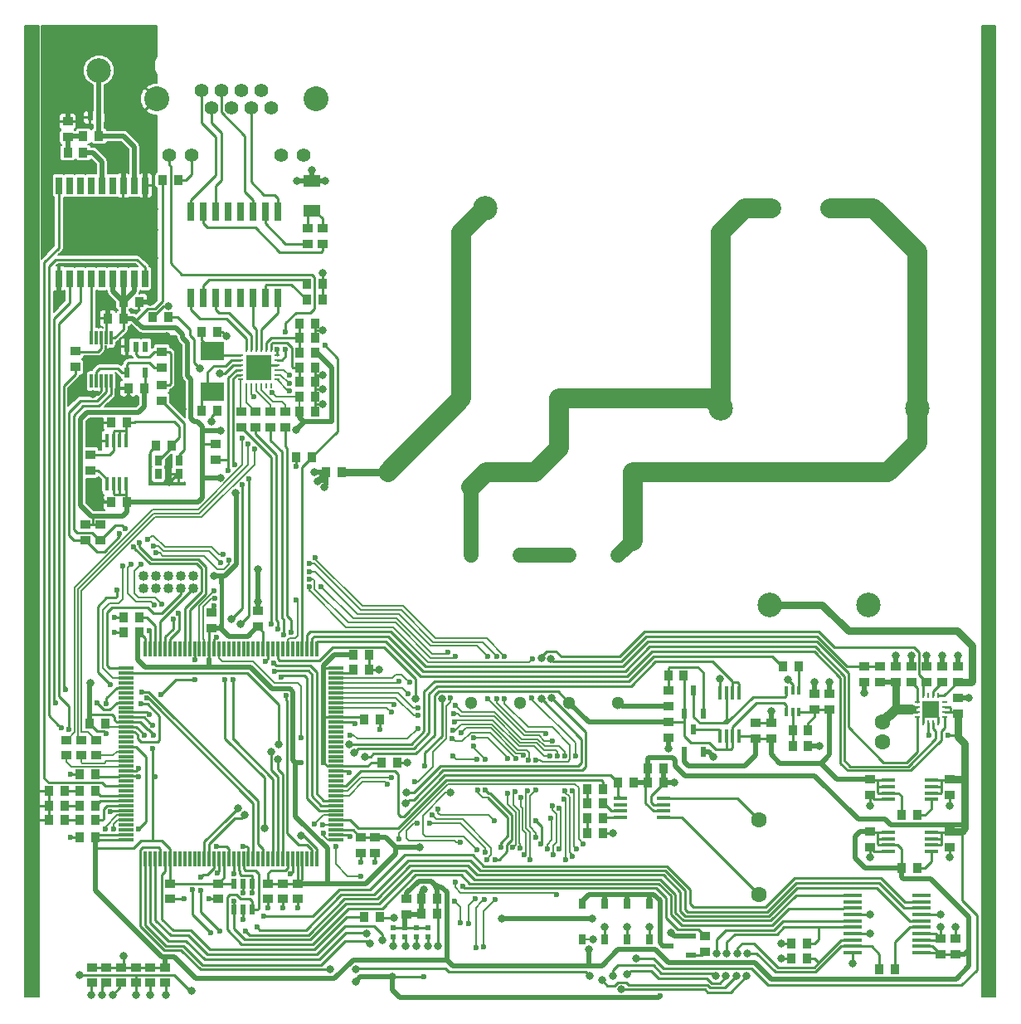
<source format=gtl>
G04 #@! TF.FileFunction,Copper,L1,Top,Signal*
%FSLAX46Y46*%
G04 Gerber Fmt 4.6, Leading zero omitted, Abs format (unit mm)*
G04 Created by KiCad (PCBNEW 201609280951+7255~55~ubuntu14.04.1-) date Mon Dec 19 07:10:35 2016*
%MOMM*%
%LPD*%
G01*
G04 APERTURE LIST*
%ADD10C,0.100000*%
%ADD11R,1.000000X0.950000*%
%ADD12R,0.300000X1.500000*%
%ADD13R,1.500000X0.300000*%
%ADD14C,2.500000*%
%ADD15C,2.000000*%
%ADD16R,0.950000X1.000000*%
%ADD17C,1.600000*%
%ADD18R,2.400000X1.900000*%
%ADD19R,1.800000X1.150000*%
%ADD20C,2.540000*%
%ADD21C,1.400000*%
%ADD22R,0.620000X0.620000*%
%ADD23R,0.640000X1.910000*%
%ADD24C,1.300000*%
%ADD25C,1.200000*%
%ADD26C,1.016000*%
%ADD27R,0.700000X1.800000*%
%ADD28R,0.300000X1.450000*%
%ADD29R,1.450000X0.450000*%
%ADD30R,0.450000X1.450000*%
%ADD31R,0.600000X0.250000*%
%ADD32R,0.250000X0.600000*%
%ADD33C,0.300000*%
%ADD34R,1.700000X1.700000*%
%ADD35R,0.230000X0.480000*%
%ADD36R,0.480000X0.230000*%
%ADD37C,0.500000*%
%ADD38R,2.600000X2.600000*%
%ADD39R,0.400000X0.950000*%
%ADD40C,2.800000*%
%ADD41R,0.800000X1.000000*%
%ADD42R,0.600000X1.000000*%
%ADD43R,1.000000X0.600000*%
%ADD44R,0.600000X1.100000*%
%ADD45R,1.850000X0.450000*%
%ADD46C,0.800000*%
%ADD47C,0.600000*%
%ADD48C,0.250000*%
%ADD49C,0.800000*%
%ADD50C,0.500000*%
%ADD51C,2.000000*%
%ADD52C,1.500000*%
%ADD53C,0.200000*%
%ADD54C,0.400000*%
%ADD55C,1.000000*%
G04 APERTURE END LIST*
D10*
D11*
X77000000Y-89800000D03*
X77000000Y-91400000D03*
D12*
X62750000Y-135450000D03*
X63250000Y-135450000D03*
X63750000Y-135450000D03*
X64250000Y-135450000D03*
X64750000Y-135450000D03*
X65250000Y-135450000D03*
X65750000Y-135450000D03*
X66250000Y-135450000D03*
X66750000Y-135450000D03*
X67250000Y-135450000D03*
X67750000Y-135450000D03*
X68250000Y-135450000D03*
X68750000Y-135450000D03*
X69250000Y-135450000D03*
X69750000Y-135450000D03*
X70250000Y-135450000D03*
X70750000Y-135450000D03*
X71250000Y-135450000D03*
X71750000Y-135450000D03*
X72250000Y-135450000D03*
X72750000Y-135450000D03*
X73250000Y-135450000D03*
X73750000Y-135450000D03*
X74250000Y-135450000D03*
X74750000Y-135450000D03*
X75250000Y-135450000D03*
X75750000Y-135450000D03*
X76250000Y-135450000D03*
X76750000Y-135450000D03*
X77250000Y-135450000D03*
X77750000Y-135450000D03*
X78250000Y-135450000D03*
X78750000Y-135450000D03*
X79250000Y-135450000D03*
X79750000Y-135450000D03*
X80250000Y-135450000D03*
D13*
X82200000Y-133500000D03*
X82200000Y-133000000D03*
X82200000Y-132500000D03*
X82200000Y-132000000D03*
X82200000Y-131500000D03*
X82200000Y-131000000D03*
X82200000Y-130500000D03*
X82200000Y-130000000D03*
X82200000Y-129500000D03*
X82200000Y-129000000D03*
X82200000Y-128500000D03*
X82200000Y-128000000D03*
X82200000Y-127500000D03*
X82200000Y-127000000D03*
X82200000Y-126500000D03*
X82200000Y-126000000D03*
X82200000Y-125500000D03*
X82200000Y-125000000D03*
X82200000Y-124500000D03*
X82200000Y-124000000D03*
X82200000Y-123500000D03*
X82200000Y-123000000D03*
X82200000Y-122500000D03*
X82200000Y-122000000D03*
X82200000Y-121500000D03*
X82200000Y-121000000D03*
X82200000Y-120500000D03*
X82200000Y-120000000D03*
X82200000Y-119500000D03*
X82200000Y-119000000D03*
X82200000Y-118500000D03*
X82200000Y-118000000D03*
X82200000Y-117500000D03*
X82200000Y-117000000D03*
X82200000Y-116500000D03*
X82200000Y-116000000D03*
D12*
X80250000Y-114050000D03*
X79750000Y-114050000D03*
X79250000Y-114050000D03*
X78750000Y-114050000D03*
X78250000Y-114050000D03*
X77750000Y-114050000D03*
X77250000Y-114050000D03*
X76750000Y-114050000D03*
X76250000Y-114050000D03*
X75750000Y-114050000D03*
X75250000Y-114050000D03*
X74750000Y-114050000D03*
X74250000Y-114050000D03*
X73750000Y-114050000D03*
X73250000Y-114050000D03*
X72750000Y-114050000D03*
X72250000Y-114050000D03*
X71750000Y-114050000D03*
X71250000Y-114050000D03*
X70750000Y-114050000D03*
X70250000Y-114050000D03*
X69750000Y-114050000D03*
X69250000Y-114050000D03*
X68750000Y-114050000D03*
X68250000Y-114050000D03*
X67750000Y-114050000D03*
X67250000Y-114050000D03*
X66750000Y-114050000D03*
X66250000Y-114050000D03*
X65750000Y-114050000D03*
X65250000Y-114050000D03*
X64750000Y-114050000D03*
X64250000Y-114050000D03*
X63750000Y-114050000D03*
X63250000Y-114050000D03*
X62750000Y-114050000D03*
D13*
X60800000Y-116000000D03*
X60800000Y-116500000D03*
X60800000Y-117000000D03*
X60800000Y-117500000D03*
X60800000Y-118000000D03*
X60800000Y-118500000D03*
X60800000Y-119000000D03*
X60800000Y-119500000D03*
X60800000Y-120000000D03*
X60800000Y-120500000D03*
X60800000Y-121000000D03*
X60800000Y-121500000D03*
X60800000Y-122000000D03*
X60800000Y-122500000D03*
X60800000Y-123000000D03*
X60800000Y-123500000D03*
X60800000Y-124000000D03*
X60800000Y-124500000D03*
X60800000Y-125000000D03*
X60800000Y-125500000D03*
X60800000Y-126000000D03*
X60800000Y-126500000D03*
X60800000Y-127000000D03*
X60800000Y-127500000D03*
X60800000Y-128000000D03*
X60800000Y-128500000D03*
X60800000Y-129000000D03*
X60800000Y-129500000D03*
X60800000Y-130000000D03*
X60800000Y-130500000D03*
X60800000Y-131000000D03*
X60800000Y-131500000D03*
X60800000Y-132000000D03*
X60800000Y-132500000D03*
X60800000Y-133000000D03*
X60800000Y-133500000D03*
D14*
X97450000Y-69050000D03*
D15*
X132650000Y-69050000D03*
X126650000Y-69050000D03*
D11*
X57700000Y-123300000D03*
X57700000Y-124900000D03*
X56200000Y-124900000D03*
X56200000Y-123300000D03*
X54700000Y-123300000D03*
X54700000Y-124900000D03*
D16*
X56000000Y-126850000D03*
X57600000Y-126850000D03*
D11*
X116100000Y-118300000D03*
X116100000Y-119900000D03*
X55600000Y-85250000D03*
X55600000Y-83650000D03*
D16*
X92500000Y-139500000D03*
X90900000Y-139500000D03*
D17*
X125400000Y-131500000D03*
X125400000Y-139100000D03*
D18*
X69550000Y-83650000D03*
X69550000Y-87750000D03*
D11*
X58100000Y-102950000D03*
X58100000Y-101350000D03*
X56600000Y-101350000D03*
X56600000Y-102950000D03*
D19*
X79700000Y-69300000D03*
X79700000Y-66300000D03*
D16*
X59250000Y-99050000D03*
X60850000Y-99050000D03*
D20*
X63872000Y-57929000D03*
X80128000Y-57929000D03*
D21*
X67428000Y-63644000D03*
X76572000Y-63644000D03*
X65142000Y-63644000D03*
X78858000Y-63644000D03*
X68444000Y-57040000D03*
X70476000Y-57040000D03*
X72508000Y-57040000D03*
X74540000Y-57040000D03*
X69460000Y-58818000D03*
X71492000Y-58818000D03*
X73524000Y-58818000D03*
X75556000Y-58818000D03*
D16*
X127800000Y-115800000D03*
X129400000Y-115800000D03*
D17*
X138000000Y-121500000D03*
X138000000Y-123500000D03*
D22*
X91600000Y-143400000D03*
X91600000Y-142500000D03*
X90400000Y-142500000D03*
X90400000Y-143400000D03*
X89200000Y-143400000D03*
X89200000Y-142500000D03*
X88000000Y-142500000D03*
X88000000Y-143400000D03*
X57100000Y-59800000D03*
X58000000Y-59800000D03*
D11*
X57250000Y-146500000D03*
X57250000Y-148100000D03*
D16*
X128800000Y-122350000D03*
X130400000Y-122350000D03*
D11*
X76750000Y-137950000D03*
X76750000Y-139550000D03*
X75250000Y-139550000D03*
X75250000Y-137950000D03*
X69500000Y-111900000D03*
X69500000Y-110300000D03*
X64750000Y-148100000D03*
X64750000Y-146500000D03*
X60250000Y-146500000D03*
X60250000Y-148100000D03*
X64400000Y-85300000D03*
X64400000Y-83700000D03*
D16*
X83950000Y-114650000D03*
X85550000Y-114650000D03*
D11*
X86200000Y-134850000D03*
X86200000Y-133250000D03*
D16*
X137650000Y-146700000D03*
X139250000Y-146700000D03*
X130400000Y-123950000D03*
X128800000Y-123950000D03*
X56400000Y-63400000D03*
X54800000Y-63400000D03*
X64500000Y-66200000D03*
X66100000Y-66200000D03*
D11*
X79300000Y-72700000D03*
X79300000Y-71100000D03*
X80800000Y-71100000D03*
X80800000Y-72700000D03*
X72500000Y-89800000D03*
X72500000Y-91400000D03*
X75500000Y-91400000D03*
X75500000Y-89800000D03*
D16*
X65100000Y-80200000D03*
X63500000Y-80200000D03*
D11*
X131000000Y-118600000D03*
X131000000Y-120200000D03*
D16*
X80100000Y-86800000D03*
X78500000Y-86800000D03*
X78500000Y-88300000D03*
X80100000Y-88300000D03*
X80100000Y-89800000D03*
X78500000Y-89800000D03*
X80800000Y-76800000D03*
X79200000Y-76800000D03*
X112550000Y-127700000D03*
X110950000Y-127700000D03*
X56000000Y-130000000D03*
X57600000Y-130000000D03*
X57600000Y-128500000D03*
X56000000Y-128500000D03*
D11*
X74200000Y-110150000D03*
X74200000Y-111750000D03*
D16*
X57600000Y-131500000D03*
X56000000Y-131500000D03*
D11*
X63250000Y-146500000D03*
X63250000Y-148100000D03*
X65250000Y-139550000D03*
X65250000Y-137950000D03*
D16*
X78500000Y-83800000D03*
X80100000Y-83800000D03*
X58000000Y-61700000D03*
X56400000Y-61700000D03*
X82800000Y-96000000D03*
X81200000Y-96000000D03*
D11*
X78250000Y-137950000D03*
X78250000Y-139550000D03*
D16*
X78500000Y-80800000D03*
X80100000Y-80800000D03*
D11*
X69900000Y-93100000D03*
X69900000Y-94700000D03*
D16*
X79750000Y-94450000D03*
X78150000Y-94450000D03*
D11*
X142500000Y-117400000D03*
X142500000Y-115800000D03*
X144100000Y-115800000D03*
X144100000Y-117400000D03*
X140900000Y-117400000D03*
X140900000Y-115800000D03*
X137700000Y-117400000D03*
X137700000Y-115800000D03*
X136100000Y-117400000D03*
X136100000Y-115800000D03*
X74000000Y-89800000D03*
X74000000Y-91400000D03*
D16*
X85050000Y-141400000D03*
X86650000Y-141400000D03*
X107850000Y-131300000D03*
X109450000Y-131300000D03*
X109450000Y-129800000D03*
X107850000Y-129800000D03*
D11*
X119900000Y-144900000D03*
X119900000Y-143300000D03*
D16*
X60550000Y-112300000D03*
X62150000Y-112300000D03*
X83950000Y-116150000D03*
X85550000Y-116150000D03*
X88450000Y-125600000D03*
X86850000Y-125600000D03*
D11*
X70150000Y-137950000D03*
X70150000Y-139550000D03*
D16*
X58650000Y-121650000D03*
X57050000Y-121650000D03*
X86700000Y-121250000D03*
X85100000Y-121250000D03*
X57600000Y-133250000D03*
X56000000Y-133250000D03*
X128700000Y-144100000D03*
X130300000Y-144100000D03*
D11*
X84700000Y-133250000D03*
X84700000Y-134850000D03*
X143900000Y-143600000D03*
X143900000Y-145200000D03*
X145400000Y-145200000D03*
X145400000Y-143600000D03*
D16*
X128700000Y-145600000D03*
X130300000Y-145600000D03*
X68450000Y-89750000D03*
X70050000Y-89750000D03*
X78500000Y-85300000D03*
X80100000Y-85300000D03*
D11*
X145700000Y-115800000D03*
X145700000Y-117400000D03*
D16*
X114050000Y-127700000D03*
X115650000Y-127700000D03*
D11*
X139300000Y-115800000D03*
X139300000Y-117400000D03*
X89400000Y-139500000D03*
X89400000Y-141100000D03*
D16*
X90900000Y-141000000D03*
X92500000Y-141000000D03*
X107850000Y-132800000D03*
X109450000Y-132800000D03*
X114050000Y-126200000D03*
X115650000Y-126200000D03*
X107850000Y-128300000D03*
X109450000Y-128300000D03*
D11*
X145700000Y-120600000D03*
X145700000Y-119000000D03*
X58750000Y-148100000D03*
X58750000Y-146500000D03*
D16*
X80100000Y-82300000D03*
X78500000Y-82300000D03*
D11*
X54800000Y-60200000D03*
X54800000Y-61800000D03*
D16*
X60500000Y-78600000D03*
X62100000Y-78600000D03*
X58900000Y-80300000D03*
X60500000Y-80300000D03*
X62600000Y-87450000D03*
X61000000Y-87450000D03*
D11*
X64400000Y-88700000D03*
X64400000Y-87100000D03*
D16*
X63800000Y-93250000D03*
X65400000Y-93250000D03*
X59250000Y-90950000D03*
X60850000Y-90950000D03*
D11*
X57150000Y-95800000D03*
X57150000Y-94200000D03*
D16*
X70050000Y-81700000D03*
X68450000Y-81700000D03*
D11*
X126600000Y-123200000D03*
X126600000Y-121600000D03*
X132600000Y-118600000D03*
X132600000Y-120200000D03*
X61750000Y-146500000D03*
X61750000Y-148100000D03*
X144800000Y-134250000D03*
X144800000Y-132650000D03*
D16*
X141550000Y-136350000D03*
X139950000Y-136350000D03*
D11*
X136700000Y-134250000D03*
X136700000Y-132650000D03*
D16*
X80800000Y-78400000D03*
X79200000Y-78400000D03*
D11*
X144800000Y-127350000D03*
X144800000Y-128950000D03*
D16*
X139950000Y-131000000D03*
X141550000Y-131000000D03*
D11*
X136700000Y-127350000D03*
X136700000Y-128950000D03*
D16*
X116100000Y-116700000D03*
X117700000Y-116700000D03*
D11*
X116100000Y-121500000D03*
X116100000Y-123100000D03*
D16*
X60550000Y-110800000D03*
X62150000Y-110800000D03*
D11*
X125000000Y-123200000D03*
X125000000Y-121600000D03*
D16*
X52900000Y-128500000D03*
X54500000Y-128500000D03*
X54500000Y-130000000D03*
X52900000Y-130000000D03*
X52900000Y-131500000D03*
X54500000Y-131500000D03*
D23*
X76245000Y-69415000D03*
X74975000Y-69415000D03*
X73705000Y-69415000D03*
X72435000Y-69415000D03*
X71165000Y-69415000D03*
X69895000Y-69415000D03*
X68625000Y-69415000D03*
X67355000Y-69415000D03*
X67355000Y-78185000D03*
X68625000Y-78185000D03*
X69895000Y-78185000D03*
X71165000Y-78185000D03*
X72435000Y-78185000D03*
X73705000Y-78185000D03*
X74975000Y-78185000D03*
X76245000Y-78185000D03*
D24*
X111000000Y-104500000D03*
X106000000Y-104500000D03*
X101000000Y-104500000D03*
X96000000Y-104500000D03*
X96000000Y-119500000D03*
X101000000Y-119500000D03*
X106000000Y-119500000D03*
X111000000Y-119500000D03*
D25*
X105000000Y-88500000D03*
X95000000Y-88500000D03*
X87500000Y-96000000D03*
X97500000Y-96000000D03*
X112500000Y-96000000D03*
X102500000Y-96000000D03*
D26*
X67590000Y-106615000D03*
X67590000Y-107885000D03*
X66320000Y-106615000D03*
X66320000Y-107885000D03*
X65050000Y-106615000D03*
X65050000Y-107885000D03*
X63780000Y-106615000D03*
X63780000Y-107885000D03*
X62510000Y-106615000D03*
X62510000Y-107885000D03*
D27*
X53900000Y-76250000D03*
X55000000Y-76250000D03*
X56100000Y-76250000D03*
X57200000Y-76250000D03*
X58300000Y-76250000D03*
X59400000Y-76250000D03*
X60500000Y-76250000D03*
X61600000Y-76250000D03*
X62700000Y-76250000D03*
X62700000Y-66750000D03*
X61600000Y-66750000D03*
X60500000Y-66750000D03*
X59400000Y-66750000D03*
X58300000Y-66750000D03*
X57200000Y-66750000D03*
X56100000Y-66750000D03*
X55000000Y-66750000D03*
X53900000Y-66750000D03*
D28*
X59200000Y-82300000D03*
X58700000Y-82300000D03*
X58200000Y-82300000D03*
X57700000Y-82300000D03*
X57200000Y-82300000D03*
X57200000Y-86700000D03*
X57700000Y-86700000D03*
X58200000Y-86700000D03*
X58700000Y-86700000D03*
X59200000Y-86700000D03*
D29*
X138550000Y-132725000D03*
X138550000Y-133375000D03*
X138550000Y-134025000D03*
X138550000Y-134675000D03*
X142950000Y-134675000D03*
X142950000Y-134025000D03*
X142950000Y-133375000D03*
X142950000Y-132725000D03*
X142950000Y-127425000D03*
X142950000Y-128075000D03*
X142950000Y-128725000D03*
X142950000Y-129375000D03*
X138550000Y-129375000D03*
X138550000Y-128725000D03*
X138550000Y-128075000D03*
X138550000Y-127425000D03*
D30*
X123325000Y-118550000D03*
X122675000Y-118550000D03*
X122025000Y-118550000D03*
X121375000Y-118550000D03*
X121375000Y-122950000D03*
X122025000Y-122950000D03*
X122675000Y-122950000D03*
X123325000Y-122950000D03*
X60775000Y-97200000D03*
X60125000Y-97200000D03*
X59475000Y-97200000D03*
X58825000Y-97200000D03*
X58825000Y-92800000D03*
X59475000Y-92800000D03*
X60125000Y-92800000D03*
X60775000Y-92800000D03*
D29*
X111200000Y-129275000D03*
X111200000Y-129925000D03*
X111200000Y-130575000D03*
X111200000Y-131225000D03*
X115600000Y-131225000D03*
X115600000Y-130575000D03*
X115600000Y-129925000D03*
X115600000Y-129275000D03*
D31*
X141500000Y-119450000D03*
X141500000Y-119950000D03*
X141500000Y-120450000D03*
X141500000Y-120950000D03*
D32*
X142150000Y-121600000D03*
X142650000Y-121600000D03*
X143150000Y-121600000D03*
X143650000Y-121600000D03*
D31*
X144300000Y-120950000D03*
X144300000Y-120450000D03*
X144300000Y-119950000D03*
X144300000Y-119450000D03*
D32*
X143650000Y-118800000D03*
X143150000Y-118800000D03*
X142650000Y-118800000D03*
X142150000Y-118800000D03*
D33*
X142300000Y-119600000D03*
X142300000Y-120800000D03*
X143500000Y-119600000D03*
X143500000Y-120800000D03*
D34*
X142900000Y-120200000D03*
D35*
X75550000Y-83440000D03*
X75050000Y-83440000D03*
X74550000Y-83440000D03*
X74050000Y-83440000D03*
X73550000Y-83440000D03*
X73050000Y-83440000D03*
D36*
X72440000Y-84050000D03*
X72440000Y-84550000D03*
X72440000Y-85050000D03*
X72440000Y-85550000D03*
X72440000Y-86050000D03*
X72440000Y-86550000D03*
D35*
X73050000Y-87160000D03*
X73550000Y-87160000D03*
X74050000Y-87160000D03*
X74550000Y-87160000D03*
X75050000Y-87160000D03*
X75550000Y-87160000D03*
D36*
X76160000Y-86550000D03*
X76160000Y-86050000D03*
X76160000Y-85550000D03*
X76160000Y-85050000D03*
X76160000Y-84550000D03*
X76160000Y-84050000D03*
D37*
X74900000Y-84700000D03*
X73700000Y-84700000D03*
X74900000Y-85900000D03*
X73700000Y-85900000D03*
D38*
X74300000Y-85300000D03*
D39*
X129450000Y-118300000D03*
X128800000Y-118300000D03*
X128150000Y-118300000D03*
X128150000Y-120500000D03*
X128800000Y-120500000D03*
X129450000Y-120500000D03*
D14*
X58000000Y-55000000D03*
D40*
X60540000Y-57540000D03*
X60540000Y-52460000D03*
X55460000Y-57540000D03*
X55460000Y-52460000D03*
D41*
X111900000Y-143650000D03*
X111900000Y-140050000D03*
X107300000Y-140050000D03*
X107300000Y-143650000D03*
X109600000Y-143650000D03*
X109600000Y-140050000D03*
X114200000Y-140050000D03*
X114200000Y-143650000D03*
D42*
X117750000Y-124550000D03*
X119650000Y-124550000D03*
X118700000Y-122250000D03*
X118700000Y-118300000D03*
X119650000Y-120600000D03*
X117750000Y-120600000D03*
D43*
X118400000Y-145250000D03*
X118400000Y-143350000D03*
X116100000Y-144300000D03*
D44*
X62750000Y-83200000D03*
X61800000Y-83200000D03*
X60850000Y-83200000D03*
X60850000Y-85800000D03*
X62750000Y-85800000D03*
X71750000Y-140600000D03*
X72700000Y-140600000D03*
X73650000Y-140600000D03*
X73650000Y-138000000D03*
X72700000Y-138000000D03*
X71750000Y-138000000D03*
D45*
X141950000Y-145025000D03*
X141950000Y-144375000D03*
X141950000Y-143725000D03*
X141950000Y-143075000D03*
X141950000Y-142425000D03*
X141950000Y-141775000D03*
X141950000Y-141125000D03*
X141950000Y-140475000D03*
X141950000Y-139825000D03*
X141950000Y-139175000D03*
X134950000Y-139175000D03*
X134950000Y-139825000D03*
X134950000Y-140475000D03*
X134950000Y-141125000D03*
X134950000Y-141775000D03*
X134950000Y-142425000D03*
X134950000Y-143075000D03*
X134950000Y-143725000D03*
X134950000Y-144375000D03*
X134950000Y-145025000D03*
D41*
X64050000Y-96200000D03*
X64050000Y-94800000D03*
X66150000Y-96200000D03*
X66150000Y-94800000D03*
D14*
X121500000Y-89500000D03*
X141500000Y-89500000D03*
X136500000Y-109500000D03*
X126500000Y-109500000D03*
D46*
X74200000Y-105900000D03*
X57100000Y-117500000D03*
X61000000Y-73000000D03*
X61000000Y-69000000D03*
X58000000Y-69000000D03*
X58000000Y-73000000D03*
X55000000Y-73000000D03*
X55000000Y-69000000D03*
X57100000Y-84800000D03*
X55200000Y-87600000D03*
X99100000Y-141550000D03*
X108350000Y-141550000D03*
D47*
X62050000Y-126200000D03*
X74950798Y-115257188D03*
X83550000Y-126650000D03*
X78150000Y-95400000D03*
D46*
X80850000Y-81550000D03*
D47*
X63525817Y-122825018D03*
X58750000Y-122700000D03*
X66650000Y-139550000D03*
X55050000Y-126850000D03*
D46*
X80850000Y-89050000D03*
X80850000Y-87550000D03*
X80850000Y-86050000D03*
X91150000Y-138600000D03*
X86600000Y-116150000D03*
D47*
X86700000Y-122200000D03*
X69750000Y-109600000D03*
D46*
X74200000Y-109200000D03*
X56000000Y-147300000D03*
X89500000Y-125600000D03*
D47*
X115250000Y-149435000D03*
D46*
X84200000Y-147950000D03*
D47*
X72700000Y-141650000D03*
X69250000Y-139550000D03*
D46*
X67450000Y-148900000D03*
X59250000Y-62750000D03*
X60500000Y-64650000D03*
X62700000Y-64200000D03*
X62700000Y-62400000D03*
X61750000Y-61450000D03*
X60540000Y-60240000D03*
X63650000Y-69150000D03*
X63650000Y-71250000D03*
X63650000Y-74150000D03*
D47*
X59150000Y-130650000D03*
X69950000Y-112850000D03*
X84100000Y-121650000D03*
X83600000Y-133150000D03*
X77550000Y-137000000D03*
X70100000Y-136850000D03*
X63150000Y-112150000D03*
X59600000Y-110800000D03*
X59550000Y-112300000D03*
X86200000Y-135800000D03*
X84700000Y-135800000D03*
X78250000Y-140450000D03*
X76750000Y-140450000D03*
X75250000Y-140450000D03*
X55050000Y-133250000D03*
D46*
X64900000Y-82100000D03*
X66100000Y-83200000D03*
X66300000Y-86850000D03*
X66500000Y-89600000D03*
X116350000Y-142950000D03*
X110500000Y-132800000D03*
X116700000Y-127700000D03*
X87950000Y-147500000D03*
D47*
X91200000Y-147500000D03*
D46*
X61750000Y-149300000D03*
X127650000Y-145600000D03*
X127650000Y-144050000D03*
X53600000Y-60200000D03*
X134950000Y-146100000D03*
X143900000Y-141150000D03*
X145400000Y-142350000D03*
X143900000Y-142350000D03*
X136700000Y-141150000D03*
X136700000Y-143050000D03*
X65100000Y-79100000D03*
X69450000Y-90850000D03*
X71000000Y-82100000D03*
X80300000Y-96900000D03*
X80800000Y-75700000D03*
X79700000Y-65200000D03*
X81100000Y-66300000D03*
X81000000Y-97500000D03*
X80000000Y-96000000D03*
X149000000Y-146000000D03*
X149000000Y-141000000D03*
X149000000Y-136000000D03*
X149000000Y-131000000D03*
X149000000Y-126000000D03*
X149000000Y-121000000D03*
X149000000Y-116000000D03*
X149000000Y-111000000D03*
X149000000Y-51000000D03*
X149000000Y-56000000D03*
X149000000Y-61000000D03*
X149000000Y-66000000D03*
X149000000Y-71000000D03*
X149000000Y-76000000D03*
X149000000Y-81000000D03*
X149000000Y-86000000D03*
X149000000Y-91000000D03*
X149000000Y-96000000D03*
X149000000Y-101000000D03*
X149000000Y-106000000D03*
X51000000Y-146000000D03*
X51000000Y-141000000D03*
X51000000Y-136000000D03*
X51000000Y-131000000D03*
X51000000Y-126000000D03*
X51000000Y-121000000D03*
X51000000Y-116000000D03*
X51000000Y-111000000D03*
X51000000Y-106000000D03*
X51000000Y-101000000D03*
X51000000Y-96000000D03*
X51000000Y-91000000D03*
X51000000Y-86000000D03*
X51000000Y-81000000D03*
X51000000Y-76000000D03*
X51000000Y-71000000D03*
X51000000Y-66000000D03*
X51000000Y-61000000D03*
X51000000Y-56000000D03*
X51000000Y-51000000D03*
X58900000Y-79100000D03*
X61100000Y-82000000D03*
X57400000Y-88000000D03*
X78200000Y-66300000D03*
X58200000Y-99000000D03*
X58100000Y-91000000D03*
X57700000Y-92800000D03*
X61000000Y-88500000D03*
X65200000Y-97000000D03*
X63200000Y-78600000D03*
X53900000Y-77900000D03*
X60400000Y-63200000D03*
X128300000Y-117200000D03*
X120700000Y-125000000D03*
X136700000Y-130000000D03*
X136700000Y-135300000D03*
X144800000Y-135300000D03*
X144800000Y-130000000D03*
X136100000Y-118500000D03*
X146800000Y-119000000D03*
X139300000Y-114700000D03*
X140900000Y-114700000D03*
X142500000Y-114700000D03*
X144100000Y-114700000D03*
X145700000Y-114700000D03*
X132600000Y-117450000D03*
X131000000Y-117400000D03*
X131550000Y-123950000D03*
X126600000Y-120400000D03*
X121400000Y-117100000D03*
X116100000Y-124200000D03*
D47*
X59800000Y-108000000D03*
X59150000Y-117700000D03*
X62350000Y-118400000D03*
X63700000Y-127100000D03*
X62050000Y-127100000D03*
X63450000Y-124150000D03*
X78650000Y-125600000D03*
X80950000Y-125600000D03*
X62584014Y-122861486D03*
D46*
X70400000Y-96550000D03*
X71950000Y-98100000D03*
D47*
X73800000Y-88300000D03*
X75650000Y-87900000D03*
D46*
X78150000Y-91700000D03*
X70450000Y-91750000D03*
X92500000Y-138300000D03*
X90750000Y-134250000D03*
X108000000Y-144700000D03*
X69750000Y-106600000D03*
X60500000Y-145350000D03*
X92600000Y-144300000D03*
X124150003Y-145100000D03*
X124100000Y-147400000D03*
X111350000Y-148750000D03*
X89300000Y-144300000D03*
X123150000Y-145100000D03*
X123050000Y-147400000D03*
X109350000Y-147850000D03*
X91600000Y-144300000D03*
X111939998Y-147250000D03*
X122100000Y-145100000D03*
X122000000Y-147400000D03*
X88000000Y-144300000D03*
X110450000Y-147400000D03*
X121050000Y-145100000D03*
X120950000Y-147375000D03*
X90400000Y-144300000D03*
D47*
X71750000Y-139750000D03*
X71750000Y-136950000D03*
X74850000Y-141250000D03*
X73650000Y-138900000D03*
X67550000Y-138600000D03*
X74100000Y-142400000D03*
X69950000Y-134150000D03*
X69400000Y-142950000D03*
X68350000Y-138700000D03*
X68350000Y-137350000D03*
X70300000Y-142800000D03*
X72950000Y-142800000D03*
X72700000Y-134200000D03*
X72700000Y-138900000D03*
D46*
X76250000Y-125250000D03*
X85150000Y-125000000D03*
X114200000Y-142400000D03*
X109600000Y-142400000D03*
X108450000Y-143650000D03*
X111900000Y-142400000D03*
X76300000Y-123750000D03*
X83550000Y-123750000D03*
D47*
X77050000Y-81650000D03*
X77050000Y-83500000D03*
X71700000Y-117150000D03*
D46*
X72450000Y-111500000D03*
D47*
X73300000Y-96700000D03*
X71850000Y-95250000D03*
X70850000Y-117150000D03*
D46*
X78588554Y-133118449D03*
D47*
X72650000Y-97300000D03*
X71200000Y-95850000D03*
D46*
X71550000Y-110950000D03*
X74900000Y-132350000D03*
X68300000Y-85400000D03*
X70350000Y-85950000D03*
X89350000Y-128650000D03*
X103150000Y-119100000D03*
X103150000Y-115000000D03*
X72200000Y-130250000D03*
X112850000Y-145600000D03*
D47*
X144700000Y-122800000D03*
X142700000Y-122800000D03*
D46*
X75550000Y-124500000D03*
X84050000Y-124650000D03*
D47*
X62100000Y-103150000D03*
X60700000Y-101750000D03*
X60100000Y-102250000D03*
X61500000Y-103650000D03*
X54550000Y-118150000D03*
X62850000Y-119050000D03*
D46*
X64850000Y-149300000D03*
D47*
X64300000Y-118700000D03*
X67750000Y-117150000D03*
X67750000Y-115150000D03*
D46*
X63250000Y-149300000D03*
D47*
X58750000Y-119600000D03*
X57760010Y-119500000D03*
D46*
X59400000Y-149300000D03*
X58300000Y-149300000D03*
X57200000Y-149300000D03*
D47*
X54156965Y-122100228D03*
X63156985Y-120737036D03*
X63452000Y-121850777D03*
X54950000Y-122200000D03*
X62250000Y-119650000D03*
X53550000Y-119500000D03*
X59500000Y-132400000D03*
X58650000Y-132400000D03*
X94300000Y-139750000D03*
X94900000Y-142000000D03*
X62050000Y-132400000D03*
X102600000Y-133250000D03*
X102550000Y-128450000D03*
X99400000Y-119100000D03*
X60400000Y-105600000D03*
X63000000Y-102850000D03*
X70650000Y-104400000D03*
X80100000Y-104750000D03*
X99400000Y-114750000D03*
X102617394Y-125348562D03*
X104260699Y-130017959D03*
X97650000Y-119100000D03*
X61273995Y-105394031D03*
X63560882Y-103506858D03*
X104254868Y-123384964D03*
X97650000Y-114750000D03*
X79435010Y-106150000D03*
X70400000Y-105200000D03*
X104350000Y-135050000D03*
X63600000Y-109500000D03*
X65550000Y-111000000D03*
X104100000Y-131300000D03*
X98600000Y-119100000D03*
X62296943Y-105353086D03*
X63768417Y-104246502D03*
X103568979Y-122682883D03*
X79435010Y-105350000D03*
X71250000Y-105000000D03*
X98600000Y-114750000D03*
X103750000Y-134400000D03*
X64400000Y-109450000D03*
X66100000Y-110350000D03*
X101400000Y-135050000D03*
X101037490Y-129200000D03*
X101306294Y-124875689D03*
X79435010Y-106939997D03*
X95000000Y-122600000D03*
X94350000Y-114750000D03*
X69698372Y-108086594D03*
X106661129Y-124975893D03*
X79435012Y-107700000D03*
X69790000Y-108841052D03*
X106350000Y-128500000D03*
X106750000Y-134450000D03*
X102250000Y-115050000D03*
X102200000Y-119050000D03*
X78600000Y-123100000D03*
X102000000Y-135550000D03*
X101724986Y-128483040D03*
X101858953Y-125397404D03*
X94100000Y-122300000D03*
X83600000Y-122850000D03*
X90550000Y-122150000D03*
X96600000Y-134500000D03*
D46*
X93000000Y-119100000D03*
D47*
X95100000Y-138250000D03*
X91250000Y-126000000D03*
D46*
X93900000Y-128650000D03*
X90350000Y-119100000D03*
D47*
X90250000Y-127550000D03*
X92000000Y-130950000D03*
X97600000Y-135500000D03*
X97317109Y-139573942D03*
X93900000Y-119000000D03*
X93650000Y-114350000D03*
X80650000Y-107650000D03*
X78100000Y-109050000D03*
X96450000Y-144550000D03*
X100500000Y-128550000D03*
X100555104Y-125235477D03*
X94050000Y-123150000D03*
X89700000Y-117450000D03*
X101000000Y-134350000D03*
X99680794Y-128789576D03*
X99746823Y-125162242D03*
X88650000Y-117300000D03*
X100246665Y-134249556D03*
X96250000Y-123100000D03*
X105000000Y-130250000D03*
X103989422Y-124939988D03*
X94250000Y-121500000D03*
X104950000Y-134450000D03*
X89550000Y-118600000D03*
X94400000Y-119800000D03*
X105535289Y-124989990D03*
X105589997Y-128500000D03*
X106350000Y-135200000D03*
X90550000Y-120050000D03*
X105476302Y-129382698D03*
X94200000Y-120650000D03*
X104749433Y-124939990D03*
X105600000Y-135550000D03*
X90550000Y-120810003D03*
X98450000Y-135500000D03*
X97250000Y-144400000D03*
X98450000Y-139600000D03*
X97450000Y-128450000D03*
X97450000Y-125300000D03*
X96250000Y-123950000D03*
X88100000Y-119700000D03*
X94150000Y-124950000D03*
X96600000Y-125300000D03*
X96650000Y-128450000D03*
X87834051Y-120460633D03*
X99000000Y-134250000D03*
X94350000Y-137850000D03*
X104700000Y-139100000D03*
X87863596Y-127139782D03*
X94900000Y-133750000D03*
X90500000Y-131800000D03*
X92600000Y-130350000D03*
X87450000Y-127850000D03*
X102564223Y-131538681D03*
X98350000Y-131550000D03*
X103100000Y-133950000D03*
X75600000Y-111450000D03*
X75800000Y-115450000D03*
X76250000Y-112000000D03*
X75950000Y-116350000D03*
X76850000Y-112600000D03*
X76600000Y-116900000D03*
X79964670Y-131933154D03*
X84750000Y-137200000D03*
X82150000Y-134150000D03*
X80800000Y-132000000D03*
X107400000Y-133900000D03*
X88650000Y-133400000D03*
X96430451Y-139483467D03*
X97400000Y-134750000D03*
X95700000Y-142050000D03*
X91750000Y-131800000D03*
X80950000Y-132800000D03*
X77084115Y-118798407D03*
X77650000Y-112300000D03*
D46*
X81550000Y-146750000D03*
X84250000Y-146750000D03*
X108050000Y-147350000D03*
X86950000Y-143750000D03*
X85350000Y-143100000D03*
X85650000Y-144100000D03*
X88100000Y-141450000D03*
X89300000Y-129800000D03*
X104200000Y-119050000D03*
X104150000Y-115050000D03*
X72900000Y-130950000D03*
D47*
X77400000Y-87700000D03*
X73850000Y-93650000D03*
X77400000Y-86939997D03*
X73250000Y-93100000D03*
X77400000Y-86100000D03*
X72650000Y-92550000D03*
X81051750Y-83056092D03*
X76200000Y-83450000D03*
D48*
X72440000Y-84550000D02*
X71500000Y-84550000D01*
X71500000Y-84550000D02*
X70900000Y-85150000D01*
X70900000Y-85150000D02*
X69700000Y-85150000D01*
X69700000Y-85150000D02*
X69100000Y-85750000D01*
X69100000Y-85750000D02*
X69100000Y-87300000D01*
X69100000Y-87300000D02*
X69550000Y-87750000D01*
X69550000Y-87750000D02*
X69300000Y-87750000D01*
X69300000Y-87750000D02*
X68450000Y-88600000D01*
X68450000Y-89000000D02*
X68450000Y-89750000D01*
X68450000Y-88600000D02*
X68450000Y-89000000D01*
X69050000Y-88250000D02*
X69550000Y-87750000D01*
X72440000Y-84050000D02*
X69950000Y-84050000D01*
X69950000Y-84050000D02*
X69550000Y-83650000D01*
X68450000Y-81700000D02*
X68450000Y-82550000D01*
X68450000Y-82550000D02*
X69550000Y-83650000D01*
D49*
X131800000Y-109500000D02*
X134500000Y-112200000D01*
X134500000Y-112200000D02*
X145600000Y-112200000D01*
X126500000Y-109500000D02*
X131800000Y-109500000D01*
X145600000Y-112200000D02*
X147100000Y-113700000D01*
X147100000Y-113700000D02*
X147100000Y-117300000D01*
X147100000Y-117300000D02*
X147000000Y-117400000D01*
X147000000Y-117400000D02*
X145700000Y-117400000D01*
D48*
X145700000Y-117400000D02*
X145675000Y-117400000D01*
X145675000Y-117400000D02*
X144275000Y-118800000D01*
X144275000Y-118800000D02*
X144025000Y-118800000D01*
X144025000Y-118800000D02*
X143650000Y-118800000D01*
D50*
X74200000Y-109200000D02*
X74200000Y-105900000D01*
X57050000Y-121650000D02*
X57050000Y-120700000D01*
X57050000Y-120700000D02*
X57050000Y-117550000D01*
D48*
X59600000Y-121000000D02*
X59300000Y-120700000D01*
X59300000Y-120700000D02*
X57050000Y-120700000D01*
X59600000Y-121300000D02*
X59600000Y-121000000D01*
X60800000Y-121500000D02*
X59800000Y-121500000D01*
X59800000Y-121500000D02*
X59600000Y-121300000D01*
D50*
X57050000Y-117550000D02*
X57100000Y-117500000D01*
D48*
X58000000Y-69000000D02*
X61000000Y-69000000D01*
X55000000Y-73000000D02*
X58000000Y-73000000D01*
X63650000Y-71250000D02*
X57250000Y-71250000D01*
X57250000Y-71250000D02*
X55000000Y-69000000D01*
X56500000Y-86300000D02*
X56500000Y-85400000D01*
X56500000Y-85400000D02*
X57100000Y-84800000D01*
X55200000Y-87600000D02*
X56500000Y-86300000D01*
X57400000Y-88000000D02*
X55600000Y-88000000D01*
X55600000Y-88000000D02*
X55200000Y-87600000D01*
D50*
X108350000Y-141550000D02*
X99100000Y-141550000D01*
X87950000Y-147500000D02*
X87950000Y-148803221D01*
X87950000Y-148803221D02*
X88706780Y-149560001D01*
X88706780Y-149560001D02*
X115124999Y-149560001D01*
X115124999Y-149560001D02*
X115250000Y-149435000D01*
D48*
X60800000Y-126500000D02*
X61750000Y-126500000D01*
X61750000Y-126500000D02*
X62050000Y-126200000D01*
X75250000Y-114050000D02*
X75250000Y-114957986D01*
X75250000Y-114957986D02*
X74950798Y-115257188D01*
X74225000Y-110150000D02*
X74200000Y-110150000D01*
X82200000Y-126500000D02*
X83400000Y-126500000D01*
X83400000Y-126500000D02*
X83550000Y-126650000D01*
X78150000Y-94450000D02*
X78150000Y-95400000D01*
X80100000Y-81550000D02*
X80100000Y-82300000D01*
X80100000Y-80800000D02*
X80100000Y-81550000D01*
X80100000Y-81550000D02*
X80850000Y-81550000D01*
X62194153Y-121500000D02*
X62964124Y-122269971D01*
X63043939Y-122269971D02*
X63525817Y-122751849D01*
X60800000Y-121500000D02*
X62194153Y-121500000D01*
X62964124Y-122269971D02*
X63043939Y-122269971D01*
X63525817Y-122751849D02*
X63525817Y-122825018D01*
X57825000Y-122450000D02*
X58500000Y-122450000D01*
X58500000Y-122450000D02*
X58750000Y-122700000D01*
X57050000Y-121650000D02*
X57050000Y-121675000D01*
X57050000Y-121675000D02*
X57825000Y-122450000D01*
X65250000Y-139550000D02*
X66650000Y-139550000D01*
X56000000Y-126850000D02*
X55050000Y-126850000D01*
X80100000Y-89050000D02*
X80100000Y-89800000D01*
X80100000Y-88300000D02*
X80100000Y-89050000D01*
X80100000Y-89050000D02*
X80850000Y-89050000D01*
X80100000Y-87550000D02*
X80100000Y-88300000D01*
X80100000Y-86800000D02*
X80100000Y-87550000D01*
X80100000Y-87550000D02*
X80850000Y-87550000D01*
X80100000Y-86050000D02*
X80100000Y-86800000D01*
X80100000Y-85300000D02*
X80100000Y-86050000D01*
X80100000Y-86050000D02*
X80850000Y-86050000D01*
D50*
X90900000Y-139500000D02*
X90900000Y-138850000D01*
X90900000Y-138850000D02*
X91150000Y-138600000D01*
D48*
X85550000Y-116150000D02*
X86600000Y-116150000D01*
X85550000Y-114650000D02*
X85550000Y-116150000D01*
X86700000Y-121250000D02*
X86700000Y-122200000D01*
X69500000Y-110300000D02*
X69500000Y-109850000D01*
X69500000Y-109850000D02*
X69750000Y-109600000D01*
D50*
X74200000Y-110150000D02*
X74200000Y-109200000D01*
X90900000Y-140250000D02*
X90900000Y-141000000D01*
X90900000Y-139500000D02*
X90900000Y-140250000D01*
D48*
X62050000Y-147300000D02*
X65700000Y-147300000D01*
X61825000Y-147300000D02*
X62050000Y-147300000D01*
X62050000Y-147300000D02*
X56000000Y-147300000D01*
X88450000Y-125600000D02*
X89500000Y-125600000D01*
D50*
X87950000Y-147500000D02*
X84650000Y-147500000D01*
X84650000Y-147500000D02*
X84200000Y-147950000D01*
X89200000Y-142500000D02*
X89200000Y-141300000D01*
X89200000Y-141300000D02*
X89400000Y-141100000D01*
X89400000Y-141100000D02*
X89200000Y-141100000D01*
X89400000Y-141100000D02*
X90800000Y-141100000D01*
X90800000Y-141100000D02*
X90900000Y-141000000D01*
D48*
X72700000Y-140600000D02*
X72700000Y-141650000D01*
X70150000Y-139550000D02*
X69250000Y-139550000D01*
X65700000Y-147300000D02*
X67300000Y-148900000D01*
X67300000Y-148900000D02*
X67450000Y-148900000D01*
X61750000Y-148100000D02*
X61750000Y-147375000D01*
X61750000Y-147375000D02*
X61825000Y-147300000D01*
D50*
X51000000Y-128200000D02*
X51000000Y-128600000D01*
X51000000Y-128600000D02*
X51000000Y-131000000D01*
D48*
X52900000Y-128500000D02*
X51100000Y-128500000D01*
X51100000Y-128500000D02*
X51000000Y-128600000D01*
D50*
X51000000Y-131000000D02*
X51000000Y-131500000D01*
X51000000Y-131500000D02*
X51000000Y-136000000D01*
D48*
X52900000Y-131500000D02*
X51000000Y-131500000D01*
D50*
X51000000Y-129550000D02*
X51000000Y-130000000D01*
D48*
X52900000Y-130000000D02*
X51000000Y-130000000D01*
D50*
X51000000Y-130000000D02*
X51000000Y-131000000D01*
X59850000Y-62650000D02*
X59350000Y-62650000D01*
X59350000Y-62650000D02*
X59250000Y-62750000D01*
X60400000Y-63200000D02*
X59850000Y-62650000D01*
X55460000Y-52460000D02*
X55460000Y-54439898D01*
X55460000Y-54439898D02*
X55460000Y-57540000D01*
X60540000Y-52460000D02*
X58560102Y-52460000D01*
X58560102Y-52460000D02*
X55460000Y-52460000D01*
X60540000Y-52460000D02*
X60540000Y-54439898D01*
X60540000Y-54439898D02*
X60540000Y-57540000D01*
X60500000Y-64650000D02*
X60500000Y-63300000D01*
X60500000Y-66750000D02*
X60500000Y-64650000D01*
X62700000Y-64200000D02*
X62700000Y-62400000D01*
X62700000Y-66750000D02*
X62700000Y-64200000D01*
X61750000Y-61450000D02*
X60540000Y-60240000D01*
X62700000Y-62400000D02*
X61750000Y-61450000D01*
X63650000Y-71250000D02*
X63650000Y-69150000D01*
X63650000Y-74150000D02*
X63650000Y-71250000D01*
X63650000Y-78150000D02*
X63650000Y-74150000D01*
X63200000Y-78600000D02*
X63650000Y-78150000D01*
X63650000Y-69150000D02*
X62700000Y-68200000D01*
X62700000Y-68200000D02*
X62700000Y-66750000D01*
D48*
X60800000Y-130500000D02*
X59300000Y-130500000D01*
X59300000Y-130500000D02*
X59150000Y-130650000D01*
X69750000Y-114050000D02*
X69750000Y-113050000D01*
X69750000Y-113050000D02*
X69950000Y-112850000D01*
X82200000Y-121500000D02*
X83950000Y-121500000D01*
X83950000Y-121500000D02*
X84100000Y-121650000D01*
X82200000Y-133000000D02*
X83450000Y-133000000D01*
X83450000Y-133000000D02*
X83600000Y-133150000D01*
X77750000Y-135450000D02*
X77750000Y-136800000D01*
X77750000Y-136800000D02*
X77550000Y-137000000D01*
X70250000Y-135450000D02*
X70250000Y-136700000D01*
X70250000Y-136700000D02*
X70100000Y-136850000D01*
X52900000Y-130000000D02*
X52900000Y-128500000D01*
X52900000Y-131500000D02*
X52900000Y-130000000D01*
X63250000Y-114050000D02*
X63250000Y-112250000D01*
X63250000Y-112250000D02*
X63150000Y-112150000D01*
X60550000Y-110800000D02*
X59600000Y-110800000D01*
X60550000Y-112300000D02*
X59550000Y-112300000D01*
X86200000Y-134850000D02*
X86200000Y-135800000D01*
X84700000Y-134850000D02*
X84700000Y-135800000D01*
X78250000Y-139550000D02*
X78250000Y-140450000D01*
X76750000Y-139550000D02*
X76750000Y-140450000D01*
X75250000Y-139550000D02*
X75250000Y-140450000D01*
X56000000Y-133250000D02*
X55050000Y-133250000D01*
D50*
X51200000Y-128000000D02*
X51000000Y-128200000D01*
X51050000Y-129500000D02*
X51000000Y-129550000D01*
X64900000Y-82100000D02*
X66100000Y-83200000D01*
X64900000Y-82000000D02*
X64900000Y-82100000D01*
X66300000Y-86850000D02*
X66500000Y-87050000D01*
X66100000Y-86650000D02*
X66300000Y-86850000D01*
X66500000Y-87050000D02*
X66500000Y-89600000D01*
X66100000Y-83200000D02*
X66100000Y-86650000D01*
X61100000Y-82000000D02*
X64900000Y-82000000D01*
X118400000Y-143350000D02*
X116750000Y-143350000D01*
X116750000Y-143350000D02*
X116350000Y-142950000D01*
D48*
X109450000Y-132800000D02*
X110500000Y-132800000D01*
D50*
X115650000Y-127700000D02*
X116700000Y-127700000D01*
X115650000Y-126200000D02*
X115650000Y-127700000D01*
D48*
X91200000Y-147500000D02*
X87950000Y-147500000D01*
X61750000Y-148100000D02*
X61750000Y-149300000D01*
X89200000Y-142500000D02*
X89800000Y-142500000D01*
X89800000Y-142500000D02*
X90400000Y-142500000D01*
X88600000Y-142500000D02*
X89200000Y-142500000D01*
X88000000Y-142500000D02*
X88600000Y-142500000D01*
X90400000Y-142500000D02*
X91600000Y-142500000D01*
X128700000Y-145600000D02*
X127650000Y-145600000D01*
X128700000Y-144100000D02*
X127700000Y-144100000D01*
X127700000Y-144100000D02*
X127650000Y-144050000D01*
X54800000Y-60200000D02*
X53600000Y-60200000D01*
X134950000Y-145025000D02*
X134950000Y-146100000D01*
X141950000Y-141125000D02*
X143875000Y-141125000D01*
X143875000Y-141125000D02*
X143900000Y-141150000D01*
X145400000Y-143600000D02*
X145400000Y-142350000D01*
X143900000Y-143600000D02*
X143900000Y-142350000D01*
X134950000Y-141125000D02*
X136675000Y-141125000D01*
X136675000Y-141125000D02*
X136700000Y-141150000D01*
X134950000Y-143075000D02*
X136675000Y-143075000D01*
X136675000Y-143075000D02*
X136700000Y-143050000D01*
X141950000Y-143075000D02*
X143375000Y-143075000D01*
X143375000Y-143075000D02*
X143900000Y-143600000D01*
X141950000Y-143725000D02*
X143775000Y-143725000D01*
X143775000Y-143725000D02*
X143900000Y-143600000D01*
X115600000Y-129925000D02*
X114625000Y-129925000D01*
X114625000Y-129925000D02*
X114350000Y-129650000D01*
X114350000Y-129650000D02*
X114350000Y-129050000D01*
X115650000Y-127750000D02*
X115650000Y-127700000D01*
X114350000Y-129050000D02*
X115650000Y-127750000D01*
X63500000Y-80200000D02*
X64600000Y-79100000D01*
X64600000Y-79100000D02*
X65100000Y-79100000D01*
X69450000Y-90850000D02*
X69450000Y-90350000D01*
X69450000Y-90350000D02*
X70050000Y-89750000D01*
X70050000Y-81700000D02*
X70600000Y-81700000D01*
X70600000Y-81700000D02*
X71000000Y-82100000D01*
X80650000Y-96600000D02*
X80750000Y-96600000D01*
X80750000Y-96600000D02*
X81050000Y-96900000D01*
X81200000Y-96750000D02*
X81050000Y-96900000D01*
X81050000Y-96900000D02*
X80300000Y-96900000D01*
D50*
X81200000Y-96000000D02*
X81200000Y-96750000D01*
X81200000Y-96750000D02*
X81200000Y-97300000D01*
D48*
X81050000Y-96600000D02*
X81200000Y-96750000D01*
X80650000Y-96600000D02*
X81050000Y-96600000D01*
D50*
X80550000Y-96000000D02*
X80000000Y-96000000D01*
D48*
X80550000Y-96500000D02*
X80650000Y-96600000D01*
D50*
X81200000Y-96000000D02*
X80550000Y-96000000D01*
X81200000Y-96050000D02*
X80650000Y-96600000D01*
X80650000Y-96600000D02*
X80350000Y-96900000D01*
D48*
X80550000Y-96000000D02*
X80550000Y-96500000D01*
X80350000Y-96900000D02*
X80300000Y-96900000D01*
X81200000Y-96000000D02*
X81200000Y-96050000D01*
X76160000Y-85050000D02*
X74550000Y-85050000D01*
X74550000Y-85050000D02*
X74300000Y-85300000D01*
X80800000Y-78400000D02*
X80800000Y-76800000D01*
X80800000Y-76800000D02*
X80800000Y-75700000D01*
D50*
X79700000Y-66300000D02*
X79700000Y-65200000D01*
X79700000Y-66300000D02*
X81100000Y-66300000D01*
X81200000Y-97300000D02*
X81000000Y-97500000D01*
X149000000Y-141000000D02*
X149000000Y-146000000D01*
X149000000Y-131000000D02*
X149000000Y-136000000D01*
X149000000Y-121000000D02*
X149000000Y-126000000D01*
X149000000Y-111000000D02*
X149000000Y-116000000D01*
X149000000Y-56000000D02*
X149000000Y-51000000D01*
X149000000Y-66000000D02*
X149000000Y-61000000D01*
X149000000Y-76000000D02*
X149000000Y-71000000D01*
X149000000Y-86000000D02*
X149000000Y-81000000D01*
X149000000Y-96000000D02*
X149000000Y-91000000D01*
X149000000Y-106000000D02*
X149000000Y-101000000D01*
X51000000Y-141000000D02*
X51000000Y-146000000D01*
X51000000Y-121000000D02*
X51000000Y-126000000D01*
X51000000Y-111000000D02*
X51000000Y-116000000D01*
X51000000Y-101000000D02*
X51000000Y-106000000D01*
X51000000Y-91000000D02*
X51000000Y-96000000D01*
X51000000Y-81000000D02*
X51000000Y-86000000D01*
X51000000Y-71000000D02*
X51000000Y-76000000D01*
X51000000Y-61000000D02*
X51000000Y-66000000D01*
X51000000Y-51000000D02*
X51000000Y-56000000D01*
X58900000Y-80300000D02*
X58900000Y-79100000D01*
X60850000Y-83200000D02*
X60850000Y-82250000D01*
X60850000Y-82250000D02*
X61100000Y-82000000D01*
D48*
X58200000Y-86700000D02*
X58200000Y-87675000D01*
X58200000Y-87675000D02*
X57875000Y-88000000D01*
X57875000Y-88000000D02*
X57400000Y-88000000D01*
D50*
X79700000Y-66300000D02*
X78200000Y-66300000D01*
D48*
X59250000Y-99050000D02*
X58250000Y-99050000D01*
X58250000Y-99050000D02*
X58200000Y-99000000D01*
X59250000Y-90950000D02*
X58150000Y-90950000D01*
X58150000Y-90950000D02*
X58100000Y-91000000D01*
X58825000Y-92800000D02*
X57700000Y-92800000D01*
X61000000Y-87450000D02*
X61000000Y-88500000D01*
X63800000Y-93250000D02*
X63800000Y-93275000D01*
X63800000Y-93275000D02*
X63200000Y-93875000D01*
X63200000Y-93875000D02*
X63200000Y-96900000D01*
X63200000Y-96900000D02*
X63500000Y-97200000D01*
X63500000Y-97200000D02*
X65000000Y-97200000D01*
X65000000Y-97200000D02*
X65200000Y-97000000D01*
X66150000Y-96200000D02*
X66000000Y-96200000D01*
X66000000Y-96200000D02*
X65200000Y-97000000D01*
X58700000Y-82300000D02*
X58700000Y-80500000D01*
X58700000Y-80500000D02*
X58900000Y-80300000D01*
D50*
X62100000Y-78600000D02*
X63200000Y-78600000D01*
X53900000Y-76250000D02*
X53900000Y-77900000D01*
X60500000Y-63300000D02*
X60400000Y-63200000D01*
X54800000Y-60200000D02*
X54800000Y-58200000D01*
X54800000Y-58200000D02*
X55460000Y-57540000D01*
X57100000Y-59800000D02*
X57100000Y-59180000D01*
X57100000Y-59180000D02*
X55460000Y-57540000D01*
X60540000Y-60240000D02*
X60540000Y-57540000D01*
D48*
X128800000Y-118300000D02*
X128800000Y-117700000D01*
X128800000Y-117700000D02*
X128300000Y-117200000D01*
D50*
X119650000Y-124550000D02*
X120250000Y-124550000D01*
X120250000Y-124550000D02*
X120700000Y-125000000D01*
D48*
X136700000Y-128950000D02*
X136700000Y-130000000D01*
X136700000Y-134250000D02*
X136700000Y-135300000D01*
X138550000Y-134675000D02*
X137125000Y-134675000D01*
X137125000Y-134675000D02*
X136700000Y-134250000D01*
X138550000Y-129375000D02*
X137125000Y-129375000D01*
X137125000Y-129375000D02*
X136700000Y-128950000D01*
X144800000Y-134250000D02*
X144800000Y-135300000D01*
X144800000Y-128950000D02*
X144800000Y-130000000D01*
D50*
X136100000Y-117400000D02*
X136100000Y-118500000D01*
D48*
X142150000Y-121600000D02*
X142150000Y-120950000D01*
X142150000Y-120950000D02*
X142900000Y-120200000D01*
X143650000Y-121600000D02*
X143650000Y-120950000D01*
X143650000Y-120950000D02*
X142900000Y-120200000D01*
D50*
X145700000Y-119000000D02*
X146800000Y-119000000D01*
X139300000Y-115800000D02*
X139300000Y-114700000D01*
X140900000Y-115800000D02*
X140900000Y-114700000D01*
X142500000Y-115800000D02*
X142500000Y-114700000D01*
X144100000Y-115800000D02*
X144100000Y-114700000D01*
X145700000Y-115800000D02*
X145700000Y-114700000D01*
D48*
X125000000Y-121600000D02*
X126600000Y-121600000D01*
D50*
X132600000Y-118600000D02*
X132600000Y-117450000D01*
X131000000Y-118600000D02*
X131000000Y-117400000D01*
X130400000Y-123950000D02*
X131550000Y-123950000D01*
X126600000Y-121600000D02*
X126600000Y-120400000D01*
D48*
X121375000Y-118550000D02*
X121375000Y-117125000D01*
X121375000Y-117125000D02*
X121400000Y-117100000D01*
D50*
X116100000Y-123100000D02*
X116100000Y-124200000D01*
D51*
X112500000Y-96000000D02*
X135000000Y-96000000D01*
X112500000Y-96000000D02*
X112500000Y-103000000D01*
D52*
X112500000Y-103000000D02*
X111000000Y-104500000D01*
D51*
X138500000Y-96000000D02*
X141500000Y-93000000D01*
X135000000Y-96000000D02*
X138500000Y-96000000D01*
X132650000Y-69050000D02*
X137050000Y-69050000D01*
X141500000Y-73500000D02*
X141500000Y-89500000D01*
X137050000Y-69050000D02*
X141500000Y-73500000D01*
X141500000Y-93000000D02*
X141500000Y-89500000D01*
X105000000Y-88500000D02*
X120500000Y-88500000D01*
X120500000Y-88500000D02*
X121500000Y-89500000D01*
X105000000Y-88500000D02*
X105000000Y-93500000D01*
X105000000Y-93500000D02*
X102500000Y-96000000D01*
X97500000Y-96000000D02*
X102500000Y-96000000D01*
D52*
X96000000Y-104500000D02*
X96000000Y-97500000D01*
D51*
X96000000Y-97500000D02*
X97500000Y-96000000D01*
X121500000Y-79000000D02*
X121500000Y-89500000D01*
X121500000Y-71500000D02*
X121500000Y-79000000D01*
X123950000Y-69050000D02*
X121500000Y-71500000D01*
X126650000Y-69050000D02*
X123950000Y-69050000D01*
D48*
X66700000Y-93700000D02*
X66700000Y-90975000D01*
X66700000Y-90975000D02*
X64425000Y-88700000D01*
X64425000Y-88700000D02*
X64400000Y-88700000D01*
X66150000Y-94800000D02*
X66150000Y-94250000D01*
X66150000Y-94250000D02*
X66700000Y-93700000D01*
X65400000Y-93250000D02*
X65400000Y-93225000D01*
X65400000Y-93225000D02*
X66100000Y-92525000D01*
X66100000Y-92525000D02*
X66100000Y-92500000D01*
X66100000Y-92500000D02*
X66200000Y-92400000D01*
X66200000Y-91300000D02*
X65700000Y-90800000D01*
X65700000Y-90800000D02*
X61700000Y-90800000D01*
X66200000Y-92400000D02*
X66200000Y-91300000D01*
X61700000Y-90800000D02*
X61700000Y-90825000D01*
X61700000Y-90825000D02*
X61575000Y-90950000D01*
X61575000Y-90950000D02*
X60850000Y-90950000D01*
X59475000Y-92800000D02*
X59475000Y-93775000D01*
X57900000Y-94200000D02*
X57150000Y-94200000D01*
X59475000Y-93775000D02*
X59050000Y-94200000D01*
X59050000Y-94200000D02*
X57900000Y-94200000D01*
X59564999Y-91735001D02*
X60100000Y-91735001D01*
X60100000Y-91735001D02*
X60710001Y-91735001D01*
X60125000Y-92800000D02*
X60125000Y-91760001D01*
X60125000Y-91760001D02*
X60100000Y-91735001D01*
X60775000Y-92800000D02*
X60775000Y-91800000D01*
X60775000Y-91800000D02*
X60775000Y-91025000D01*
X60710001Y-91735001D02*
X60775000Y-91800000D01*
X59475000Y-92800000D02*
X59475000Y-91825000D01*
X59475000Y-91825000D02*
X59564999Y-91735001D01*
X60775000Y-91025000D02*
X60850000Y-90950000D01*
X65400000Y-93250000D02*
X65400000Y-93450000D01*
X65400000Y-93450000D02*
X64050000Y-94800000D01*
X60800000Y-116000000D02*
X59100000Y-116000000D01*
X59100000Y-116000000D02*
X58800000Y-115700000D01*
X58800000Y-115700000D02*
X58800000Y-110300000D01*
X58800000Y-110300000D02*
X59300000Y-109800000D01*
X59300000Y-109800000D02*
X62950000Y-109800000D01*
X62950000Y-109800000D02*
X63550000Y-110400000D01*
X63550000Y-110400000D02*
X64400000Y-110400000D01*
X64400000Y-110400000D02*
X66320000Y-108480000D01*
X66320000Y-108480000D02*
X66320000Y-107885000D01*
X62950000Y-118400000D02*
X62350000Y-118400000D01*
X64501741Y-119851741D02*
X63050000Y-118400000D01*
X63050000Y-118400000D02*
X62950000Y-118400000D01*
X64501741Y-119861732D02*
X64501741Y-119851741D01*
X74750000Y-135450000D02*
X74750000Y-134450000D01*
X74200000Y-133900000D02*
X74200000Y-129559991D01*
X74750000Y-134450000D02*
X74200000Y-133900000D01*
X74200000Y-129559991D02*
X64501741Y-119861732D01*
X59700000Y-108800000D02*
X59800000Y-108700000D01*
X59800000Y-108700000D02*
X59800000Y-108000000D01*
X58750000Y-108800000D02*
X59700000Y-108800000D01*
X57850000Y-109700000D02*
X58750000Y-108800000D01*
X57850000Y-109750000D02*
X57850000Y-109700000D01*
X57850000Y-116400000D02*
X57850000Y-109750000D01*
X59150000Y-117700000D02*
X57850000Y-116400000D01*
X67590000Y-107885000D02*
X64250000Y-111225000D01*
X64250000Y-111225000D02*
X64250000Y-111850000D01*
X64250000Y-111850000D02*
X64250000Y-114050000D01*
D50*
X70050000Y-115900000D02*
X69200000Y-115900000D01*
X69200000Y-115900000D02*
X62750000Y-115900000D01*
X69250000Y-115050000D02*
X69250000Y-115850000D01*
X69250000Y-115850000D02*
X69200000Y-115900000D01*
X62750000Y-115900000D02*
X61950000Y-115100000D01*
X61950000Y-115100000D02*
X61950000Y-112500000D01*
X61950000Y-112500000D02*
X62150000Y-112300000D01*
X73500000Y-115900000D02*
X70050000Y-115900000D01*
X75688397Y-118088397D02*
X73500000Y-115900000D01*
X77488397Y-118088397D02*
X75688397Y-118088397D01*
X77794125Y-125344125D02*
X78050000Y-125600000D01*
X77488397Y-118088397D02*
X77800000Y-118400000D01*
X77800000Y-118400000D02*
X77800000Y-125338250D01*
X77800000Y-125338250D02*
X77794125Y-125344125D01*
X78250000Y-137950000D02*
X81300000Y-137950000D01*
X81300000Y-137950000D02*
X85200000Y-137950000D01*
X81300000Y-136038002D02*
X81300000Y-137950000D01*
X85200000Y-137950000D02*
X88250000Y-134900000D01*
X88250000Y-134900000D02*
X88250000Y-134250000D01*
X81300000Y-134350000D02*
X81300000Y-136038002D01*
X79388002Y-137950000D02*
X79250000Y-137950000D01*
X79250000Y-137950000D02*
X78250000Y-137950000D01*
X88250000Y-134250000D02*
X87250000Y-133250000D01*
X87250000Y-133250000D02*
X86200000Y-133250000D01*
X90750000Y-134250000D02*
X88250000Y-134250000D01*
X65700000Y-145450000D02*
X64750000Y-145450000D01*
X64750000Y-145450000D02*
X64400000Y-145450000D01*
X64750000Y-146500000D02*
X64750000Y-145525000D01*
X64750000Y-145525000D02*
X64750000Y-145450000D01*
X57600000Y-134350000D02*
X57600000Y-137950000D01*
X64400000Y-145450000D02*
X57600000Y-138650000D01*
X93500000Y-145750000D02*
X83950000Y-145750000D01*
X83950000Y-145750000D02*
X82050000Y-147650000D01*
X67900000Y-147650000D02*
X65700000Y-145450000D01*
X82050000Y-147650000D02*
X67900000Y-147650000D01*
X57600000Y-138650000D02*
X57600000Y-137950000D01*
X80950000Y-121050000D02*
X80950000Y-116000000D01*
X80950000Y-116000000D02*
X80950000Y-115700000D01*
D48*
X82200000Y-116000000D02*
X80950000Y-116000000D01*
X57600000Y-134350000D02*
X61550000Y-134350000D01*
X61550000Y-134350000D02*
X62320381Y-133579619D01*
X62320381Y-133579619D02*
X63500000Y-133579619D01*
X63450000Y-127000000D02*
X63450000Y-133529619D01*
X60800000Y-127000000D02*
X61950000Y-127000000D01*
X61950000Y-127000000D02*
X62050000Y-127100000D01*
X63450000Y-125574264D02*
X63450000Y-124150000D01*
D50*
X70300000Y-111900000D02*
X70400000Y-111900000D01*
X70400000Y-111900000D02*
X71225000Y-112725000D01*
X71225000Y-112725000D02*
X73200000Y-112725000D01*
X73200000Y-112725000D02*
X74175000Y-111750000D01*
X74175000Y-111750000D02*
X74200000Y-111750000D01*
D48*
X74750000Y-114050000D02*
X74750000Y-112300000D01*
X74750000Y-112300000D02*
X74200000Y-111750000D01*
X82200000Y-116000000D02*
X82625000Y-116000000D01*
X83950000Y-114675000D02*
X83950000Y-114650000D01*
D50*
X80950000Y-125600000D02*
X80950000Y-121050000D01*
D48*
X82200000Y-121000000D02*
X81000000Y-121000000D01*
X81000000Y-121000000D02*
X80950000Y-121050000D01*
D50*
X80950000Y-115700000D02*
X82000000Y-114650000D01*
X82000000Y-114650000D02*
X83950000Y-114650000D01*
X78650000Y-125600000D02*
X78050000Y-125600000D01*
X78050000Y-126050000D02*
X78050000Y-125600000D01*
D48*
X82200000Y-126000000D02*
X81350000Y-126000000D01*
X81350000Y-126000000D02*
X80950000Y-125600000D01*
D50*
X78050000Y-131100000D02*
X78050000Y-126050000D01*
X81300000Y-134350000D02*
X78050000Y-131100000D01*
D48*
X78100000Y-126000000D02*
X78050000Y-126050000D01*
D50*
X80100000Y-83800000D02*
X80260725Y-83800000D01*
X80260725Y-83800000D02*
X81750000Y-85289275D01*
X81750000Y-85289275D02*
X81750000Y-90800000D01*
X81750000Y-90800000D02*
X78900000Y-90800000D01*
D48*
X62584014Y-122784014D02*
X62584014Y-122861486D01*
X60800000Y-122000000D02*
X61800000Y-122000000D01*
X61800000Y-122000000D02*
X62584014Y-122784014D01*
X63450000Y-125574264D02*
X63450000Y-127000000D01*
X63450000Y-133529619D02*
X63500000Y-133579619D01*
X63500000Y-133579619D02*
X64379619Y-133579619D01*
X64379619Y-133579619D02*
X65250000Y-134450000D01*
X65250000Y-134450000D02*
X65250000Y-135450000D01*
X66250000Y-137950000D02*
X65250000Y-137950000D01*
X70150000Y-137950000D02*
X66250000Y-137950000D01*
D50*
X68550000Y-95600000D02*
X68550000Y-96550000D01*
X68550000Y-96550000D02*
X68550000Y-98650000D01*
X70400000Y-96550000D02*
X69834315Y-96550000D01*
X69834315Y-96550000D02*
X68550000Y-96550000D01*
X72000000Y-105400000D02*
X72000000Y-98150000D01*
X72000000Y-98150000D02*
X71950000Y-98100000D01*
D48*
X57350000Y-101350000D02*
X58100000Y-101350000D01*
X56600000Y-101350000D02*
X57350000Y-101350000D01*
X57350000Y-101350000D02*
X57350000Y-100650000D01*
X57350000Y-100650000D02*
X57200000Y-100500000D01*
D53*
X73550000Y-87160000D02*
X73550000Y-88050000D01*
X73550000Y-88050000D02*
X73800000Y-88300000D01*
X78500000Y-88300000D02*
X76050000Y-88300000D01*
X76050000Y-88300000D02*
X75650000Y-87900000D01*
D50*
X78900000Y-90800000D02*
X78900000Y-90950000D01*
X78900000Y-90950000D02*
X78150000Y-91700000D01*
X68550000Y-91750000D02*
X68550000Y-93100000D01*
X68550000Y-91300000D02*
X68550000Y-91750000D01*
X68550000Y-91750000D02*
X70450000Y-91750000D01*
X68550000Y-93100000D02*
X68550000Y-93750000D01*
D48*
X69900000Y-93100000D02*
X68550000Y-93100000D01*
D50*
X68550000Y-93750000D02*
X68550000Y-95600000D01*
X68550000Y-98650000D02*
X68150000Y-99050000D01*
X68150000Y-99050000D02*
X60850000Y-99050000D01*
D53*
X60800000Y-122000000D02*
X59000000Y-122000000D01*
X59000000Y-122000000D02*
X58650000Y-121650000D01*
D48*
X60800000Y-127000000D02*
X60050000Y-127000000D01*
X60050000Y-127000000D02*
X60025001Y-127024999D01*
X60025001Y-127024999D02*
X57774999Y-127024999D01*
X57774999Y-127024999D02*
X57600000Y-126850000D01*
D50*
X78500000Y-90400000D02*
X78900000Y-90800000D01*
X78500000Y-89800000D02*
X78500000Y-90400000D01*
D53*
X78500000Y-88300000D02*
X78500000Y-89800000D01*
X78200000Y-88300000D02*
X78500000Y-88300000D01*
D50*
X93500000Y-138850000D02*
X93500000Y-145750000D01*
X92950000Y-138300000D02*
X93500000Y-138850000D01*
X92500000Y-138300000D02*
X92950000Y-138300000D01*
X91900000Y-137700000D02*
X92500000Y-138300000D01*
X92500000Y-138300000D02*
X92500000Y-139500000D01*
X90650000Y-137700000D02*
X91900000Y-137700000D01*
X90650000Y-137700000D02*
X89400000Y-138950000D01*
X89400000Y-138950000D02*
X89400000Y-139500000D01*
X70800000Y-106600000D02*
X72000000Y-105400000D01*
X70500000Y-106600000D02*
X70800000Y-106600000D01*
D54*
X70500000Y-107350000D02*
X70500000Y-111700000D01*
D48*
X85400000Y-126000000D02*
X85800000Y-125600000D01*
X85800000Y-125600000D02*
X86850000Y-125600000D01*
X82200000Y-126000000D02*
X85400000Y-126000000D01*
D50*
X89400000Y-139500000D02*
X89400000Y-139286998D01*
D48*
X71750000Y-138000000D02*
X70200000Y-138000000D01*
X70200000Y-138000000D02*
X70150000Y-137950000D01*
X70750000Y-135450000D02*
X70750000Y-137350000D01*
X70750000Y-137350000D02*
X70150000Y-137950000D01*
D50*
X57600000Y-133250000D02*
X57600000Y-134350000D01*
X146800000Y-144800000D02*
X146800000Y-146400000D01*
X109350000Y-146350000D02*
X108000000Y-146350000D01*
X146800000Y-146400000D02*
X145500000Y-147700000D01*
X145500000Y-147700000D02*
X126600000Y-147700000D01*
X126600000Y-147700000D02*
X124900001Y-146000001D01*
X124900001Y-146000001D02*
X116100001Y-146000001D01*
X116100001Y-146000001D02*
X114800000Y-144700000D01*
X114800000Y-144700000D02*
X111000000Y-144700000D01*
X111000000Y-144700000D02*
X109350000Y-146350000D01*
X94100000Y-146350000D02*
X108000000Y-146350000D01*
X108000000Y-145265685D02*
X108000000Y-146350000D01*
X108000000Y-144700000D02*
X108000000Y-145265685D01*
X93500000Y-145750000D02*
X94100000Y-146350000D01*
D48*
X69250000Y-115100000D02*
X69250000Y-115050000D01*
X69250000Y-115050000D02*
X69250000Y-114050000D01*
D50*
X70500000Y-107350000D02*
X70500000Y-106600000D01*
X69750000Y-106600000D02*
X70500000Y-106600000D01*
X70500000Y-111700000D02*
X70300000Y-111900000D01*
X70300000Y-111900000D02*
X69500000Y-111900000D01*
D48*
X85900000Y-132950000D02*
X86200000Y-133250000D01*
X75550000Y-136600000D02*
X75250000Y-136900000D01*
X75250000Y-136900000D02*
X75250000Y-137950000D01*
X77013002Y-136600000D02*
X75550000Y-136600000D01*
X77250000Y-135450000D02*
X77250000Y-136363002D01*
X77250000Y-136363002D02*
X77013002Y-136600000D01*
X76750000Y-137950000D02*
X75250000Y-137950000D01*
D50*
X78250000Y-137950000D02*
X78275000Y-137950000D01*
D48*
X84700000Y-133250000D02*
X86200000Y-133250000D01*
X62750000Y-114050000D02*
X62750000Y-112900000D01*
X62750000Y-112900000D02*
X62150000Y-112300000D01*
X69250000Y-114050000D02*
X69250000Y-112150000D01*
X69250000Y-112150000D02*
X69500000Y-111900000D01*
X82200000Y-121000000D02*
X84850000Y-121000000D01*
X84850000Y-121000000D02*
X85100000Y-121250000D01*
X82200000Y-132500000D02*
X82850000Y-132500000D01*
X82850000Y-132500000D02*
X82874999Y-132524999D01*
X82874999Y-132524999D02*
X83950000Y-132525000D01*
X83950000Y-132525000D02*
X84675000Y-133250000D01*
X84675000Y-133250000D02*
X84700000Y-133250000D01*
X76750000Y-137950000D02*
X78250000Y-137950000D01*
X78250000Y-135450000D02*
X78250000Y-137950000D01*
X78750000Y-135450000D02*
X78750000Y-137450000D01*
X78750000Y-137450000D02*
X78250000Y-137950000D01*
X65250000Y-135450000D02*
X65250000Y-137950000D01*
X60800000Y-133000000D02*
X57850000Y-133000000D01*
X57850000Y-133000000D02*
X57600000Y-133250000D01*
X60800000Y-133500000D02*
X57850000Y-133500000D01*
X57850000Y-133500000D02*
X57600000Y-133250000D01*
X63250000Y-146500000D02*
X64750000Y-146500000D01*
X61750000Y-146500000D02*
X63250000Y-146500000D01*
X60250000Y-146500000D02*
X61750000Y-146500000D01*
X58750000Y-146500000D02*
X57250000Y-146500000D01*
X60250000Y-146500000D02*
X58750000Y-146500000D01*
X60500000Y-145350000D02*
X60500000Y-146250000D01*
X60500000Y-146250000D02*
X60250000Y-146500000D01*
D50*
X146800000Y-144800000D02*
X146800000Y-141400000D01*
X146800000Y-141400000D02*
X142900000Y-137500000D01*
X142900000Y-137500000D02*
X140100000Y-137500000D01*
X140100000Y-137500000D02*
X139950000Y-137350000D01*
X139950000Y-137350000D02*
X139950000Y-136350000D01*
X136200000Y-136350000D02*
X139950000Y-136350000D01*
X135200000Y-135350000D02*
X136200000Y-136350000D01*
X135200000Y-133150000D02*
X135200000Y-135350000D01*
X136700000Y-132650000D02*
X135700000Y-132650000D01*
X135700000Y-132650000D02*
X135200000Y-133150000D01*
X146400000Y-145200000D02*
X145400000Y-145200000D01*
X146800000Y-144800000D02*
X146400000Y-145200000D01*
D48*
X92500000Y-141000000D02*
X92500000Y-139500000D01*
X92600000Y-144300000D02*
X92600000Y-141100000D01*
X92600000Y-141100000D02*
X92500000Y-141000000D01*
X141950000Y-144375000D02*
X143075000Y-144375000D01*
X143075000Y-144375000D02*
X143900000Y-145200000D01*
X143900000Y-145200000D02*
X145400000Y-145200000D01*
X141950000Y-145025000D02*
X143725000Y-145025000D01*
X143725000Y-145025000D02*
X143900000Y-145200000D01*
D50*
X61475000Y-80300000D02*
X61900000Y-80725000D01*
X61900000Y-80725000D02*
X62425000Y-81250000D01*
D48*
X64500000Y-66200000D02*
X64500000Y-78550000D01*
X64500000Y-78550000D02*
X63750000Y-79300000D01*
X63000000Y-79300000D02*
X61900000Y-80400000D01*
X63750000Y-79300000D02*
X63000000Y-79300000D01*
X61900000Y-80400000D02*
X61900000Y-80725000D01*
D50*
X66550000Y-82250000D02*
X66550000Y-81950000D01*
X66550000Y-81950000D02*
X65850000Y-81250000D01*
X67050000Y-82750000D02*
X66550000Y-82250000D01*
X67050000Y-86200000D02*
X67050000Y-82750000D01*
X67050000Y-86200000D02*
X67400000Y-86550000D01*
X67400000Y-86550000D02*
X67400000Y-90500000D01*
X60500000Y-80300000D02*
X61475000Y-80300000D01*
X62425000Y-81250000D02*
X65850000Y-81250000D01*
D48*
X68600000Y-93800000D02*
X68550000Y-93750000D01*
D50*
X67700000Y-90800000D02*
X68050000Y-90800000D01*
X67400000Y-90500000D02*
X67700000Y-90800000D01*
X68050000Y-90800000D02*
X68550000Y-91300000D01*
X56800000Y-89900000D02*
X62000000Y-89900000D01*
X62000000Y-89900000D02*
X62600000Y-89300000D01*
X62600000Y-87450000D02*
X62600000Y-89300000D01*
X56800000Y-89900000D02*
X56100000Y-90600000D01*
X56100000Y-90600000D02*
X56100000Y-99400000D01*
X56100000Y-99400000D02*
X57200000Y-100500000D01*
X57200000Y-100500000D02*
X60400000Y-100500000D01*
X60400000Y-100500000D02*
X60850000Y-100050000D01*
X60850000Y-100050000D02*
X60850000Y-99050000D01*
D48*
X59564999Y-98264999D02*
X60200000Y-98264999D01*
X60125000Y-97200000D02*
X60125000Y-98189999D01*
X60200000Y-98264999D02*
X60710001Y-98264999D01*
X60125000Y-98189999D02*
X60200000Y-98264999D01*
X60775000Y-97200000D02*
X60775000Y-98200000D01*
X60775000Y-98200000D02*
X60775000Y-98975000D01*
X60710001Y-98264999D02*
X60775000Y-98200000D01*
X59475000Y-97200000D02*
X59475000Y-98175000D01*
X59475000Y-98175000D02*
X59564999Y-98264999D01*
X60775000Y-98975000D02*
X60850000Y-99050000D01*
X62750000Y-85800000D02*
X62750000Y-87300000D01*
X62750000Y-87300000D02*
X62600000Y-87450000D01*
D50*
X60500000Y-78600000D02*
X60500000Y-80300000D01*
D48*
X59200000Y-82300000D02*
X59600000Y-82300000D01*
X59600000Y-82300000D02*
X60500000Y-81400000D01*
X60500000Y-81400000D02*
X60500000Y-81050000D01*
X60500000Y-81050000D02*
X60500000Y-80300000D01*
D50*
X61600000Y-76250000D02*
X61600000Y-77500000D01*
X61600000Y-77500000D02*
X60500000Y-78600000D01*
X59400000Y-76250000D02*
X59400000Y-77500000D01*
X59400000Y-77500000D02*
X60500000Y-78600000D01*
X60500000Y-76250000D02*
X60500000Y-78600000D01*
D48*
X139950000Y-136350000D02*
X139950000Y-134450000D01*
X139950000Y-134450000D02*
X139525000Y-134025000D01*
X139525000Y-134025000D02*
X138550000Y-134025000D01*
X137500000Y-133950000D02*
X137500000Y-133300000D01*
X137500000Y-133300000D02*
X137500000Y-132825000D01*
X138550000Y-133375000D02*
X137575000Y-133375000D01*
X137575000Y-133375000D02*
X137500000Y-133300000D01*
X138550000Y-132725000D02*
X137400000Y-132725000D01*
X137400000Y-132725000D02*
X136775000Y-132725000D01*
X137500000Y-132825000D02*
X137400000Y-132725000D01*
X138550000Y-134025000D02*
X137575000Y-134025000D01*
X137575000Y-134025000D02*
X137500000Y-133950000D01*
X136775000Y-132725000D02*
X136700000Y-132650000D01*
X127050000Y-147000000D02*
X125150000Y-145100000D01*
X125150000Y-145100000D02*
X124150003Y-145100000D01*
X131150000Y-147000000D02*
X127050000Y-147000000D01*
X134950000Y-144375000D02*
X133775000Y-144375000D01*
X133775000Y-144375000D02*
X131150000Y-147000000D01*
X120150000Y-149050000D02*
X122473002Y-149050000D01*
X124100000Y-147423002D02*
X124100000Y-147400000D01*
X122473002Y-149050000D02*
X124100000Y-147423002D01*
X119850000Y-148750000D02*
X120150000Y-149050000D01*
X116150000Y-148750000D02*
X119850000Y-148750000D01*
X111350000Y-148750000D02*
X116150000Y-148750000D01*
X89300000Y-144300000D02*
X89300000Y-143500000D01*
X89300000Y-143500000D02*
X89200000Y-143400000D01*
X136875000Y-144375000D02*
X137650000Y-145150000D01*
X137650000Y-145150000D02*
X137650000Y-146700000D01*
X134950000Y-144375000D02*
X136875000Y-144375000D01*
X133775000Y-143725000D02*
X131400000Y-146100000D01*
X131400000Y-146100000D02*
X131000000Y-146500000D01*
X130300000Y-145600000D02*
X131025000Y-145600000D01*
X131025000Y-145600000D02*
X131400000Y-145975000D01*
X131400000Y-145975000D02*
X131400000Y-146100000D01*
X124850000Y-144050000D02*
X123634315Y-144050000D01*
X123634315Y-144050000D02*
X123150000Y-144534315D01*
X123150000Y-144534315D02*
X123150000Y-145100000D01*
X127300000Y-146500000D02*
X124850000Y-144050000D01*
X131000000Y-146500000D02*
X127300000Y-146500000D01*
X134950000Y-143725000D02*
X133775000Y-143725000D01*
X116150000Y-148320010D02*
X120083600Y-148320010D01*
X120083600Y-148320010D02*
X120363600Y-148600010D01*
X120363600Y-148600010D02*
X121849990Y-148600010D01*
X121849990Y-148600010D02*
X123050000Y-147400000D01*
X110624999Y-148401999D02*
X109901999Y-148401999D01*
X109901999Y-148401999D02*
X109350000Y-147850000D01*
X112070010Y-148320010D02*
X116150000Y-148320010D01*
X111001999Y-148024999D02*
X111774999Y-148024999D01*
X111774999Y-148024999D02*
X112070010Y-148320010D01*
X110624999Y-148401999D02*
X111001999Y-148024999D01*
X91600000Y-144300000D02*
X91600000Y-143400000D01*
X134950000Y-142425000D02*
X131500000Y-142425000D01*
X130300000Y-144100000D02*
X131025000Y-144100000D01*
X131500000Y-142425000D02*
X127925000Y-142425000D01*
X131025000Y-144100000D02*
X131500000Y-143625000D01*
X131500000Y-143625000D02*
X131500000Y-142425000D01*
X122000000Y-147400000D02*
X122000000Y-147500000D01*
X122000000Y-147500000D02*
X121350000Y-148150000D01*
X121350000Y-148150000D02*
X120550000Y-148150000D01*
X120550000Y-148150000D02*
X120000000Y-147600000D01*
X120000000Y-147600000D02*
X115100000Y-147600000D01*
X115100000Y-147600000D02*
X114350000Y-146850000D01*
X114350000Y-146850000D02*
X112339997Y-146850001D01*
X112339997Y-146850001D02*
X111939998Y-147250000D01*
X122900000Y-143150000D02*
X122100000Y-143950000D01*
X122100000Y-143950000D02*
X122100000Y-144534315D01*
X122100000Y-144534315D02*
X122100000Y-145100000D01*
X127200000Y-143150000D02*
X122900000Y-143150000D01*
X127925000Y-142425000D02*
X127200000Y-143150000D01*
X88000000Y-144300000D02*
X88000000Y-143400000D01*
X114625001Y-146325001D02*
X111200000Y-146325001D01*
X110450000Y-147400000D02*
X110450000Y-146834315D01*
X110450000Y-146834315D02*
X110959314Y-146325001D01*
X110959314Y-146325001D02*
X111200000Y-146325001D01*
X122000000Y-142700000D02*
X121050000Y-143650000D01*
X121050000Y-143650000D02*
X121050000Y-145100000D01*
X126882050Y-142700000D02*
X122000000Y-142700000D01*
X134950000Y-141775000D02*
X127807050Y-141775000D01*
X127807050Y-141775000D02*
X126882050Y-142700000D01*
X116299990Y-147100010D02*
X120675010Y-147100010D01*
X120675010Y-147100010D02*
X120950000Y-147375000D01*
X116299990Y-147100010D02*
X115400010Y-147100010D01*
X115400010Y-147100010D02*
X114625001Y-146325001D01*
X90400000Y-144300000D02*
X90400000Y-143400000D01*
X73650000Y-140600000D02*
X73650000Y-139800000D01*
X71050000Y-139350000D02*
X71050000Y-142650000D01*
X86911998Y-140500000D02*
X90311998Y-137100000D01*
X71050000Y-142650000D02*
X72550000Y-144150000D01*
X73650000Y-139800000D02*
X73400000Y-139550000D01*
X72550000Y-144150000D02*
X79800000Y-144150000D01*
X73400000Y-139550000D02*
X72484198Y-139550000D01*
X72484198Y-139550000D02*
X71984198Y-139050000D01*
X117450040Y-142200040D02*
X126745600Y-142200040D01*
X71984198Y-139050000D02*
X71350000Y-139050000D01*
X71350000Y-139050000D02*
X71050000Y-139350000D01*
X115126400Y-137989990D02*
X116350009Y-139213599D01*
X83450000Y-140500000D02*
X86911998Y-140500000D01*
X79800000Y-144150000D02*
X83450000Y-140500000D01*
X90311998Y-137100000D02*
X94950000Y-137100000D01*
X94950000Y-137100000D02*
X95839990Y-137989990D01*
X126745600Y-142200040D02*
X128420641Y-140524999D01*
X95839990Y-137989990D02*
X115126400Y-137989990D01*
X116350009Y-139213599D02*
X116350010Y-141100010D01*
X116350010Y-141100010D02*
X117450040Y-142200040D01*
X128420641Y-140524999D02*
X133975001Y-140524999D01*
X133975001Y-140524999D02*
X134025000Y-140475000D01*
X134025000Y-140475000D02*
X134950000Y-140475000D01*
X72750000Y-135450000D02*
X72750000Y-136450000D01*
X72750000Y-136450000D02*
X72950000Y-136650000D01*
X72950000Y-136650000D02*
X74000000Y-136650000D01*
X74000000Y-136650000D02*
X74350000Y-137000000D01*
X74350000Y-137000000D02*
X74350000Y-140450000D01*
X74350000Y-140450000D02*
X74200000Y-140600000D01*
X74200000Y-140600000D02*
X73650000Y-140600000D01*
X134950000Y-139175000D02*
X129134230Y-139175000D01*
X129134230Y-139175000D02*
X126559200Y-141750030D01*
X115312800Y-137539980D02*
X96289980Y-137539980D01*
X79550000Y-143700000D02*
X72850000Y-143700000D01*
X126559200Y-141750030D02*
X117636440Y-141750030D01*
X117636440Y-141750030D02*
X116850000Y-140963590D01*
X116850000Y-140963590D02*
X116850000Y-139077180D01*
X72850000Y-143700000D02*
X71750000Y-142600000D01*
X116850000Y-139077180D02*
X115312800Y-137539980D01*
X96289980Y-137539980D02*
X95400000Y-136650000D01*
X95400000Y-136650000D02*
X90000000Y-136650000D01*
X90000000Y-136650000D02*
X86600000Y-140050000D01*
X86600000Y-140050000D02*
X83200000Y-140050000D01*
X83200000Y-140050000D02*
X79550000Y-143700000D01*
X71750000Y-142600000D02*
X71750000Y-140600000D01*
X71750000Y-139750000D02*
X71750000Y-140600000D01*
X71750000Y-136950000D02*
X71750000Y-135450000D01*
X96150000Y-135050000D02*
X89200000Y-135050000D01*
X82500000Y-138600000D02*
X79850000Y-141250000D01*
X79850000Y-141250000D02*
X74850000Y-141250000D01*
X115962770Y-136189950D02*
X97289950Y-136189950D01*
X97289950Y-136189950D02*
X96150000Y-135050000D01*
X89200000Y-135050000D02*
X85650000Y-138600000D01*
X140239240Y-139825000D02*
X137814220Y-137399980D01*
X141950000Y-139825000D02*
X140239240Y-139825000D01*
X129000020Y-137399980D02*
X126000000Y-140400000D01*
X118700000Y-140400000D02*
X118350000Y-140050000D01*
X85650000Y-138600000D02*
X82500000Y-138600000D01*
X118350000Y-140050000D02*
X118350000Y-138577180D01*
X118350000Y-138577180D02*
X115962770Y-136189950D01*
X126000000Y-140400000D02*
X118700000Y-140400000D01*
X137814220Y-137399980D02*
X129000020Y-137399980D01*
X73650000Y-138000000D02*
X73650000Y-138900000D01*
X72250000Y-135450000D02*
X72250000Y-136584198D01*
X72250000Y-136584198D02*
X72350000Y-136684198D01*
X72350000Y-136684198D02*
X72350000Y-137000000D01*
X72350000Y-137000000D02*
X72500000Y-137150000D01*
X72500000Y-137150000D02*
X73600000Y-137150000D01*
X73600000Y-137150000D02*
X73650000Y-137200000D01*
X73650000Y-137200000D02*
X73650000Y-138000000D01*
X72225001Y-135474999D02*
X72250000Y-135450000D01*
X133092890Y-137899990D02*
X129136420Y-137899990D01*
X117800009Y-138663599D02*
X115776370Y-136639960D01*
X129136420Y-137899990D02*
X126186400Y-140850010D01*
X126186400Y-140850010D02*
X118050010Y-140850010D01*
X118050010Y-140850010D02*
X117800010Y-140600010D01*
X117800010Y-140600010D02*
X117800009Y-138663599D01*
X86050000Y-139100000D02*
X82700000Y-139100000D01*
X115776370Y-136639960D02*
X96939960Y-136639960D01*
X89550000Y-135600000D02*
X86050000Y-139100000D01*
X96939960Y-136639960D02*
X95900000Y-135600000D01*
X95900000Y-135600000D02*
X89550000Y-135600000D01*
X74400000Y-142700000D02*
X74100000Y-142400000D01*
X82700000Y-139100000D02*
X79100000Y-142700000D01*
X79100000Y-142700000D02*
X74400000Y-142700000D01*
X69400000Y-142950000D02*
X67550000Y-141100000D01*
X67550000Y-141100000D02*
X67550000Y-138600000D01*
X71000000Y-134150000D02*
X71250000Y-134400000D01*
X71250000Y-134400000D02*
X71250000Y-135450000D01*
X69950000Y-134150000D02*
X71000000Y-134150000D01*
X137607110Y-137899990D02*
X133092890Y-137899990D01*
X133092890Y-137899990D02*
X133092888Y-137899992D01*
X140475000Y-140475000D02*
X140182120Y-140475000D01*
X140182120Y-140475000D02*
X137607110Y-137899990D01*
X141950000Y-140475000D02*
X140475000Y-140475000D01*
X141950000Y-141775000D02*
X140775000Y-141775000D01*
X140775000Y-141775000D02*
X137400000Y-138400000D01*
X126372800Y-141300020D02*
X117850020Y-141300020D01*
X137400000Y-138400000D02*
X129272820Y-138400000D01*
X129272820Y-138400000D02*
X126372800Y-141300020D01*
X79350000Y-143200000D02*
X73350000Y-143200000D01*
X117850020Y-141300020D02*
X117350000Y-140800000D01*
X117350000Y-140800000D02*
X117350000Y-138850000D01*
X117350000Y-138850000D02*
X115589970Y-137089970D01*
X83039990Y-139510010D02*
X79350000Y-143200000D01*
X115589970Y-137089970D02*
X96589970Y-137089970D01*
X96589970Y-137089970D02*
X95650000Y-136150000D01*
X95650000Y-136150000D02*
X89750000Y-136150000D01*
X89750000Y-136150000D02*
X86389990Y-139510010D01*
X73350000Y-143200000D02*
X72950000Y-142800000D01*
X86389990Y-139510010D02*
X83039990Y-139510010D01*
X69049999Y-137050001D02*
X69750000Y-136350000D01*
X69750000Y-136350000D02*
X69750000Y-135450000D01*
X68649999Y-137050001D02*
X69049999Y-137050001D01*
X68350000Y-137350000D02*
X68649999Y-137050001D01*
X70300000Y-142800000D02*
X68350000Y-140850000D01*
X68350000Y-140850000D02*
X68350000Y-138700000D01*
X141950000Y-142425000D02*
X140775000Y-142425000D01*
X140775000Y-142425000D02*
X139250000Y-143950000D01*
X139250000Y-143950000D02*
X139250000Y-145950000D01*
X139250000Y-145950000D02*
X139250000Y-146700000D01*
X72700000Y-134200000D02*
X73124264Y-134200000D01*
X73124264Y-134200000D02*
X73250000Y-134325736D01*
X73250000Y-134325736D02*
X73250000Y-134450000D01*
X73250000Y-134450000D02*
X73250000Y-135450000D01*
X72700000Y-138000000D02*
X72700000Y-138900000D01*
X58025000Y-85400000D02*
X59900000Y-85400000D01*
X59900000Y-85400000D02*
X60300000Y-85800000D01*
X60300000Y-85800000D02*
X60850000Y-85800000D01*
X57700000Y-86700000D02*
X57700000Y-85725000D01*
X57700000Y-85725000D02*
X58025000Y-85400000D01*
X64400000Y-85300000D02*
X63650000Y-85300000D01*
X63650000Y-85300000D02*
X63150000Y-84800000D01*
X61050000Y-84800000D02*
X60850000Y-85000000D01*
X63150000Y-84800000D02*
X61050000Y-84800000D01*
X60850000Y-85000000D02*
X60850000Y-85800000D01*
X64400000Y-83700000D02*
X65150000Y-83700000D01*
X65150000Y-83700000D02*
X65300000Y-83850000D01*
X65300000Y-83850000D02*
X65300000Y-86950000D01*
X65300000Y-86950000D02*
X65150000Y-87100000D01*
X65150000Y-87100000D02*
X64400000Y-87100000D01*
X64400000Y-83700000D02*
X63650000Y-83700000D01*
X63650000Y-83700000D02*
X63150000Y-84200000D01*
X63150000Y-84200000D02*
X62000000Y-84200000D01*
X62000000Y-84200000D02*
X61800000Y-84000000D01*
X61800000Y-84000000D02*
X61800000Y-83200000D01*
D50*
X115250000Y-144000000D02*
X115550000Y-144300000D01*
X115550000Y-144300000D02*
X116100000Y-144300000D01*
X115250000Y-139700000D02*
X115250000Y-144000000D01*
X114100000Y-139100000D02*
X114650000Y-139100000D01*
X114650000Y-139100000D02*
X115250000Y-139700000D01*
X108000000Y-139100000D02*
X109600000Y-139100000D01*
X109600000Y-139100000D02*
X111850000Y-139100000D01*
X109600000Y-140050000D02*
X109600000Y-139100000D01*
X111850000Y-139100000D02*
X114100000Y-139100000D01*
X111900000Y-140050000D02*
X111900000Y-139150000D01*
X111900000Y-139150000D02*
X111850000Y-139100000D01*
X114200000Y-140050000D02*
X114200000Y-139200000D01*
X114200000Y-139200000D02*
X114100000Y-139100000D01*
X107300000Y-139800000D02*
X108000000Y-139100000D01*
X107300000Y-140050000D02*
X107300000Y-139800000D01*
D48*
X118400000Y-145250000D02*
X119550000Y-145250000D01*
X119550000Y-145250000D02*
X119900000Y-144900000D01*
X76750000Y-135450000D02*
X76750000Y-131379840D01*
X76750000Y-131379840D02*
X76739992Y-131369832D01*
X76739992Y-131369832D02*
X76739992Y-126836433D01*
X76739992Y-126836433D02*
X76250000Y-126346441D01*
X76250000Y-126346441D02*
X76250000Y-125950000D01*
X76250000Y-125950000D02*
X76250000Y-125250000D01*
X104850000Y-118350000D02*
X106000000Y-119500000D01*
X92700000Y-118350000D02*
X104850000Y-118350000D01*
X92250000Y-118800000D02*
X92700000Y-118350000D01*
X92250000Y-122800000D02*
X92250000Y-118800000D01*
X90350000Y-124700000D02*
X92250000Y-122800000D01*
X86015685Y-124700000D02*
X90350000Y-124700000D01*
X85715685Y-125000000D02*
X86015685Y-124700000D01*
X85150000Y-125000000D02*
X85715685Y-125000000D01*
X117750000Y-120600000D02*
X117750000Y-116750000D01*
X117750000Y-116750000D02*
X117700000Y-116700000D01*
D50*
X116100000Y-121500000D02*
X108000000Y-121500000D01*
X108000000Y-121500000D02*
X106000000Y-119500000D01*
D48*
X117750000Y-120600000D02*
X117750000Y-121500000D01*
X117750000Y-121500000D02*
X117750000Y-122950000D01*
X116100000Y-121500000D02*
X117750000Y-121500000D01*
X122675000Y-122950000D02*
X122675000Y-121975000D01*
X122675000Y-121975000D02*
X125100000Y-119550000D01*
X128150000Y-119775000D02*
X128150000Y-120500000D01*
X125100000Y-119550000D02*
X127925000Y-119550000D01*
X127925000Y-119550000D02*
X128150000Y-119775000D01*
X121000000Y-124300000D02*
X122000000Y-124300000D01*
X122000000Y-124300000D02*
X122500000Y-124300000D01*
X122025000Y-122950000D02*
X122025000Y-124275000D01*
X122025000Y-124275000D02*
X122000000Y-124300000D01*
X122500000Y-124300000D02*
X122675000Y-124125000D01*
X122675000Y-124125000D02*
X122675000Y-122950000D01*
X120300000Y-123600000D02*
X121000000Y-124300000D01*
X118400000Y-123600000D02*
X120300000Y-123600000D01*
X117750000Y-122950000D02*
X118400000Y-123600000D01*
X119336998Y-121600000D02*
X121700000Y-121600000D01*
X121700000Y-121600000D02*
X122050000Y-121600000D01*
X122075000Y-121250000D02*
X122050000Y-121250000D01*
X122050000Y-121250000D02*
X121700000Y-121600000D01*
X122400000Y-121250000D02*
X124750000Y-118900000D01*
X122050000Y-121600000D02*
X122400000Y-121250000D01*
X122075000Y-121250000D02*
X122025000Y-121300000D01*
X122025000Y-118550000D02*
X122025000Y-121300000D01*
X122025000Y-121300000D02*
X122025000Y-121575000D01*
X122400000Y-121250000D02*
X122075000Y-121250000D01*
X122025000Y-121575000D02*
X122050000Y-121600000D01*
X118700000Y-118300000D02*
X118700000Y-120963002D01*
X118700000Y-120963002D02*
X119336998Y-121600000D01*
X124750000Y-118900000D02*
X128000000Y-118900000D01*
X128000000Y-118900000D02*
X128150000Y-118750000D01*
X128150000Y-118750000D02*
X128150000Y-118300000D01*
X121375000Y-122950000D02*
X121375000Y-122450000D01*
X121375000Y-122450000D02*
X121175000Y-122250000D01*
X121175000Y-122250000D02*
X119250000Y-122250000D01*
X119250000Y-122250000D02*
X118700000Y-122250000D01*
X139950000Y-131000000D02*
X139950000Y-129050000D01*
D50*
X131700000Y-125700000D02*
X133350000Y-127350000D01*
X133350000Y-127350000D02*
X136700000Y-127350000D01*
X117750000Y-124550000D02*
X117750000Y-125550000D01*
X123900000Y-126000000D02*
X125000000Y-124900000D01*
X117750000Y-125550000D02*
X118200000Y-126000000D01*
X118200000Y-126000000D02*
X123900000Y-126000000D01*
X125000000Y-124900000D02*
X125000000Y-123200000D01*
X132600000Y-124800000D02*
X132200000Y-125200000D01*
X132200000Y-125200000D02*
X131700000Y-125700000D01*
D48*
X137500000Y-128650000D02*
X137500000Y-128000000D01*
X138550000Y-128075000D02*
X137575000Y-128075000D01*
X137500000Y-128000000D02*
X137500000Y-127425000D01*
X137575000Y-128075000D02*
X137500000Y-128000000D01*
X138550000Y-127425000D02*
X137500000Y-127425000D01*
X137500000Y-127425000D02*
X136775000Y-127425000D01*
X138550000Y-128725000D02*
X137575000Y-128725000D01*
X137575000Y-128725000D02*
X137500000Y-128650000D01*
X136775000Y-127425000D02*
X136700000Y-127350000D01*
X139950000Y-129050000D02*
X139625000Y-128725000D01*
X139625000Y-128725000D02*
X138550000Y-128725000D01*
D50*
X127500000Y-125700000D02*
X126600000Y-124800000D01*
X126600000Y-124800000D02*
X126600000Y-123200000D01*
X131700000Y-125700000D02*
X127500000Y-125700000D01*
X132600000Y-120200000D02*
X132600000Y-124800000D01*
D48*
X131000000Y-120200000D02*
X132600000Y-120200000D01*
X130400000Y-121550000D02*
X131000000Y-120950000D01*
X131000000Y-120950000D02*
X131000000Y-120200000D01*
X130400000Y-122350000D02*
X130400000Y-121550000D01*
X129450000Y-120500000D02*
X130700000Y-120500000D01*
X130700000Y-120500000D02*
X131000000Y-120200000D01*
X117750000Y-124550000D02*
X117750000Y-124750000D01*
X125000000Y-123200000D02*
X126600000Y-123200000D01*
X123325000Y-122950000D02*
X124750000Y-122950000D01*
X124750000Y-122950000D02*
X125000000Y-123200000D01*
X114200000Y-142400000D02*
X114200000Y-143650000D01*
X109600000Y-142400000D02*
X109600000Y-143650000D01*
D53*
X107300000Y-143650000D02*
X108450000Y-143650000D01*
D48*
X111900000Y-142400000D02*
X111900000Y-143650000D01*
D50*
X60500000Y-61700000D02*
X61600000Y-62800000D01*
X61600000Y-62800000D02*
X61600000Y-66750000D01*
X58000000Y-61700000D02*
X60500000Y-61700000D01*
X58000000Y-59800000D02*
X58000000Y-61700000D01*
X58000000Y-55000000D02*
X58000000Y-59800000D01*
D48*
X128800000Y-122350000D02*
X128800000Y-123950000D01*
X128800000Y-120500000D02*
X128800000Y-122350000D01*
X76300000Y-123750000D02*
X76300000Y-119700000D01*
X76300000Y-119700000D02*
X73100000Y-116500000D01*
X73100000Y-116500000D02*
X67400000Y-116500000D01*
X67400000Y-116500000D02*
X60800000Y-116500000D01*
X83550000Y-123750000D02*
X89850000Y-123750000D01*
X89850000Y-123750000D02*
X91200000Y-122400000D01*
X91200000Y-122400000D02*
X91200000Y-118350000D01*
X112100000Y-117300000D02*
X114600000Y-114800000D01*
X91200000Y-118350000D02*
X92250000Y-117300000D01*
X92250000Y-117300000D02*
X112100000Y-117300000D01*
X114600000Y-114800000D02*
X126700000Y-114800000D01*
X126700000Y-114800000D02*
X127700000Y-115800000D01*
X127700000Y-115800000D02*
X127800000Y-115800000D01*
X66100000Y-66200000D02*
X66825000Y-66200000D01*
X66825000Y-66200000D02*
X67428000Y-65597000D01*
X67428000Y-65597000D02*
X67428000Y-64633949D01*
X67428000Y-64633949D02*
X67428000Y-63644000D01*
X77050000Y-84150000D02*
X77050000Y-83500000D01*
X76160000Y-84550000D02*
X76650000Y-84550000D01*
X76650000Y-84550000D02*
X77050000Y-84150000D01*
X77050000Y-81650000D02*
X77050000Y-80761998D01*
X79550000Y-79700000D02*
X79960001Y-79289999D01*
X77050000Y-80761998D02*
X78111998Y-79700000D01*
X78111998Y-79700000D02*
X79550000Y-79700000D01*
X79960001Y-79289999D02*
X79960001Y-76091995D01*
X65300000Y-64791949D02*
X65142000Y-64633949D01*
X79960001Y-76091995D02*
X79726102Y-75858096D01*
X65142000Y-64633949D02*
X65142000Y-63644000D01*
X79726102Y-75858096D02*
X66458096Y-75858096D01*
X66458096Y-75858096D02*
X65300000Y-74700000D01*
X65300000Y-74700000D02*
X65300000Y-64791949D01*
X73524000Y-58818000D02*
X73524000Y-66376000D01*
X73524000Y-66376000D02*
X74848000Y-67700000D01*
X75900000Y-67700000D02*
X76245000Y-68045000D01*
X74848000Y-67700000D02*
X75900000Y-67700000D01*
X76245000Y-68045000D02*
X76245000Y-69415000D01*
X73705000Y-69415000D02*
X73705000Y-68210000D01*
X73705000Y-68210000D02*
X72900000Y-67405000D01*
X72900000Y-67405000D02*
X72900000Y-61683802D01*
X72900000Y-61683802D02*
X70476000Y-59259802D01*
X70476000Y-59259802D02*
X70476000Y-57040000D01*
X69895000Y-66805000D02*
X70495000Y-66205000D01*
X70495000Y-66205000D02*
X70495000Y-61395000D01*
X69895000Y-69415000D02*
X69895000Y-66805000D01*
X70495000Y-61395000D02*
X69460000Y-60360000D01*
X69460000Y-60360000D02*
X69460000Y-58818000D01*
X69900000Y-65165000D02*
X69900000Y-65100000D01*
X69900000Y-65100000D02*
X69900000Y-61800000D01*
X67355000Y-69415000D02*
X67355000Y-68210000D01*
X67355000Y-68210000D02*
X69900000Y-65665000D01*
X69900000Y-65665000D02*
X69900000Y-65100000D01*
X69900000Y-61800000D02*
X68444000Y-60344000D01*
X68444000Y-60344000D02*
X68444000Y-57040000D01*
D53*
X54700000Y-124900000D02*
X54700000Y-125575000D01*
X54700000Y-125575000D02*
X55175000Y-126050000D01*
X55175000Y-126050000D02*
X60750000Y-126050000D01*
X60750000Y-126050000D02*
X60800000Y-126000000D01*
X58560010Y-125689990D02*
X58750000Y-125500000D01*
X58750000Y-125500000D02*
X60800000Y-125500000D01*
X56314990Y-125689990D02*
X58560010Y-125689990D01*
X56200000Y-124900000D02*
X56200000Y-125575000D01*
X56200000Y-125575000D02*
X56314990Y-125689990D01*
X59400000Y-124900000D02*
X59800000Y-124500000D01*
X59800000Y-124500000D02*
X60800000Y-124500000D01*
X57700000Y-124900000D02*
X59400000Y-124900000D01*
X76700000Y-88800000D02*
X77000000Y-89100000D01*
X77000000Y-89100000D02*
X77000000Y-89800000D01*
X75721198Y-88800000D02*
X76700000Y-88800000D01*
X74550000Y-87160000D02*
X74550000Y-87628802D01*
X74550000Y-87628802D02*
X75721198Y-88800000D01*
X75500000Y-89150000D02*
X75500000Y-89800000D01*
X74050000Y-87700000D02*
X75500000Y-89150000D01*
X74050000Y-87160000D02*
X74050000Y-87700000D01*
X73050000Y-87160000D02*
X73050000Y-88875000D01*
X73050000Y-88875000D02*
X73975000Y-89800000D01*
X73975000Y-89800000D02*
X74000000Y-89800000D01*
X72440000Y-86550000D02*
X72440000Y-89740000D01*
X72440000Y-89740000D02*
X72500000Y-89800000D01*
D48*
X71750000Y-123294086D02*
X75750000Y-127294086D01*
X71700000Y-117150000D02*
X71700000Y-123244086D01*
X71700000Y-123244086D02*
X71750000Y-123294086D01*
X75750000Y-135450000D02*
X75750000Y-127294086D01*
X73300000Y-96700000D02*
X73300000Y-110650000D01*
X73300000Y-110650000D02*
X72450000Y-111500000D01*
X71700000Y-94950000D02*
X71700000Y-95100000D01*
X71700000Y-95100000D02*
X71850000Y-95250000D01*
X71700000Y-86421998D02*
X71700000Y-94950000D01*
X72071998Y-86050000D02*
X71700000Y-86421998D01*
X72440000Y-86050000D02*
X72071998Y-86050000D01*
X70956239Y-123250000D02*
X74900000Y-127193761D01*
X70850000Y-117150000D02*
X70850000Y-123143761D01*
X70850000Y-123143761D02*
X70956239Y-123250000D01*
X74900000Y-131784315D02*
X74900000Y-132350000D01*
X74900000Y-127193761D02*
X74900000Y-131784315D01*
X78918449Y-133118449D02*
X78588554Y-133118449D01*
X80250000Y-134450000D02*
X78918449Y-133118449D01*
X80250000Y-135450000D02*
X80250000Y-134450000D01*
X71200000Y-94950000D02*
X71200000Y-94650000D01*
X69900000Y-94700000D02*
X71150000Y-94700000D01*
X71200000Y-94650000D02*
X71200000Y-92200000D01*
X71150000Y-94700000D02*
X71200000Y-94650000D01*
X71550000Y-110950000D02*
X72650000Y-109850000D01*
X72650000Y-109850000D02*
X72650000Y-97300000D01*
X72600000Y-97350000D02*
X72650000Y-97300000D01*
X71200000Y-94950000D02*
X71200000Y-95850000D01*
X71200000Y-86342157D02*
X71200000Y-91950000D01*
X72440000Y-85550000D02*
X71992157Y-85550000D01*
X71992157Y-85550000D02*
X71200000Y-86342157D01*
X71200000Y-91950000D02*
X71200000Y-92200000D01*
X67250000Y-81450000D02*
X66000000Y-80200000D01*
X66000000Y-80200000D02*
X65100000Y-80200000D01*
X67250000Y-82000000D02*
X67250000Y-81450000D01*
X67689999Y-82439999D02*
X67250000Y-82000000D01*
X68300000Y-85400000D02*
X67689999Y-84789999D01*
X67689999Y-84789999D02*
X67689999Y-82439999D01*
X71700000Y-85050000D02*
X70800000Y-85950000D01*
X70800000Y-85950000D02*
X70350000Y-85950000D01*
X72440000Y-85050000D02*
X71700000Y-85050000D01*
X67355000Y-78185000D02*
X67355000Y-79390000D01*
X68265000Y-80300000D02*
X71000000Y-80300000D01*
X67355000Y-79390000D02*
X68265000Y-80300000D01*
X71000000Y-80300000D02*
X73050000Y-82350000D01*
X73050000Y-82350000D02*
X73050000Y-82950000D01*
X73050000Y-82950000D02*
X73050000Y-83440000D01*
X73550000Y-83440000D02*
X73550000Y-82000000D01*
X73550000Y-82000000D02*
X71300000Y-79750000D01*
X71300000Y-79750000D02*
X70255000Y-79750000D01*
X70255000Y-79750000D02*
X69895000Y-79390000D01*
X69895000Y-79390000D02*
X69895000Y-78185000D01*
X69895000Y-78820000D02*
X69895000Y-78185000D01*
X74050000Y-81450000D02*
X73705000Y-81105000D01*
X73705000Y-81105000D02*
X73705000Y-78185000D01*
X74050000Y-83440000D02*
X74050000Y-81450000D01*
X74550000Y-81450000D02*
X76245000Y-79755000D01*
X76245000Y-79755000D02*
X76245000Y-78185000D01*
X74550000Y-83440000D02*
X74550000Y-81450000D01*
X75050000Y-83440000D02*
X75050000Y-82800000D01*
X75050000Y-82800000D02*
X75550000Y-82300000D01*
X75550000Y-82300000D02*
X78500000Y-82300000D01*
X78500000Y-83800000D02*
X78500000Y-82300000D01*
X78500000Y-82300000D02*
X78500000Y-80800000D01*
X75550000Y-83440000D02*
X75550000Y-82950000D01*
X75550000Y-82950000D02*
X75700000Y-82800000D01*
X75700000Y-82800000D02*
X77200000Y-82800000D01*
X77200000Y-82800000D02*
X77700000Y-83300000D01*
X77700000Y-83300000D02*
X77700000Y-85225000D01*
X77700000Y-85225000D02*
X77775000Y-85300000D01*
X77775000Y-85300000D02*
X78500000Y-85300000D01*
X78500000Y-86800000D02*
X78500000Y-85300000D01*
X92817594Y-125982406D02*
X90150000Y-128650000D01*
X90150000Y-128650000D02*
X89915685Y-128650000D01*
X106917594Y-125982406D02*
X92817594Y-125982406D01*
X107272314Y-123222314D02*
X107272314Y-125627686D01*
X107272314Y-125627686D02*
X106917594Y-125982406D01*
X89915685Y-128650000D02*
X89350000Y-128650000D01*
X103150000Y-119100000D02*
X107272314Y-123222314D01*
X103150000Y-115000000D02*
X103150000Y-114800000D01*
X103150000Y-114800000D02*
X103700000Y-114250000D01*
X103700000Y-114250000D02*
X104650000Y-114250000D01*
X104650000Y-114250000D02*
X105200000Y-114800000D01*
X105200000Y-114800000D02*
X111100000Y-114800000D01*
X111100000Y-114800000D02*
X113650000Y-112250000D01*
X142475000Y-117400000D02*
X142500000Y-117400000D01*
X113650000Y-112250000D02*
X131450000Y-112250000D01*
X131450000Y-112250000D02*
X133100000Y-113900000D01*
X133100000Y-113900000D02*
X141200000Y-113900000D01*
X141200000Y-113900000D02*
X141700000Y-114400000D01*
X141700000Y-114400000D02*
X141700000Y-116625000D01*
X141700000Y-116625000D02*
X142475000Y-117400000D01*
X71050000Y-131400000D02*
X72200000Y-130250000D01*
X68750000Y-133700000D02*
X71050000Y-131400000D01*
X68750000Y-135450000D02*
X68750000Y-133700000D01*
X142150000Y-118800000D02*
X142150000Y-117750000D01*
X142150000Y-117750000D02*
X142500000Y-117400000D01*
X143150000Y-118800000D02*
X143150000Y-118350000D01*
X143150000Y-118350000D02*
X144100000Y-117400000D01*
D50*
X131050000Y-126950000D02*
X135500000Y-131400000D01*
X135500000Y-131400000D02*
X138200000Y-131400000D01*
X117800000Y-126950000D02*
X131050000Y-126950000D01*
X146400000Y-132000000D02*
X138800000Y-132000000D01*
X117800000Y-126950000D02*
X116800000Y-125950000D01*
X138800000Y-132000000D02*
X138200000Y-131400000D01*
X116600000Y-125150000D02*
X114100000Y-125150000D01*
X114100000Y-125150000D02*
X114050000Y-125200000D01*
X114050000Y-125200000D02*
X114050000Y-126200000D01*
X116800000Y-125950000D02*
X116800000Y-125350000D01*
X116800000Y-125350000D02*
X116600000Y-125150000D01*
D48*
X146100000Y-132650000D02*
X146100000Y-139700000D01*
X146100000Y-139700000D02*
X147600000Y-141200000D01*
X126300000Y-148350000D02*
X124600000Y-146650000D01*
X147600000Y-141200000D02*
X147600000Y-146800000D01*
X147600000Y-146800000D02*
X146050000Y-148350000D01*
X146050000Y-148350000D02*
X126300000Y-148350000D01*
X124600000Y-146650000D02*
X115650000Y-146650000D01*
X115650000Y-146650000D02*
X114600000Y-145600000D01*
X114600000Y-145600000D02*
X112850000Y-145600000D01*
D49*
X146400000Y-132350000D02*
X146400000Y-132000000D01*
X146400000Y-132000000D02*
X146400000Y-131500000D01*
X146400000Y-131500000D02*
X146400000Y-127200000D01*
D50*
X114050000Y-127700000D02*
X114050000Y-126200000D01*
D48*
X115600000Y-130575000D02*
X114625000Y-130575000D01*
X114625000Y-130575000D02*
X113800000Y-129750000D01*
X113800000Y-129750000D02*
X113800000Y-127950000D01*
X113800000Y-127950000D02*
X114050000Y-127700000D01*
D50*
X112550000Y-127700000D02*
X114050000Y-127700000D01*
D49*
X146400000Y-126700000D02*
X146400000Y-127200000D01*
D48*
X144700000Y-122800000D02*
X145500000Y-122800000D01*
X145500000Y-122800000D02*
X145700000Y-123000000D01*
X142650000Y-121600000D02*
X142650000Y-122750000D01*
X142650000Y-122750000D02*
X142700000Y-122800000D01*
D49*
X146400000Y-126700000D02*
X146400000Y-123700000D01*
X144800000Y-127350000D02*
X146250000Y-127350000D01*
X146250000Y-127350000D02*
X146400000Y-127200000D01*
X146400000Y-123700000D02*
X145700000Y-123000000D01*
X144800000Y-132650000D02*
X146100000Y-132650000D01*
X146100000Y-132650000D02*
X146400000Y-132350000D01*
X145700000Y-120600000D02*
X145700000Y-123000000D01*
D48*
X144000000Y-128650000D02*
X144000000Y-128100000D01*
X144000000Y-128100000D02*
X144000000Y-127425000D01*
X142950000Y-128075000D02*
X143975000Y-128075000D01*
X143975000Y-128075000D02*
X144000000Y-128100000D01*
X142950000Y-127425000D02*
X144000000Y-127425000D01*
X144000000Y-127425000D02*
X144725000Y-127425000D01*
X142950000Y-128725000D02*
X143925000Y-128725000D01*
X143925000Y-128725000D02*
X144000000Y-128650000D01*
X143975000Y-134025000D02*
X144000000Y-134000000D01*
X144000000Y-134000000D02*
X144000000Y-133300000D01*
X142950000Y-134025000D02*
X143975000Y-134025000D01*
X142950000Y-132725000D02*
X144000000Y-132725000D01*
X144000000Y-132725000D02*
X144725000Y-132725000D01*
X143925000Y-133375000D02*
X144000000Y-133300000D01*
X144000000Y-133300000D02*
X144000000Y-132725000D01*
X142950000Y-133375000D02*
X143925000Y-133375000D01*
X144725000Y-132725000D02*
X144800000Y-132650000D01*
X144725000Y-127425000D02*
X144800000Y-127350000D01*
X144300000Y-120450000D02*
X144900000Y-120450000D01*
X144900000Y-120450000D02*
X145550000Y-120450000D01*
X144900000Y-120000000D02*
X144900000Y-120450000D01*
X144300000Y-119950000D02*
X144850000Y-119950000D01*
X144850000Y-119950000D02*
X144900000Y-120000000D01*
X145550000Y-120450000D02*
X145700000Y-120600000D01*
X133700000Y-117000000D02*
X133700000Y-122700000D01*
X131000000Y-114300000D02*
X133700000Y-117000000D01*
X114400000Y-114300000D02*
X131000000Y-114300000D01*
X90800000Y-116800000D02*
X111900000Y-116800000D01*
X111900000Y-116800000D02*
X114400000Y-114300000D01*
X80250000Y-113300000D02*
X87300000Y-113300000D01*
X80250000Y-114050000D02*
X80250000Y-113300000D01*
X87300000Y-113300000D02*
X90800000Y-116800000D01*
X133700000Y-122700000D02*
X133700000Y-122800000D01*
X144300000Y-120950000D02*
X144300000Y-122100000D01*
X144300000Y-122100000D02*
X144000000Y-122400000D01*
X144000000Y-122400000D02*
X144000000Y-123300000D01*
X140879980Y-126420020D02*
X134420020Y-126420020D01*
X144000000Y-123300000D02*
X140879980Y-126420020D01*
X134420020Y-126420020D02*
X133700000Y-125700000D01*
X133700000Y-125700000D02*
X133700000Y-122700000D01*
X140589991Y-126010010D02*
X143400000Y-123200000D01*
X131079841Y-113800000D02*
X134110010Y-116830169D01*
X91050000Y-116300000D02*
X111700000Y-116300000D01*
X87500000Y-112750000D02*
X91050000Y-116300000D01*
X79950000Y-112750000D02*
X87500000Y-112750000D01*
X79750000Y-112950000D02*
X79950000Y-112750000D01*
X134710010Y-126010010D02*
X140589991Y-126010010D01*
X134110010Y-116830169D02*
X134110010Y-125410010D01*
X79750000Y-114050000D02*
X79750000Y-112950000D01*
X143400000Y-122400000D02*
X143150000Y-122150000D01*
X143150000Y-122150000D02*
X143150000Y-121600000D01*
X114200000Y-113800000D02*
X131079841Y-113800000D01*
X111700000Y-116300000D02*
X114200000Y-113800000D01*
X143400000Y-123200000D02*
X143400000Y-122400000D01*
X134110010Y-125410010D02*
X134710010Y-126010010D01*
X141500000Y-124520160D02*
X141500000Y-120950000D01*
X138100000Y-125600000D02*
X140420160Y-125600000D01*
X87800000Y-112250000D02*
X91350000Y-115800000D01*
X91350000Y-115800000D02*
X111500000Y-115800000D01*
X131250000Y-113250000D02*
X134520020Y-116520020D01*
X134520020Y-122020020D02*
X138100000Y-125600000D01*
X79250000Y-112550000D02*
X79550000Y-112250000D01*
X140420160Y-125600000D02*
X141500000Y-124520160D01*
X79250000Y-114050000D02*
X79250000Y-112550000D01*
X79550000Y-112250000D02*
X87800000Y-112250000D01*
X134520020Y-116520020D02*
X134520020Y-122020020D01*
X114050000Y-113250000D02*
X131250000Y-113250000D01*
X111500000Y-115800000D02*
X114050000Y-113250000D01*
D55*
X138000000Y-121500000D02*
X139300000Y-120200000D01*
X139300000Y-120200000D02*
X139431370Y-120200000D01*
D49*
X139300000Y-117400000D02*
X139300000Y-120068630D01*
X139300000Y-120068630D02*
X139431370Y-120200000D01*
D55*
X139431370Y-120200000D02*
X140950000Y-120200000D01*
D48*
X140950000Y-120200000D02*
X140950000Y-119950000D01*
X140950000Y-120450000D02*
X140950000Y-120200000D01*
D50*
X137700000Y-117400000D02*
X139300000Y-117400000D01*
D48*
X141500000Y-120450000D02*
X140950000Y-120450000D01*
X141500000Y-119950000D02*
X140950000Y-119950000D01*
X141500000Y-119450000D02*
X141500000Y-118000000D01*
X141500000Y-118000000D02*
X140900000Y-117400000D01*
X125400000Y-131500000D02*
X123175000Y-129275000D01*
X123175000Y-129275000D02*
X115600000Y-129275000D01*
X125400000Y-139100000D02*
X117525000Y-131225000D01*
X117525000Y-131225000D02*
X115600000Y-131225000D01*
X111200000Y-131225000D02*
X109525000Y-131225000D01*
X109525000Y-131225000D02*
X109450000Y-131300000D01*
X111200000Y-130575000D02*
X110300001Y-130575000D01*
X110300001Y-130575000D02*
X109525001Y-129800000D01*
X109525001Y-129800000D02*
X109450000Y-129800000D01*
X109575000Y-129675000D02*
X109450000Y-129800000D01*
X88200000Y-126500000D02*
X84950000Y-126500000D01*
X82200000Y-128000000D02*
X83200000Y-128000000D01*
X83200000Y-128000000D02*
X84700000Y-126500000D01*
X84700000Y-126500000D02*
X84950000Y-126500000D01*
X110950000Y-127700000D02*
X110950000Y-127675000D01*
X89100000Y-131100000D02*
X88750000Y-131100000D01*
X110950000Y-127675000D02*
X110175000Y-126900000D01*
X88500000Y-126800000D02*
X88200000Y-126500000D01*
X110175000Y-126900000D02*
X93300000Y-126900000D01*
X93300000Y-126900000D02*
X89100000Y-131100000D01*
X88750000Y-131100000D02*
X88500000Y-130850000D01*
X88500000Y-130850000D02*
X88500000Y-126800000D01*
X110950000Y-127700000D02*
X110950000Y-129025000D01*
X110950000Y-129025000D02*
X111200000Y-129275000D01*
X58825000Y-97200000D02*
X58825000Y-96700000D01*
X58825000Y-96700000D02*
X57925000Y-95800000D01*
X57925000Y-95800000D02*
X57900000Y-95800000D01*
X57900000Y-95800000D02*
X57150000Y-95800000D01*
X75550000Y-124500000D02*
X75550000Y-126396115D01*
X75550000Y-126396115D02*
X76250000Y-127096115D01*
X76250000Y-134450000D02*
X76250000Y-135450000D01*
X76250000Y-127096115D02*
X76250000Y-134450000D01*
X84050000Y-124650000D02*
X84500000Y-124200000D01*
X84500000Y-124200000D02*
X90100000Y-124200000D01*
X90100000Y-124200000D02*
X91700000Y-122600000D01*
X91700000Y-122600000D02*
X91700000Y-118600000D01*
X92500000Y-117800000D02*
X112300000Y-117800000D01*
X91700000Y-118600000D02*
X92500000Y-117800000D01*
X112300000Y-117800000D02*
X114800000Y-115300000D01*
X120613802Y-115300000D02*
X122675000Y-117361198D01*
X114800000Y-115300000D02*
X120613802Y-115300000D01*
X122675000Y-117361198D02*
X122675000Y-117400000D01*
X122675000Y-118550000D02*
X122675000Y-117400000D01*
X123325000Y-118550000D02*
X123325000Y-117575000D01*
X123325000Y-117575000D02*
X123150000Y-117400000D01*
X123150000Y-117400000D02*
X122675000Y-117400000D01*
X142950000Y-130375000D02*
X142325000Y-131000000D01*
X142325000Y-131000000D02*
X141550000Y-131000000D01*
X142950000Y-129375000D02*
X142950000Y-130375000D01*
X141550000Y-136350000D02*
X142275000Y-136350000D01*
X142275000Y-136350000D02*
X142950000Y-135675000D01*
X142950000Y-135675000D02*
X142950000Y-135150000D01*
X142950000Y-135150000D02*
X142950000Y-134675000D01*
X67250000Y-114050000D02*
X67250000Y-110050000D01*
X68136410Y-104900000D02*
X63425736Y-104900000D01*
X62100000Y-103574264D02*
X62100000Y-103150000D01*
X68900009Y-108399991D02*
X68900009Y-105663599D01*
X68900009Y-105663599D02*
X68136410Y-104900000D01*
X63425736Y-104900000D02*
X62100000Y-103574264D01*
X67250000Y-110050000D02*
X68900009Y-108399991D01*
X58100000Y-102950000D02*
X58125000Y-102950000D01*
X58125000Y-102950000D02*
X59675000Y-101400000D01*
X59675000Y-101400000D02*
X60350000Y-101400000D01*
X60350000Y-101400000D02*
X60700000Y-101750000D01*
X59200000Y-86700000D02*
X59200000Y-88000000D01*
X58075000Y-102950000D02*
X58100000Y-102950000D01*
X59200000Y-88000000D02*
X58000000Y-89200000D01*
X58000000Y-89200000D02*
X56400000Y-89200000D01*
X56400000Y-89200000D02*
X55400000Y-90200000D01*
X55400000Y-90200000D02*
X55400000Y-101800000D01*
X55400000Y-101800000D02*
X55750000Y-102150000D01*
X57275000Y-102150000D02*
X58075000Y-102950000D01*
X55750000Y-102150000D02*
X57275000Y-102150000D01*
X61600000Y-103750000D02*
X61500000Y-103650000D01*
X63250000Y-105350000D02*
X61650000Y-103750000D01*
X67950000Y-105350000D02*
X63250000Y-105350000D01*
X66750000Y-114050000D02*
X66750000Y-109898642D01*
X61650000Y-103750000D02*
X61600000Y-103750000D01*
X66750000Y-109898642D02*
X68450000Y-108198642D01*
X68450000Y-108198642D02*
X68450000Y-105850000D01*
X58550000Y-104100000D02*
X60100000Y-102550000D01*
X57775000Y-104100000D02*
X58550000Y-104100000D01*
X56600000Y-102950000D02*
X56625000Y-102950000D01*
X60100000Y-102550000D02*
X60100000Y-102250000D01*
X56625000Y-102950000D02*
X57775000Y-104100000D01*
X68450000Y-105850000D02*
X67950000Y-105350000D01*
X58700000Y-86700000D02*
X58700000Y-87754840D01*
X58700000Y-87754840D02*
X57769839Y-88685001D01*
X57769839Y-88685001D02*
X56114999Y-88685001D01*
X56114999Y-88685001D02*
X54900000Y-89900000D01*
X54900000Y-89900000D02*
X54900000Y-102400000D01*
X54900000Y-102400000D02*
X55450000Y-102950000D01*
X55450000Y-102950000D02*
X56600000Y-102950000D01*
X57200000Y-82300000D02*
X57200000Y-76250000D01*
X73750000Y-129782018D02*
X63017982Y-119050000D01*
X73750000Y-135450000D02*
X73750000Y-129782018D01*
X63017982Y-119050000D02*
X62850000Y-119050000D01*
X55600000Y-85300000D02*
X55600000Y-86025000D01*
X55600000Y-86025000D02*
X54400000Y-87225000D01*
X54400000Y-87225000D02*
X54400001Y-117849999D01*
X54400001Y-117849999D02*
X54550000Y-117999998D01*
X54550000Y-117999998D02*
X54550000Y-118150000D01*
X64850000Y-149300000D02*
X64850000Y-148200000D01*
X64850000Y-148200000D02*
X64750000Y-148100000D01*
X67750000Y-117150000D02*
X65850000Y-117150000D01*
X65850000Y-117150000D02*
X64300000Y-118700000D01*
X67750000Y-114050000D02*
X67750000Y-115150000D01*
X63250000Y-148100000D02*
X63250000Y-149300000D01*
X58750000Y-119600000D02*
X58748605Y-119598605D01*
X58748605Y-119598605D02*
X58748605Y-119051395D01*
X58748605Y-119051395D02*
X59800000Y-118000000D01*
X59800000Y-118000000D02*
X60800000Y-118000000D01*
X58510010Y-120250000D02*
X58060009Y-119799999D01*
X60800000Y-119500000D02*
X59800000Y-119500000D01*
X59800000Y-119500000D02*
X59050000Y-120250000D01*
X58060009Y-119799999D02*
X57760010Y-119500000D01*
X59050000Y-120250000D02*
X58510010Y-120250000D01*
X60100000Y-148600000D02*
X60100000Y-148250000D01*
X60100000Y-148250000D02*
X60250000Y-148100000D01*
X59400000Y-149300000D02*
X60100000Y-148600000D01*
X58300000Y-149300000D02*
X58300000Y-148550000D01*
X58300000Y-148550000D02*
X58750000Y-148100000D01*
X57200000Y-149300000D02*
X57200000Y-148150000D01*
X57200000Y-148150000D02*
X57250000Y-148100000D01*
X53900000Y-66750000D02*
X53900000Y-73100000D01*
X53900000Y-73100000D02*
X52400000Y-74600000D01*
X52400000Y-74600000D02*
X52400000Y-127200000D01*
X52400000Y-127200000D02*
X52850000Y-127650000D01*
X52850000Y-127650000D02*
X58310002Y-127650000D01*
X58660002Y-128000000D02*
X59800000Y-128000000D01*
X58310002Y-127650000D02*
X58660002Y-128000000D01*
X59800000Y-128000000D02*
X60800000Y-128000000D01*
D50*
X58300000Y-64300000D02*
X57400000Y-63400000D01*
X57400000Y-63400000D02*
X56400000Y-63400000D01*
X58300000Y-66750000D02*
X58300000Y-64300000D01*
D48*
X62700000Y-76250000D02*
X62700000Y-75100000D01*
X53600000Y-74300000D02*
X52900000Y-75000000D01*
X61900000Y-74300000D02*
X53600000Y-74300000D01*
X52900000Y-75000000D02*
X52900000Y-120843263D01*
X52900000Y-120843263D02*
X53856966Y-121800229D01*
X62700000Y-75100000D02*
X61900000Y-74300000D01*
X53856966Y-121800229D02*
X54156965Y-122100228D01*
X62919949Y-120500000D02*
X63156985Y-120737036D01*
X60800000Y-120500000D02*
X62919949Y-120500000D01*
X56100000Y-76250000D02*
X56100000Y-78650000D01*
X56100000Y-78650000D02*
X53900000Y-80850000D01*
X53900000Y-80850000D02*
X53900000Y-118843260D01*
X53900000Y-118843260D02*
X54950000Y-119893260D01*
X54950000Y-119893260D02*
X54950000Y-121775736D01*
X54950000Y-121775736D02*
X54950000Y-122200000D01*
X63135221Y-121550778D02*
X63152001Y-121550778D01*
X60800000Y-121000000D02*
X62584443Y-121000000D01*
X62584443Y-121000000D02*
X63135221Y-121550778D01*
X63152001Y-121550778D02*
X63452000Y-121850777D01*
X60800000Y-122500000D02*
X61634249Y-122500000D01*
X62674264Y-119650000D02*
X62250000Y-119650000D01*
X61634249Y-122500000D02*
X61914998Y-122780749D01*
X61914998Y-122780749D02*
X61914998Y-123130802D01*
X62284196Y-123500000D02*
X63950000Y-123500000D01*
X61914998Y-123130802D02*
X62284196Y-123500000D01*
X63950000Y-123500000D02*
X64150000Y-123300000D01*
X64150000Y-123300000D02*
X64150000Y-120862074D01*
X64150000Y-120862074D02*
X62937926Y-119650000D01*
X62937926Y-119650000D02*
X62674264Y-119650000D01*
X53400000Y-119350000D02*
X53550000Y-119500000D01*
X53400000Y-119150000D02*
X53400000Y-119350000D01*
X53400000Y-118950000D02*
X53400000Y-119150000D01*
X53400000Y-100400000D02*
X53400000Y-80300000D01*
X53400000Y-100400000D02*
X53400000Y-118950000D01*
X53400000Y-80300000D02*
X55000000Y-78700000D01*
X55000000Y-78700000D02*
X55000000Y-77400000D01*
X55000000Y-77400000D02*
X55000000Y-76250000D01*
D53*
X60800000Y-131500000D02*
X59931998Y-131500000D01*
X59931998Y-131500000D02*
X59500000Y-131931998D01*
X59500000Y-131931998D02*
X59500000Y-132400000D01*
X60800000Y-131000000D02*
X59850000Y-131000000D01*
X59850000Y-131000000D02*
X58650000Y-132200000D01*
X58650000Y-132200000D02*
X58650000Y-132400000D01*
X94900000Y-142000000D02*
X94900000Y-140350000D01*
X94900000Y-140350000D02*
X94300000Y-139750000D01*
D48*
X62820712Y-125020712D02*
X62820712Y-131629288D01*
X62820712Y-131629288D02*
X62050000Y-132400000D01*
X60800000Y-124000000D02*
X61800000Y-124000000D01*
X61800000Y-124000000D02*
X62820712Y-125020712D01*
D53*
X102600000Y-132825736D02*
X101957511Y-132183247D01*
X101957511Y-129042489D02*
X102550000Y-128450000D01*
X102600000Y-133250000D02*
X102600000Y-132825736D01*
X101957511Y-132183247D02*
X101957511Y-129042489D01*
X60400000Y-105600000D02*
X60400000Y-108950000D01*
X60400000Y-108950000D02*
X60000000Y-109350000D01*
X60000000Y-109350000D02*
X59039111Y-109350000D01*
X58350000Y-110039111D02*
X58350000Y-115950000D01*
X59039111Y-109350000D02*
X58350000Y-110039111D01*
X58350000Y-115950000D02*
X59400000Y-117000000D01*
X59400000Y-117000000D02*
X60800000Y-117000000D01*
X99400000Y-114750000D02*
X97552779Y-112902779D01*
X97552779Y-112902779D02*
X92302779Y-112902779D01*
X92302779Y-112902779D02*
X89050000Y-109650000D01*
X89050000Y-109650000D02*
X84900000Y-109650000D01*
X84900000Y-109650000D02*
X80100000Y-104850000D01*
X80100000Y-104850000D02*
X80100000Y-104750000D01*
X99400000Y-119600000D02*
X99400000Y-119100000D01*
X106100000Y-124400000D02*
X106100000Y-124200000D01*
X105850000Y-125550000D02*
X106100000Y-125300000D01*
X103041658Y-125348562D02*
X103243096Y-125550000D01*
X102617394Y-125348562D02*
X103041658Y-125348562D01*
X104250000Y-122000000D02*
X101800000Y-122000000D01*
X106100000Y-125300000D02*
X106100000Y-124400000D01*
X106100000Y-123850000D02*
X104250000Y-122000000D01*
X106100000Y-124200000D02*
X106100000Y-123850000D01*
X103243096Y-125550000D02*
X105850000Y-125550000D01*
X101800000Y-122000000D02*
X99400000Y-119600000D01*
X63550000Y-102500000D02*
X63350000Y-102500000D01*
X63350000Y-102500000D02*
X63000000Y-102850000D01*
X64700000Y-103650000D02*
X63550000Y-102500000D01*
X69475736Y-103650000D02*
X64700000Y-103650000D01*
X70225736Y-104400000D02*
X69475736Y-103650000D01*
X70650000Y-104400000D02*
X70225736Y-104400000D01*
D48*
X62150000Y-110800000D02*
X62875000Y-110800000D01*
X63750000Y-111675000D02*
X63750000Y-113050000D01*
X63750000Y-113050000D02*
X63750000Y-114050000D01*
X62875000Y-110800000D02*
X63750000Y-111675000D01*
D53*
X104260699Y-130460699D02*
X104260699Y-130442223D01*
X104260699Y-130442223D02*
X104260699Y-130017959D01*
X104700000Y-130900000D02*
X104260699Y-130460699D01*
X104700000Y-133750000D02*
X104700000Y-130900000D01*
X104350000Y-134100000D02*
X104700000Y-133750000D01*
X104350000Y-135050000D02*
X104350000Y-134100000D01*
X79435010Y-106150000D02*
X80050000Y-106150000D01*
X80050000Y-106150000D02*
X84400000Y-110500000D01*
X84400000Y-110500000D02*
X88600000Y-110500000D01*
X88600000Y-110500000D02*
X91809139Y-113709139D01*
X91809139Y-113709139D02*
X96609139Y-113709139D01*
X96609139Y-113709139D02*
X97650000Y-114750000D01*
X103830604Y-123384964D02*
X104254868Y-123384964D01*
X103442258Y-123384964D02*
X103830604Y-123384964D01*
X102932933Y-122875639D02*
X103442258Y-123384964D01*
X101425639Y-122875639D02*
X102932933Y-122875639D01*
X97650000Y-119100000D02*
X101425639Y-122875639D01*
X61800001Y-109200001D02*
X60973996Y-108373996D01*
X60973996Y-108373996D02*
X60973996Y-105694030D01*
X63300001Y-109200001D02*
X61800001Y-109200001D01*
X63600000Y-109500000D02*
X63300001Y-109200001D01*
X60973996Y-105694030D02*
X61273995Y-105394031D01*
X64587262Y-104050000D02*
X64044120Y-103506858D01*
X70400000Y-105200000D02*
X69250000Y-104050000D01*
X69250000Y-104050000D02*
X64587262Y-104050000D01*
X64044120Y-103506858D02*
X63985146Y-103506858D01*
X63985146Y-103506858D02*
X63560882Y-103506858D01*
D48*
X64750000Y-112800000D02*
X65550000Y-112000000D01*
X65550000Y-112000000D02*
X65550000Y-111000000D01*
X64750000Y-114050000D02*
X64750000Y-112800000D01*
D53*
X104200000Y-133525736D02*
X104200000Y-131400000D01*
X104200000Y-131400000D02*
X104100000Y-131300000D01*
X103750000Y-133975736D02*
X104200000Y-133525736D01*
X103750000Y-134400000D02*
X103750000Y-133975736D01*
X98600000Y-114750000D02*
X97169626Y-113319626D01*
X84700000Y-110050000D02*
X80000000Y-105350000D01*
X97169626Y-113319626D02*
X92119626Y-113319626D01*
X92119626Y-113319626D02*
X88850000Y-110050000D01*
X80000000Y-105350000D02*
X79859274Y-105350000D01*
X88850000Y-110050000D02*
X84700000Y-110050000D01*
X79859274Y-105350000D02*
X79435010Y-105350000D01*
X98600000Y-119100000D02*
X98600000Y-119524264D01*
X101591365Y-122515629D02*
X103401725Y-122515629D01*
X98600000Y-119524264D02*
X101591365Y-122515629D01*
X103401725Y-122515629D02*
X103568979Y-122682883D01*
X61996944Y-105653085D02*
X62296943Y-105353086D01*
X61600000Y-106050029D02*
X61996944Y-105653085D01*
X61600000Y-108350000D02*
X61600000Y-106050029D01*
X62050000Y-108800000D02*
X61600000Y-108350000D01*
X64400000Y-109450000D02*
X63750000Y-108800000D01*
X63750000Y-108800000D02*
X62050000Y-108800000D01*
X71250000Y-105000000D02*
X71250000Y-105424264D01*
X64192681Y-104246502D02*
X63768417Y-104246502D01*
X71250000Y-105424264D02*
X70774264Y-105900000D01*
X64458747Y-104512568D02*
X64192681Y-104246502D01*
X68712568Y-104512568D02*
X64458747Y-104512568D01*
X70100000Y-105900000D02*
X68712568Y-104512568D01*
X70774264Y-105900000D02*
X70100000Y-105900000D01*
D48*
X66200000Y-112100000D02*
X66200000Y-110450000D01*
X66200000Y-110450000D02*
X66100000Y-110350000D01*
X65250000Y-114050000D02*
X65250000Y-113050000D01*
X65250000Y-113050000D02*
X66200000Y-112100000D01*
D53*
X101037490Y-130104231D02*
X101037490Y-129200000D01*
X101400000Y-135050000D02*
X101591010Y-134858990D01*
X101591010Y-134858990D02*
X101591010Y-132835010D01*
X101591010Y-132835010D02*
X101237490Y-132481488D01*
X101237490Y-130304231D02*
X101037490Y-130104231D01*
X101237490Y-132481488D02*
X101237490Y-130304231D01*
X94350000Y-114750000D02*
X94178939Y-114921061D01*
X94178939Y-114921061D02*
X91821061Y-114921061D01*
X91821061Y-114921061D02*
X88250000Y-111350000D01*
X88250000Y-111350000D02*
X83446775Y-111350000D01*
X83446775Y-111350000D02*
X79995014Y-107898239D01*
X79995014Y-107898239D02*
X79995014Y-107075737D01*
X79995014Y-107075737D02*
X79859274Y-106939997D01*
X79859274Y-106939997D02*
X79435010Y-106939997D01*
X101106295Y-124675690D02*
X101306294Y-124875689D01*
X100570905Y-124675689D02*
X101106295Y-124675690D01*
X97995212Y-122100000D02*
X100570905Y-124675689D01*
X95500000Y-122100000D02*
X97995212Y-122100000D01*
X95000000Y-122600000D02*
X95500000Y-122100000D01*
X69200000Y-108647868D02*
X69285019Y-108562849D01*
X69285019Y-108562849D02*
X69285019Y-108499947D01*
X69285019Y-108499947D02*
X69698372Y-108086594D01*
X68250000Y-110750000D02*
X68250000Y-109597868D01*
X68250000Y-109597868D02*
X69200000Y-108647868D01*
X68250000Y-114050000D02*
X68250000Y-110750000D01*
X79548575Y-108124264D02*
X79435012Y-108124264D01*
X91599999Y-115349999D02*
X88050000Y-111800000D01*
X88050000Y-111800000D02*
X83224311Y-111800000D01*
X102250000Y-115050000D02*
X101950001Y-115349999D01*
X101950001Y-115349999D02*
X91599999Y-115349999D01*
X83224311Y-111800000D02*
X79548575Y-108124264D01*
X79435012Y-108124264D02*
X79435012Y-107700000D01*
X102200000Y-119050000D02*
X102200000Y-119169730D01*
X102200000Y-119169730D02*
X106661129Y-123630859D01*
X106661129Y-123630859D02*
X106661129Y-124551629D01*
X106661129Y-124551629D02*
X106661129Y-124975893D01*
X68650000Y-110050000D02*
X68650000Y-109706998D01*
X68650000Y-109706998D02*
X69515946Y-108841052D01*
X69515946Y-108841052D02*
X69790000Y-108841052D01*
X68650000Y-113000000D02*
X68650000Y-110050000D01*
X68750000Y-113100000D02*
X68650000Y-113000000D01*
X68750000Y-114050000D02*
X68750000Y-113100000D01*
X106500000Y-129050000D02*
X106500000Y-128650000D01*
X106500000Y-128650000D02*
X106350000Y-128500000D01*
X106500000Y-131200000D02*
X106500000Y-134200000D01*
X106500000Y-134200000D02*
X106750000Y-134450000D01*
X106500000Y-129050000D02*
X106500000Y-131200000D01*
X78250000Y-117500000D02*
X75950000Y-117500000D01*
X75950000Y-117500000D02*
X74080000Y-115630000D01*
X78600000Y-117850000D02*
X78250000Y-117500000D01*
X78600000Y-123100000D02*
X78600000Y-117850000D01*
X70550000Y-115300000D02*
X70250000Y-115000000D01*
X70250000Y-115000000D02*
X70250000Y-114050000D01*
X73750000Y-115300000D02*
X70550000Y-115300000D01*
X74080000Y-115630000D02*
X73750000Y-115300000D01*
X102000000Y-132734868D02*
X101597500Y-132332368D01*
X102000000Y-135550000D02*
X102000000Y-132734868D01*
X101597500Y-132332368D02*
X101597500Y-128610526D01*
X101597500Y-128610526D02*
X101724986Y-128483040D01*
X94100000Y-122300000D02*
X94350000Y-122300000D01*
X94350000Y-122300000D02*
X94950000Y-121700000D01*
X94950000Y-121700000D02*
X98104343Y-121700000D01*
X98104343Y-121700000D02*
X100720025Y-124315679D01*
X100720025Y-124315679D02*
X101665679Y-124315679D01*
X101665679Y-124315679D02*
X101950000Y-124600000D01*
X101950000Y-124600000D02*
X101950000Y-125306357D01*
X101950000Y-125306357D02*
X101858953Y-125397404D01*
X101866304Y-125390053D02*
X101858953Y-125397404D01*
X84350000Y-123200000D02*
X84000000Y-122850000D01*
X84000000Y-122850000D02*
X83600000Y-122850000D01*
X89500000Y-123200000D02*
X84350000Y-123200000D01*
X90550000Y-122150000D02*
X89500000Y-123200000D01*
D48*
X60800000Y-130000000D02*
X58850000Y-130000000D01*
X58325000Y-131500000D02*
X57600000Y-131500000D01*
X58850000Y-130000000D02*
X58450000Y-130400000D01*
X58450000Y-130400000D02*
X58450000Y-131375000D01*
X58450000Y-131375000D02*
X58325000Y-131500000D01*
X57600000Y-131475000D02*
X57600000Y-131500000D01*
X60800000Y-129500000D02*
X58100000Y-129500000D01*
X58100000Y-129500000D02*
X57600000Y-130000000D01*
X60800000Y-129000000D02*
X58100000Y-129000000D01*
X58100000Y-129000000D02*
X57600000Y-128500000D01*
X57600000Y-128525000D02*
X57600000Y-128500000D01*
D53*
X95250000Y-133150000D02*
X96600000Y-134500000D01*
X91300000Y-133150000D02*
X95250000Y-133150000D01*
X91300000Y-133150000D02*
X91060001Y-132910001D01*
X91060001Y-132910001D02*
X91060001Y-131039999D01*
X91060001Y-131039999D02*
X93400000Y-128700000D01*
X93400000Y-128700000D02*
X93850000Y-128700000D01*
X93850000Y-128700000D02*
X93900000Y-128650000D01*
D48*
X93000000Y-122900000D02*
X93000000Y-119100000D01*
X91250000Y-124650000D02*
X93000000Y-122900000D01*
X91250000Y-126000000D02*
X91250000Y-124650000D01*
X87100000Y-113850000D02*
X90350000Y-117100000D01*
X81850000Y-113850000D02*
X87100000Y-113850000D01*
X80494881Y-115205119D02*
X81850000Y-113850000D01*
X76405119Y-115205119D02*
X80494881Y-115205119D01*
X76250000Y-115050000D02*
X76405119Y-115205119D01*
X76250000Y-114050000D02*
X76250000Y-115050000D01*
X90350000Y-117100000D02*
X90350000Y-119100000D01*
X95300000Y-138450000D02*
X95100000Y-138250000D01*
X95500000Y-138450000D02*
X95300000Y-138450000D01*
X113000000Y-138450000D02*
X95500000Y-138450000D01*
X113000000Y-138450000D02*
X114900000Y-138450000D01*
X112850000Y-138450000D02*
X113000000Y-138450000D01*
X119210050Y-142610050D02*
X119900000Y-143300000D01*
X114900000Y-138450000D02*
X115850000Y-139400000D01*
X115850000Y-141436198D02*
X117023852Y-142610050D01*
X117023852Y-142610050D02*
X119210050Y-142610050D01*
X115850000Y-139400000D02*
X115850000Y-141436198D01*
X119900000Y-143300000D02*
X119900000Y-143200000D01*
D53*
X93900000Y-119000000D02*
X93900000Y-119424264D01*
X93900000Y-119424264D02*
X93450000Y-119874264D01*
X93450000Y-119874264D02*
X93450000Y-123200000D01*
X93450000Y-123200000D02*
X92100000Y-124550000D01*
X92100000Y-124550000D02*
X92100000Y-126050000D01*
X92100000Y-126050000D02*
X90600000Y-127550000D01*
X90600000Y-127550000D02*
X90250000Y-127550000D01*
X95100000Y-131400000D02*
X92450000Y-131400000D01*
X92450000Y-131400000D02*
X92000000Y-130950000D01*
X98050000Y-134350000D02*
X95100000Y-131400000D01*
X98050000Y-135050000D02*
X98050000Y-134350000D01*
X97600000Y-135500000D02*
X98050000Y-135050000D01*
X97017110Y-139873941D02*
X97317109Y-139573942D01*
X96450000Y-140441051D02*
X97017110Y-139873941D01*
X96450000Y-144550000D02*
X96450000Y-140441051D01*
X93411693Y-114538307D02*
X93461693Y-114538307D01*
X93461693Y-114538307D02*
X93650000Y-114350000D01*
X80650000Y-107650000D02*
X83932215Y-110932215D01*
X83932215Y-110932215D02*
X88381012Y-110932215D01*
X88381012Y-110932215D02*
X91987104Y-114538307D01*
X91987104Y-114538307D02*
X93411693Y-114538307D01*
X78100000Y-109050000D02*
X78300000Y-109250000D01*
X78300000Y-109250000D02*
X78300000Y-112650000D01*
X78300000Y-112650000D02*
X78000000Y-112950000D01*
X78000000Y-112950000D02*
X77400000Y-112950000D01*
X77400000Y-112950000D02*
X77250000Y-113100000D01*
X77250000Y-113100000D02*
X77250000Y-114050000D01*
D48*
X82200000Y-116500000D02*
X83600000Y-116500000D01*
X83600000Y-116500000D02*
X83950000Y-116150000D01*
D53*
X100300000Y-129946784D02*
X100300000Y-128750000D01*
X100677480Y-130324264D02*
X100300000Y-129946784D01*
X101000000Y-133925736D02*
X100877479Y-133803215D01*
X100300000Y-128750000D02*
X100500000Y-128550000D01*
X101000000Y-134350000D02*
X101000000Y-133925736D01*
X100877479Y-133803215D02*
X100877479Y-130524263D01*
X100877479Y-130524263D02*
X100677480Y-130324264D01*
X95960001Y-122539999D02*
X97926080Y-122539999D01*
X100555104Y-125169023D02*
X100555104Y-125235477D01*
X95050001Y-123449999D02*
X95960001Y-122539999D01*
X97926080Y-122539999D02*
X100555104Y-125169023D01*
X94349999Y-123449999D02*
X95050001Y-123449999D01*
X94050000Y-123150000D02*
X94349999Y-123449999D01*
X88300000Y-116650000D02*
X88900000Y-116650000D01*
X88900000Y-116650000D02*
X89250000Y-117000000D01*
X87950000Y-117000000D02*
X88300000Y-116650000D01*
X82200000Y-117000000D02*
X87950000Y-117000000D01*
X89250000Y-117000000D02*
X89700000Y-117450000D01*
X99680794Y-129213840D02*
X99680794Y-128789576D01*
X99680794Y-129879366D02*
X99680794Y-129213840D01*
X100517468Y-130716040D02*
X99680794Y-129879366D01*
X100517468Y-133978753D02*
X100517468Y-130716040D01*
X100246665Y-134249556D02*
X100517468Y-133978753D01*
X99446824Y-124862243D02*
X99746823Y-125162242D01*
X96250000Y-123100000D02*
X97684581Y-123100000D01*
X97684581Y-123100000D02*
X99446824Y-124862243D01*
X88697320Y-117500000D02*
X88697320Y-117347320D01*
X88697320Y-117347320D02*
X88650000Y-117300000D01*
X96250000Y-123100000D02*
X96300000Y-123100000D01*
X82200000Y-117500000D02*
X88697320Y-117500000D01*
X105150000Y-130250000D02*
X105000000Y-130250000D01*
X105040000Y-134375736D02*
X105024264Y-134375736D01*
X105024264Y-134375736D02*
X104950000Y-134450000D01*
X105040000Y-134375736D02*
X105150000Y-134265736D01*
X105150000Y-134265736D02*
X105150000Y-130250000D01*
X98213474Y-121300000D02*
X100869145Y-123955669D01*
X102455670Y-123955670D02*
X103439988Y-124939988D01*
X100869145Y-123955669D02*
X102455670Y-123955670D01*
X94250000Y-121500000D02*
X94450000Y-121300000D01*
X94450000Y-121300000D02*
X98213474Y-121300000D01*
X103565158Y-124939988D02*
X103989422Y-124939988D01*
X103439988Y-124939988D02*
X103565158Y-124939988D01*
X82200000Y-118000000D02*
X88950000Y-118000000D01*
X88950000Y-118000000D02*
X89550000Y-118600000D01*
X106050000Y-134750000D02*
X106350000Y-135050000D01*
X106050000Y-134500000D02*
X106050000Y-134750000D01*
X106050000Y-130200000D02*
X106050000Y-134500000D01*
X106050000Y-129250000D02*
X106050000Y-130200000D01*
X106350000Y-135050000D02*
X106350000Y-135200000D01*
X106050000Y-129250000D02*
X106050000Y-129100000D01*
X105589997Y-128639997D02*
X105589997Y-128500000D01*
X106050000Y-129100000D02*
X105589997Y-128639997D01*
X94400000Y-119800000D02*
X95050000Y-120450000D01*
X98381736Y-120450000D02*
X101167387Y-123235649D01*
X104919563Y-123950000D02*
X105535289Y-124565726D01*
X101167387Y-123235649D02*
X101276518Y-123235650D01*
X105535289Y-124565726D02*
X105535289Y-124989990D01*
X103498162Y-123950000D02*
X104919563Y-123950000D01*
X102783812Y-123235650D02*
X103498162Y-123950000D01*
X101276518Y-123235650D02*
X102783812Y-123235650D01*
X95050000Y-120450000D02*
X98381736Y-120450000D01*
X82200000Y-118500000D02*
X88500000Y-118500000D01*
X90050000Y-120050000D02*
X90550000Y-120050000D01*
X88500000Y-118500000D02*
X90050000Y-120050000D01*
X105600000Y-129506396D02*
X105476302Y-129382698D01*
X105600000Y-135550000D02*
X105600000Y-129506396D01*
X103419016Y-124379986D02*
X104613693Y-124379986D01*
X102634691Y-123595661D02*
X103419016Y-124379986D01*
X104613693Y-124379986D02*
X104749433Y-124515726D01*
X101018265Y-123595659D02*
X101054642Y-123595659D01*
X104749433Y-124515726D02*
X104749433Y-124939990D01*
X94624264Y-120650000D02*
X94874264Y-120900000D01*
X98322605Y-120900000D02*
X101018265Y-123595659D01*
X94874264Y-120900000D02*
X98322605Y-120900000D01*
X94200000Y-120650000D02*
X94624264Y-120650000D01*
X101054642Y-123595659D02*
X101127397Y-123595661D01*
X101127397Y-123595661D02*
X102634691Y-123595661D01*
X82200000Y-119000000D02*
X88300000Y-119000000D01*
X90110003Y-120810003D02*
X90550000Y-120810003D01*
X88300000Y-119000000D02*
X90110003Y-120810003D01*
D48*
X98874264Y-135500000D02*
X98450000Y-135500000D01*
X99661664Y-134712600D02*
X98874264Y-135500000D01*
X99661664Y-133988336D02*
X99661664Y-134712600D01*
X100132457Y-133517543D02*
X99661664Y-133988336D01*
X100132457Y-130985938D02*
X100132457Y-133517543D01*
X97896518Y-128749999D02*
X100132457Y-130985938D01*
X97450000Y-128450000D02*
X97749999Y-128749999D01*
X97749999Y-128749999D02*
X97896518Y-128749999D01*
D53*
X97250000Y-144400000D02*
X97250000Y-140800000D01*
X97250000Y-140800000D02*
X98450000Y-139600000D01*
X96250000Y-123950000D02*
X96250000Y-124100000D01*
X96250000Y-124100000D02*
X97450000Y-125300000D01*
X82200000Y-119500000D02*
X87900000Y-119500000D01*
X87900000Y-119500000D02*
X88100000Y-119700000D01*
D48*
X99722446Y-133103290D02*
X99722446Y-131222446D01*
X99000000Y-134250000D02*
X99000000Y-133825736D01*
X99000000Y-133825736D02*
X99722446Y-133103290D01*
X99722446Y-131222446D02*
X97650000Y-129150000D01*
D53*
X96650000Y-128650000D02*
X96650000Y-128450000D01*
X97150000Y-129150000D02*
X96650000Y-128650000D01*
X97650000Y-129150000D02*
X97150000Y-129150000D01*
X96600000Y-125300000D02*
X94500000Y-125300000D01*
X94500000Y-125300000D02*
X94150000Y-124950000D01*
X82200000Y-120000000D02*
X87373418Y-120000000D01*
X87373418Y-120000000D02*
X87834051Y-120460633D01*
X104500000Y-138900000D02*
X104700000Y-139100000D01*
X95750000Y-138900000D02*
X94900000Y-138900000D01*
X95750000Y-138900000D02*
X104500000Y-138900000D01*
X94900000Y-138900000D02*
X94350000Y-138350000D01*
X94350000Y-138350000D02*
X94350000Y-137850000D01*
X87439332Y-127139782D02*
X87863596Y-127139782D01*
X84715558Y-127139782D02*
X87439332Y-127139782D01*
X83355340Y-128500000D02*
X84715558Y-127139782D01*
X82200000Y-128500000D02*
X83355340Y-128500000D01*
X90500000Y-131800000D02*
X90159130Y-131800000D01*
X90159130Y-131800000D02*
X89400000Y-132559130D01*
X89400000Y-132559130D02*
X89400000Y-133300000D01*
X89400000Y-133300000D02*
X89650000Y-133550000D01*
X89650000Y-133550000D02*
X94250000Y-133550000D01*
X94250000Y-133550000D02*
X94450000Y-133750000D01*
X94450000Y-133750000D02*
X94900000Y-133750000D01*
X94900000Y-133750000D02*
X94865871Y-133784129D01*
X92600000Y-130350000D02*
X92600000Y-130774264D01*
X92600000Y-130774264D02*
X92825736Y-131000000D01*
X92825736Y-131000000D02*
X97800000Y-131000000D01*
X97800000Y-131000000D02*
X98350000Y-131550000D01*
X84900000Y-127600000D02*
X87200000Y-127600000D01*
X87200000Y-127600000D02*
X87450000Y-127850000D01*
X83500000Y-129000000D02*
X84900000Y-127600000D01*
X82200000Y-129000000D02*
X83500000Y-129000000D01*
D48*
X102864222Y-131838680D02*
X102564223Y-131538681D01*
X103100000Y-133950000D02*
X103196168Y-133853832D01*
X103196168Y-133853832D02*
X103196168Y-132170626D01*
X103196168Y-132170626D02*
X102864222Y-131838680D01*
X72500000Y-91400000D02*
X72525000Y-91400000D01*
X72525000Y-91400000D02*
X75600000Y-94475000D01*
X75600000Y-94475000D02*
X75600000Y-111025736D01*
X75600000Y-111025736D02*
X75600000Y-111450000D01*
D53*
X75700000Y-111350000D02*
X75600000Y-111450000D01*
D48*
X76600000Y-115750000D02*
X76100000Y-115750000D01*
X76100000Y-115750000D02*
X75800000Y-115450000D01*
X79600000Y-115750000D02*
X76600000Y-115750000D01*
X80250000Y-116400000D02*
X79600000Y-115750000D01*
X80250000Y-121350000D02*
X80250000Y-116400000D01*
X80250000Y-126800000D02*
X80250000Y-121350000D01*
X80250000Y-128800000D02*
X80250000Y-126800000D01*
X80950000Y-129500000D02*
X80250000Y-128800000D01*
X82200000Y-129500000D02*
X80950000Y-129500000D01*
X76100000Y-111050000D02*
X76250000Y-111200000D01*
X76250000Y-111200000D02*
X76250000Y-112000000D01*
X76100000Y-94225000D02*
X76100000Y-111050000D01*
X74000000Y-91400000D02*
X74000000Y-92125000D01*
X74000000Y-92125000D02*
X76100000Y-94225000D01*
X76650000Y-116250000D02*
X76050000Y-116250000D01*
X76050000Y-116250000D02*
X75950000Y-116350000D01*
X79350000Y-116250000D02*
X76650000Y-116250000D01*
X79750000Y-116650000D02*
X79350000Y-116250000D01*
X79750000Y-121450000D02*
X79750000Y-116650000D01*
X79750000Y-126700000D02*
X79750000Y-121450000D01*
X79750000Y-129050000D02*
X79750000Y-126700000D01*
X80700000Y-130000000D02*
X79750000Y-129050000D01*
X82200000Y-130000000D02*
X80700000Y-130000000D01*
X76650000Y-110850000D02*
X76850000Y-111050000D01*
X76850000Y-111050000D02*
X76850000Y-112600000D01*
X76650000Y-93900000D02*
X76650000Y-110850000D01*
X75500000Y-92750000D02*
X76650000Y-93900000D01*
X75500000Y-91400000D02*
X75500000Y-92750000D01*
X76600000Y-116750000D02*
X76600000Y-116900000D01*
X79000000Y-116750000D02*
X76600000Y-116750000D01*
X79250000Y-117000000D02*
X79000000Y-116750000D01*
X79250000Y-121450000D02*
X79250000Y-117000000D01*
X79250000Y-129300000D02*
X79250000Y-126600000D01*
X80450000Y-130500000D02*
X79250000Y-129300000D01*
X79250000Y-126600000D02*
X79250000Y-121450000D01*
X82200000Y-130500000D02*
X80450000Y-130500000D01*
D53*
X80264669Y-131633155D02*
X79964670Y-131933154D01*
X80897824Y-131000000D02*
X80264669Y-131633155D01*
X82200000Y-131000000D02*
X80897824Y-131000000D01*
X82150000Y-135950000D02*
X83400000Y-137200000D01*
X83400000Y-137200000D02*
X84750000Y-137200000D01*
X82150000Y-134150000D02*
X82150000Y-135950000D01*
D48*
X93450000Y-127400000D02*
X88550000Y-132300000D01*
X88500000Y-132350000D02*
X88550000Y-132300000D01*
X84461998Y-132350000D02*
X88500000Y-132350000D01*
X82200000Y-131500000D02*
X83611998Y-131500000D01*
X83611998Y-131500000D02*
X84461998Y-132350000D01*
X106850000Y-127400000D02*
X93450000Y-127400000D01*
X109300000Y-127400000D02*
X106850000Y-127400000D01*
X109450000Y-128300000D02*
X109450000Y-127550000D01*
X109450000Y-127550000D02*
X109300000Y-127400000D01*
D53*
X80800000Y-132000000D02*
X82200000Y-132000000D01*
X88650000Y-133400000D02*
X88650000Y-132800000D01*
X93600000Y-127850000D02*
X106600000Y-127850000D01*
X88650000Y-132800000D02*
X93600000Y-127850000D01*
X106600000Y-127850000D02*
X106950000Y-128200000D01*
X106950000Y-128200000D02*
X106950000Y-128850000D01*
X106950000Y-133450000D02*
X107400000Y-133900000D01*
X106950000Y-128850000D02*
X106950000Y-133450000D01*
X93600000Y-131800000D02*
X91750000Y-131800000D01*
X94874264Y-131800000D02*
X93600000Y-131800000D01*
X97400000Y-134750000D02*
X97400000Y-134325736D01*
X97400000Y-134325736D02*
X94874264Y-131800000D01*
X96130452Y-139783466D02*
X96430451Y-139483467D01*
X95700000Y-140213918D02*
X96130452Y-139783466D01*
X95700000Y-142050000D02*
X95700000Y-140213918D01*
X82200000Y-133500000D02*
X81331998Y-133500000D01*
X81331998Y-133500000D02*
X80950000Y-133118002D01*
X80950000Y-133118002D02*
X80950000Y-132800000D01*
D48*
X77084115Y-119222671D02*
X77084115Y-118798407D01*
X77182422Y-132832422D02*
X77182422Y-119320978D01*
X78350000Y-134000000D02*
X77182422Y-132832422D01*
X79213002Y-134000000D02*
X78350000Y-134000000D01*
X79750000Y-134536998D02*
X79213002Y-134000000D01*
X79750000Y-135450000D02*
X79750000Y-134536998D01*
X77182422Y-119320978D02*
X77084115Y-119222671D01*
X77200000Y-110600000D02*
X77650000Y-111050000D01*
X77650000Y-111050000D02*
X77650000Y-112300000D01*
X77200000Y-93550000D02*
X77200000Y-110600000D01*
X77000000Y-93350000D02*
X77200000Y-93550000D01*
X77000000Y-91400000D02*
X77000000Y-93350000D01*
X69300000Y-144650000D02*
X80000000Y-144650000D01*
X64424999Y-141624999D02*
X65550000Y-142750000D01*
X65550000Y-142750000D02*
X67400000Y-142750000D01*
X64424999Y-137025001D02*
X64424999Y-141624999D01*
X67400000Y-142750000D02*
X69300000Y-144650000D01*
X80000000Y-144650000D02*
X83250000Y-141400000D01*
X83250000Y-141400000D02*
X85050000Y-141400000D01*
X64750000Y-135450000D02*
X64750000Y-136700000D01*
X64750000Y-136700000D02*
X64424999Y-137025001D01*
X84250000Y-146750000D02*
X84350000Y-146650000D01*
X93700000Y-146950000D02*
X107650001Y-146950001D01*
X107650001Y-146950001D02*
X108050000Y-147350000D01*
X84350000Y-146650000D02*
X93400000Y-146650000D01*
X93400000Y-146650000D02*
X93700000Y-146950000D01*
X66350000Y-144750000D02*
X64650000Y-144750000D01*
X64650000Y-144750000D02*
X62200000Y-142300000D01*
X68350000Y-146750000D02*
X66350000Y-144750000D01*
X81550000Y-146750000D02*
X68350000Y-146750000D01*
X62200000Y-142300000D02*
X62200000Y-134500000D01*
X62200000Y-134500000D02*
X62450000Y-134250000D01*
X64250000Y-134400000D02*
X64250000Y-135450000D01*
X62450000Y-134250000D02*
X64100000Y-134250000D01*
X64100000Y-134250000D02*
X64250000Y-134400000D01*
X63750000Y-139900000D02*
X63750000Y-141700000D01*
X86065685Y-142300000D02*
X86950000Y-143184315D01*
X63750000Y-141700000D02*
X65300000Y-143250000D01*
X65300000Y-143250000D02*
X67150000Y-143250000D01*
X67150000Y-143250000D02*
X69050000Y-145150000D01*
X69050000Y-145150000D02*
X80250000Y-145150000D01*
X80250000Y-145150000D02*
X83100000Y-142300000D01*
X83100000Y-142300000D02*
X86065685Y-142300000D01*
X86950000Y-143184315D02*
X86950000Y-143750000D01*
X63750000Y-140050000D02*
X63750000Y-139900000D01*
X63750000Y-139900000D02*
X63750000Y-135450000D01*
X63250000Y-135450000D02*
X63250000Y-141950000D01*
X63250000Y-141950000D02*
X65100000Y-143800000D01*
X65100000Y-143800000D02*
X66900000Y-143800000D01*
X85197891Y-142947891D02*
X85350000Y-143100000D01*
X66900000Y-143800000D02*
X68800000Y-145700000D01*
X68800000Y-145700000D02*
X80450000Y-145700000D01*
X80450000Y-145700000D02*
X83202109Y-142947891D01*
X83202109Y-142947891D02*
X85197891Y-142947891D01*
X62750000Y-142200000D02*
X64850000Y-144300000D01*
X64850000Y-144300000D02*
X66600000Y-144300000D01*
X66600000Y-144300000D02*
X68550000Y-146250000D01*
X68550000Y-146250000D02*
X80700000Y-146250000D01*
X83110018Y-143839982D02*
X85389982Y-143839982D01*
X80700000Y-146250000D02*
X83110018Y-143839982D01*
X85389982Y-143839982D02*
X85650000Y-144100000D01*
X62750000Y-142100000D02*
X62750000Y-142200000D01*
X62750000Y-142200000D02*
X62750000Y-142050000D01*
X62750000Y-142050000D02*
X62750000Y-142100000D01*
X62750000Y-142050000D02*
X62750000Y-140700000D01*
X62750000Y-140950000D02*
X62750000Y-140700000D01*
X62750000Y-140700000D02*
X62750000Y-135450000D01*
X88100000Y-141450000D02*
X86700000Y-141450000D01*
X86700000Y-141450000D02*
X86650000Y-141400000D01*
D49*
X82800000Y-96000000D02*
X87500000Y-96000000D01*
D51*
X87500000Y-96000000D02*
X95000000Y-88500000D01*
X95000000Y-88500000D02*
X95000000Y-71500000D01*
X95000000Y-71500000D02*
X97450000Y-69050000D01*
D48*
X119100000Y-115850000D02*
X119650000Y-116400000D01*
X119650000Y-116400000D02*
X119650000Y-117350000D01*
X116200000Y-115850000D02*
X119100000Y-115850000D01*
X116100000Y-116700000D02*
X116100000Y-115950000D01*
X116100000Y-115950000D02*
X116200000Y-115850000D01*
X116100000Y-118300000D02*
X116100000Y-116700000D01*
X119650000Y-117350000D02*
X119650000Y-120600000D01*
D52*
X101000000Y-104500000D02*
X106000000Y-104500000D01*
D48*
X79200000Y-78400000D02*
X77628596Y-76828596D01*
X77628596Y-76828596D02*
X75071404Y-76828596D01*
X75071404Y-76828596D02*
X74975000Y-76925000D01*
X74975000Y-76925000D02*
X74975000Y-78185000D01*
X79200000Y-76800000D02*
X79195978Y-76800000D01*
X79195978Y-76800000D02*
X78723878Y-76327900D01*
X78723878Y-76327900D02*
X69226894Y-76327900D01*
X69226894Y-76327900D02*
X68625000Y-76929794D01*
X68625000Y-76929794D02*
X68625000Y-78185000D01*
X69050000Y-71045000D02*
X68625000Y-70620000D01*
X76426527Y-73526527D02*
X73945000Y-71045000D01*
X73945000Y-71045000D02*
X69050000Y-71045000D01*
X80698473Y-73526527D02*
X76426527Y-73526527D01*
X80800000Y-72700000D02*
X80800000Y-73425000D01*
X80800000Y-73425000D02*
X80698473Y-73526527D01*
X68625000Y-70620000D02*
X68625000Y-69415000D01*
X74975000Y-69415000D02*
X74975000Y-70620000D01*
X74975000Y-70620000D02*
X77055000Y-72700000D01*
X77055000Y-72700000D02*
X78550000Y-72700000D01*
X78550000Y-72700000D02*
X79300000Y-72700000D01*
X80800000Y-71100000D02*
X80800000Y-70100000D01*
X80800000Y-70100000D02*
X80000000Y-69300000D01*
X80000000Y-69300000D02*
X79700000Y-69300000D01*
X79300000Y-71100000D02*
X79300000Y-69700000D01*
X79300000Y-69700000D02*
X79700000Y-69300000D01*
X54500000Y-131500000D02*
X56000000Y-131500000D01*
X54500000Y-130000000D02*
X56000000Y-130000000D01*
X54500000Y-128500000D02*
X56000000Y-128500000D01*
D50*
X54800000Y-63400000D02*
X54800000Y-61800000D01*
X56400000Y-61700000D02*
X54900000Y-61700000D01*
X54900000Y-61700000D02*
X54800000Y-61800000D01*
D48*
X107850000Y-128300000D02*
X107850000Y-129800000D01*
X107850000Y-131300000D02*
X107850000Y-132800000D01*
X107300000Y-126400000D02*
X107682325Y-126017675D01*
X89699999Y-129400001D02*
X90099999Y-129400001D01*
X90099999Y-129400001D02*
X93100000Y-126400000D01*
X107682325Y-126017675D02*
X107682325Y-122532325D01*
X107682325Y-122532325D02*
X104599999Y-119449999D01*
X104599999Y-119449999D02*
X104200000Y-119050000D01*
X93100000Y-126400000D02*
X107300000Y-126400000D01*
X89300000Y-129800000D02*
X89699999Y-129400001D01*
X104150000Y-115050000D02*
X104400000Y-115300000D01*
X104400000Y-115300000D02*
X111300000Y-115300000D01*
X131329840Y-112750000D02*
X134379840Y-115800000D01*
X111300000Y-115300000D02*
X113850000Y-112750000D01*
X113850000Y-112750000D02*
X131329840Y-112750000D01*
X134379840Y-115800000D02*
X136100000Y-115800000D01*
X71850000Y-131300000D02*
X72550000Y-131300000D01*
X72550000Y-131300000D02*
X72900000Y-130950000D01*
X69250000Y-133900000D02*
X71850000Y-131300000D01*
X69250000Y-135450000D02*
X69250000Y-133900000D01*
X137700000Y-115800000D02*
X136100000Y-115800000D01*
X129450000Y-118300000D02*
X129450000Y-115850000D01*
X129450000Y-115850000D02*
X129400000Y-115800000D01*
X129450000Y-118300000D02*
X129450000Y-118050000D01*
X57850000Y-83700000D02*
X58200000Y-83350000D01*
X58200000Y-83350000D02*
X58200000Y-82300000D01*
X55600000Y-83700000D02*
X57850000Y-83700000D01*
D53*
X56887961Y-122487961D02*
X57700000Y-123300000D01*
X56230022Y-122487961D02*
X56887961Y-122487961D01*
X56230022Y-108073698D02*
X56230022Y-122487961D01*
X63703720Y-100600000D02*
X56230022Y-108073698D01*
X68450000Y-100600000D02*
X63703720Y-100600000D01*
X73850000Y-95200000D02*
X68450000Y-100600000D01*
X73850000Y-93650000D02*
X73850000Y-95200000D01*
X76160000Y-86550000D02*
X77310000Y-87700000D01*
X77310000Y-87700000D02*
X77400000Y-87700000D01*
X55870011Y-122970011D02*
X56200000Y-123300000D01*
X73250000Y-95200000D02*
X68250000Y-100200000D01*
X73250000Y-93100000D02*
X73250000Y-95200000D01*
X55870011Y-107924577D02*
X55870011Y-122970011D01*
X63594588Y-100200000D02*
X55870011Y-107924577D01*
X68250000Y-100200000D02*
X63594588Y-100200000D01*
X76160000Y-86050000D02*
X76510003Y-86050000D01*
X76510003Y-86050000D02*
X77400000Y-86939997D01*
X55510001Y-122514999D02*
X54725000Y-123300000D01*
X55510001Y-107775455D02*
X55510001Y-122514999D01*
X68121262Y-99800000D02*
X63485456Y-99800000D01*
X54725000Y-123300000D02*
X54700000Y-123300000D01*
X63485456Y-99800000D02*
X55510001Y-107775455D01*
X72650000Y-95271263D02*
X68121262Y-99800000D01*
X72650000Y-92550000D02*
X72650000Y-95271263D01*
X76160000Y-85550000D02*
X76850000Y-85550000D01*
X76850000Y-85550000D02*
X77400000Y-86100000D01*
D48*
X78750000Y-114050000D02*
X78750000Y-95475000D01*
X78750000Y-95475000D02*
X79750000Y-94475000D01*
X79750000Y-94475000D02*
X79750000Y-94450000D01*
X81051750Y-83056092D02*
X82350000Y-84354342D01*
X82350000Y-84354342D02*
X82350000Y-91825000D01*
X82350000Y-91825000D02*
X79750000Y-94425000D01*
X79750000Y-94425000D02*
X79750000Y-94450000D01*
X76160000Y-84050000D02*
X76160000Y-83490000D01*
X76160000Y-83490000D02*
X76200000Y-83450000D01*
D50*
X116100000Y-119900000D02*
X111400000Y-119900000D01*
X111400000Y-119900000D02*
X111000000Y-119500000D01*
D53*
G36*
X51900000Y-74474316D02*
X51875000Y-74600000D01*
X51875000Y-127200000D01*
X51900000Y-127325684D01*
X51900000Y-149525000D01*
X50475000Y-149525000D01*
X50475000Y-50475000D01*
X51900000Y-50475000D01*
X51900000Y-74474316D01*
X51900000Y-74474316D01*
G37*
X51900000Y-74474316D02*
X51875000Y-74600000D01*
X51875000Y-127200000D01*
X51900000Y-127325684D01*
X51900000Y-149525000D01*
X50475000Y-149525000D01*
X50475000Y-50475000D01*
X51900000Y-50475000D01*
X51900000Y-74474316D01*
G36*
X149525000Y-149525000D02*
X148100000Y-149525000D01*
X148100000Y-146925684D01*
X148125000Y-146800000D01*
X148125000Y-141200000D01*
X148100000Y-141074316D01*
X148100000Y-50475000D01*
X149525000Y-50475000D01*
X149525000Y-149525000D01*
X149525000Y-149525000D01*
G37*
X149525000Y-149525000D02*
X148100000Y-149525000D01*
X148100000Y-146925684D01*
X148125000Y-146800000D01*
X148125000Y-141200000D01*
X148100000Y-141074316D01*
X148100000Y-50475000D01*
X149525000Y-50475000D01*
X149525000Y-149525000D01*
G36*
X58243144Y-96789896D02*
X58243144Y-97925000D01*
X58270308Y-98061563D01*
X58347665Y-98177335D01*
X58463437Y-98254692D01*
X58497789Y-98261525D01*
X58435896Y-98323418D01*
X58375000Y-98470435D01*
X58375000Y-98900000D01*
X58475000Y-99000000D01*
X59200000Y-99000000D01*
X59200000Y-98980000D01*
X59300000Y-98980000D01*
X59300000Y-99000000D01*
X59320000Y-99000000D01*
X59320000Y-99100000D01*
X59300000Y-99100000D01*
X59300000Y-99120000D01*
X59200000Y-99120000D01*
X59200000Y-99100000D01*
X58475000Y-99100000D01*
X58375000Y-99200000D01*
X58375000Y-99629565D01*
X58435896Y-99776582D01*
X58548418Y-99889104D01*
X58574723Y-99900000D01*
X57448528Y-99900000D01*
X56700000Y-99151472D01*
X56700000Y-96631856D01*
X57650000Y-96631856D01*
X57786563Y-96604692D01*
X57902335Y-96527335D01*
X57933677Y-96480429D01*
X58243144Y-96789896D01*
X58243144Y-96789896D01*
G37*
X58243144Y-96789896D02*
X58243144Y-97925000D01*
X58270308Y-98061563D01*
X58347665Y-98177335D01*
X58463437Y-98254692D01*
X58497789Y-98261525D01*
X58435896Y-98323418D01*
X58375000Y-98470435D01*
X58375000Y-98900000D01*
X58475000Y-99000000D01*
X59200000Y-99000000D01*
X59200000Y-98980000D01*
X59300000Y-98980000D01*
X59300000Y-99000000D01*
X59320000Y-99000000D01*
X59320000Y-99100000D01*
X59300000Y-99100000D01*
X59300000Y-99120000D01*
X59200000Y-99120000D01*
X59200000Y-99100000D01*
X58475000Y-99100000D01*
X58375000Y-99200000D01*
X58375000Y-99629565D01*
X58435896Y-99776582D01*
X58548418Y-99889104D01*
X58574723Y-99900000D01*
X57448528Y-99900000D01*
X56700000Y-99151472D01*
X56700000Y-96631856D01*
X57650000Y-96631856D01*
X57786563Y-96604692D01*
X57902335Y-96527335D01*
X57933677Y-96480429D01*
X58243144Y-96789896D01*
G36*
X65420308Y-94163437D02*
X65393144Y-94300000D01*
X65393144Y-95300000D01*
X65420308Y-95436563D01*
X65431300Y-95453014D01*
X65410896Y-95473418D01*
X65350000Y-95620435D01*
X65350000Y-96050000D01*
X65450000Y-96150000D01*
X66100000Y-96150000D01*
X66100000Y-96130000D01*
X66200000Y-96130000D01*
X66200000Y-96150000D01*
X66220000Y-96150000D01*
X66220000Y-96250000D01*
X66200000Y-96250000D01*
X66200000Y-97000000D01*
X66300000Y-97100000D01*
X66629565Y-97100000D01*
X66776582Y-97039104D01*
X66800000Y-97015686D01*
X66800000Y-97250000D01*
X63150000Y-97250000D01*
X63150000Y-94110470D01*
X63245435Y-94150000D01*
X63329286Y-94150000D01*
X63320308Y-94163437D01*
X63293144Y-94300000D01*
X63293144Y-95300000D01*
X63320308Y-95436563D01*
X63362696Y-95500000D01*
X63320308Y-95563437D01*
X63293144Y-95700000D01*
X63293144Y-96700000D01*
X63320308Y-96836563D01*
X63397665Y-96952335D01*
X63513437Y-97029692D01*
X63650000Y-97056856D01*
X64450000Y-97056856D01*
X64586563Y-97029692D01*
X64702335Y-96952335D01*
X64779692Y-96836563D01*
X64806856Y-96700000D01*
X64806856Y-96350000D01*
X65350000Y-96350000D01*
X65350000Y-96779565D01*
X65410896Y-96926582D01*
X65523418Y-97039104D01*
X65670435Y-97100000D01*
X66000000Y-97100000D01*
X66100000Y-97000000D01*
X66100000Y-96250000D01*
X65450000Y-96250000D01*
X65350000Y-96350000D01*
X64806856Y-96350000D01*
X64806856Y-95700000D01*
X64779692Y-95563437D01*
X64737304Y-95500000D01*
X64779692Y-95436563D01*
X64806856Y-95300000D01*
X64806856Y-94714896D01*
X65414896Y-94106856D01*
X65458115Y-94106856D01*
X65420308Y-94163437D01*
X65420308Y-94163437D01*
G37*
X65420308Y-94163437D02*
X65393144Y-94300000D01*
X65393144Y-95300000D01*
X65420308Y-95436563D01*
X65431300Y-95453014D01*
X65410896Y-95473418D01*
X65350000Y-95620435D01*
X65350000Y-96050000D01*
X65450000Y-96150000D01*
X66100000Y-96150000D01*
X66100000Y-96130000D01*
X66200000Y-96130000D01*
X66200000Y-96150000D01*
X66220000Y-96150000D01*
X66220000Y-96250000D01*
X66200000Y-96250000D01*
X66200000Y-97000000D01*
X66300000Y-97100000D01*
X66629565Y-97100000D01*
X66776582Y-97039104D01*
X66800000Y-97015686D01*
X66800000Y-97250000D01*
X63150000Y-97250000D01*
X63150000Y-94110470D01*
X63245435Y-94150000D01*
X63329286Y-94150000D01*
X63320308Y-94163437D01*
X63293144Y-94300000D01*
X63293144Y-95300000D01*
X63320308Y-95436563D01*
X63362696Y-95500000D01*
X63320308Y-95563437D01*
X63293144Y-95700000D01*
X63293144Y-96700000D01*
X63320308Y-96836563D01*
X63397665Y-96952335D01*
X63513437Y-97029692D01*
X63650000Y-97056856D01*
X64450000Y-97056856D01*
X64586563Y-97029692D01*
X64702335Y-96952335D01*
X64779692Y-96836563D01*
X64806856Y-96700000D01*
X64806856Y-96350000D01*
X65350000Y-96350000D01*
X65350000Y-96779565D01*
X65410896Y-96926582D01*
X65523418Y-97039104D01*
X65670435Y-97100000D01*
X66000000Y-97100000D01*
X66100000Y-97000000D01*
X66100000Y-96250000D01*
X65450000Y-96250000D01*
X65350000Y-96350000D01*
X64806856Y-96350000D01*
X64806856Y-95700000D01*
X64779692Y-95563437D01*
X64737304Y-95500000D01*
X64779692Y-95436563D01*
X64806856Y-95300000D01*
X64806856Y-94714896D01*
X65414896Y-94106856D01*
X65458115Y-94106856D01*
X65420308Y-94163437D01*
G36*
X58375000Y-90800000D02*
X58475000Y-90900000D01*
X59200000Y-90900000D01*
X59200000Y-90880000D01*
X59300000Y-90880000D01*
X59300000Y-90900000D01*
X59320000Y-90900000D01*
X59320000Y-91000000D01*
X59300000Y-91000000D01*
X59300000Y-91020000D01*
X59200000Y-91020000D01*
X59200000Y-91000000D01*
X58475000Y-91000000D01*
X58375000Y-91100000D01*
X58375000Y-91529565D01*
X58435896Y-91676582D01*
X58459538Y-91700224D01*
X58373418Y-91735896D01*
X58260896Y-91848418D01*
X58200000Y-91995435D01*
X58200000Y-92650000D01*
X58300000Y-92750000D01*
X58775000Y-92750000D01*
X58775000Y-92730000D01*
X58875000Y-92730000D01*
X58875000Y-92750000D01*
X58893144Y-92750000D01*
X58893144Y-92850000D01*
X58875000Y-92850000D01*
X58875000Y-92870000D01*
X58775000Y-92870000D01*
X58775000Y-92850000D01*
X58300000Y-92850000D01*
X58200000Y-92950000D01*
X58200000Y-93604565D01*
X58249885Y-93725000D01*
X58006856Y-93725000D01*
X57979692Y-93588437D01*
X57902335Y-93472665D01*
X57786563Y-93395308D01*
X57650000Y-93368144D01*
X56700000Y-93368144D01*
X56700000Y-90848528D01*
X57048528Y-90500000D01*
X58375000Y-90500000D01*
X58375000Y-90800000D01*
X58375000Y-90800000D01*
G37*
X58375000Y-90800000D02*
X58475000Y-90900000D01*
X59200000Y-90900000D01*
X59200000Y-90880000D01*
X59300000Y-90880000D01*
X59300000Y-90900000D01*
X59320000Y-90900000D01*
X59320000Y-91000000D01*
X59300000Y-91000000D01*
X59300000Y-91020000D01*
X59200000Y-91020000D01*
X59200000Y-91000000D01*
X58475000Y-91000000D01*
X58375000Y-91100000D01*
X58375000Y-91529565D01*
X58435896Y-91676582D01*
X58459538Y-91700224D01*
X58373418Y-91735896D01*
X58260896Y-91848418D01*
X58200000Y-91995435D01*
X58200000Y-92650000D01*
X58300000Y-92750000D01*
X58775000Y-92750000D01*
X58775000Y-92730000D01*
X58875000Y-92730000D01*
X58875000Y-92750000D01*
X58893144Y-92750000D01*
X58893144Y-92850000D01*
X58875000Y-92850000D01*
X58875000Y-92870000D01*
X58775000Y-92870000D01*
X58775000Y-92850000D01*
X58300000Y-92850000D01*
X58200000Y-92950000D01*
X58200000Y-93604565D01*
X58249885Y-93725000D01*
X58006856Y-93725000D01*
X57979692Y-93588437D01*
X57902335Y-93472665D01*
X57786563Y-93395308D01*
X57650000Y-93368144D01*
X56700000Y-93368144D01*
X56700000Y-90848528D01*
X57048528Y-90500000D01*
X58375000Y-90500000D01*
X58375000Y-90800000D01*
G36*
X63850000Y-93200000D02*
X63870000Y-93200000D01*
X63870000Y-93300000D01*
X63850000Y-93300000D01*
X63850000Y-93320000D01*
X63750000Y-93320000D01*
X63750000Y-93300000D01*
X63730000Y-93300000D01*
X63730000Y-93200000D01*
X63750000Y-93200000D01*
X63750000Y-93180000D01*
X63850000Y-93180000D01*
X63850000Y-93200000D01*
X63850000Y-93200000D01*
G37*
X63850000Y-93200000D02*
X63870000Y-93200000D01*
X63870000Y-93300000D01*
X63850000Y-93300000D01*
X63850000Y-93320000D01*
X63750000Y-93320000D01*
X63750000Y-93300000D01*
X63730000Y-93300000D01*
X63730000Y-93200000D01*
X63750000Y-93200000D01*
X63750000Y-93180000D01*
X63850000Y-93180000D01*
X63850000Y-93200000D01*
G36*
X62000736Y-81674264D02*
X62195390Y-81804328D01*
X62425000Y-81850000D01*
X63900000Y-81850000D01*
X63900000Y-82000000D01*
X63907612Y-82038268D01*
X63929289Y-82070711D01*
X63961732Y-82092388D01*
X64000000Y-82100000D01*
X65851472Y-82100000D01*
X65950000Y-82198528D01*
X65950000Y-82250000D01*
X65995672Y-82479610D01*
X66125736Y-82674264D01*
X66450000Y-82998528D01*
X66450000Y-86200000D01*
X66495672Y-86429610D01*
X66625736Y-86624264D01*
X66800000Y-86798528D01*
X66800000Y-90403248D01*
X65256856Y-88860104D01*
X65256856Y-88225000D01*
X65229692Y-88088437D01*
X65152335Y-87972665D01*
X65043585Y-87900000D01*
X65152335Y-87827335D01*
X65229692Y-87711563D01*
X65256856Y-87575000D01*
X65256856Y-87553745D01*
X65331775Y-87538843D01*
X65485876Y-87435876D01*
X65635876Y-87285876D01*
X65738843Y-87131775D01*
X65775000Y-86950000D01*
X65775000Y-83850000D01*
X65738843Y-83668225D01*
X65635876Y-83514124D01*
X65485876Y-83364124D01*
X65331775Y-83261157D01*
X65256856Y-83246255D01*
X65256856Y-83225000D01*
X65229692Y-83088437D01*
X65152335Y-82972665D01*
X65036563Y-82895308D01*
X64900000Y-82868144D01*
X63900000Y-82868144D01*
X63763437Y-82895308D01*
X63647665Y-82972665D01*
X63570308Y-83088437D01*
X63543144Y-83225000D01*
X63543144Y-83246255D01*
X63524315Y-83250000D01*
X63468225Y-83261157D01*
X63406856Y-83302162D01*
X63406856Y-82650000D01*
X63379692Y-82513437D01*
X63302335Y-82397665D01*
X63186563Y-82320308D01*
X63050000Y-82293144D01*
X62450000Y-82293144D01*
X62313437Y-82320308D01*
X62275000Y-82345991D01*
X62236563Y-82320308D01*
X62100000Y-82293144D01*
X61500000Y-82293144D01*
X61382252Y-82316566D01*
X61376582Y-82310896D01*
X61229565Y-82250000D01*
X61000000Y-82250000D01*
X60900000Y-82350000D01*
X60900000Y-83150000D01*
X60920000Y-83150000D01*
X60920000Y-83250000D01*
X60900000Y-83250000D01*
X60900000Y-84050000D01*
X61000000Y-84150000D01*
X61229565Y-84150000D01*
X61345301Y-84102061D01*
X61361157Y-84181775D01*
X61456857Y-84325000D01*
X61050005Y-84325000D01*
X61050000Y-84324999D01*
X60898384Y-84355158D01*
X60868225Y-84361157D01*
X60782938Y-84418144D01*
X60714124Y-84464124D01*
X60514124Y-84664124D01*
X60411157Y-84818225D01*
X60387390Y-84937712D01*
X60297665Y-84997665D01*
X60246296Y-85074544D01*
X60235876Y-85064124D01*
X60081775Y-84961157D01*
X59900000Y-84925000D01*
X58025000Y-84925000D01*
X57843225Y-84961157D01*
X57689124Y-85064124D01*
X57689122Y-85064127D01*
X57364124Y-85389124D01*
X57261157Y-85543225D01*
X57246255Y-85618144D01*
X57050000Y-85618144D01*
X56913437Y-85645308D01*
X56797665Y-85722665D01*
X56720308Y-85838437D01*
X56693144Y-85975000D01*
X56693144Y-87425000D01*
X56720308Y-87561563D01*
X56797665Y-87677335D01*
X56913437Y-87754692D01*
X57050000Y-87781856D01*
X57350000Y-87781856D01*
X57450000Y-87761965D01*
X57550000Y-87781856D01*
X57850000Y-87781856D01*
X57860995Y-87779669D01*
X57961704Y-87821384D01*
X57573087Y-88210001D01*
X56114999Y-88210001D01*
X55933224Y-88246158D01*
X55779123Y-88349125D01*
X54875000Y-89253248D01*
X54875000Y-87421752D01*
X55935876Y-86360876D01*
X56038843Y-86206775D01*
X56063691Y-86081856D01*
X56100000Y-86081856D01*
X56236563Y-86054692D01*
X56352335Y-85977335D01*
X56429692Y-85861563D01*
X56456856Y-85725000D01*
X56456856Y-84775000D01*
X56429692Y-84638437D01*
X56352335Y-84522665D01*
X56243585Y-84450000D01*
X56352335Y-84377335D01*
X56429692Y-84261563D01*
X56446910Y-84175000D01*
X57850000Y-84175000D01*
X58031775Y-84138843D01*
X58185876Y-84035876D01*
X58535876Y-83685876D01*
X58550410Y-83664124D01*
X58638843Y-83531775D01*
X58660082Y-83425000D01*
X58675001Y-83350000D01*
X58675000Y-83349995D01*
X58675000Y-83168585D01*
X58679692Y-83161563D01*
X58700000Y-83059468D01*
X58720308Y-83161563D01*
X58750000Y-83206000D01*
X58750000Y-83325000D01*
X58850000Y-83425000D01*
X58929565Y-83425000D01*
X59039005Y-83379669D01*
X59050000Y-83381856D01*
X59350000Y-83381856D01*
X59486563Y-83354692D01*
X59493585Y-83350000D01*
X60150000Y-83350000D01*
X60150000Y-83829565D01*
X60210896Y-83976582D01*
X60323418Y-84089104D01*
X60470435Y-84150000D01*
X60700000Y-84150000D01*
X60800000Y-84050000D01*
X60800000Y-83250000D01*
X60250000Y-83250000D01*
X60150000Y-83350000D01*
X59493585Y-83350000D01*
X59602335Y-83277335D01*
X59679692Y-83161563D01*
X59706856Y-83025000D01*
X59706856Y-82753745D01*
X59781775Y-82738843D01*
X59935876Y-82635876D01*
X60001317Y-82570435D01*
X60150000Y-82570435D01*
X60150000Y-83050000D01*
X60250000Y-83150000D01*
X60800000Y-83150000D01*
X60800000Y-82350000D01*
X60700000Y-82250000D01*
X60470435Y-82250000D01*
X60323418Y-82310896D01*
X60210896Y-82423418D01*
X60150000Y-82570435D01*
X60001317Y-82570435D01*
X60835876Y-81735876D01*
X60938843Y-81581775D01*
X60975000Y-81400000D01*
X60975000Y-81156856D01*
X61111563Y-81129692D01*
X61227335Y-81052335D01*
X61288006Y-80961534D01*
X62000736Y-81674264D01*
X62000736Y-81674264D01*
G37*
X62000736Y-81674264D02*
X62195390Y-81804328D01*
X62425000Y-81850000D01*
X63900000Y-81850000D01*
X63900000Y-82000000D01*
X63907612Y-82038268D01*
X63929289Y-82070711D01*
X63961732Y-82092388D01*
X64000000Y-82100000D01*
X65851472Y-82100000D01*
X65950000Y-82198528D01*
X65950000Y-82250000D01*
X65995672Y-82479610D01*
X66125736Y-82674264D01*
X66450000Y-82998528D01*
X66450000Y-86200000D01*
X66495672Y-86429610D01*
X66625736Y-86624264D01*
X66800000Y-86798528D01*
X66800000Y-90403248D01*
X65256856Y-88860104D01*
X65256856Y-88225000D01*
X65229692Y-88088437D01*
X65152335Y-87972665D01*
X65043585Y-87900000D01*
X65152335Y-87827335D01*
X65229692Y-87711563D01*
X65256856Y-87575000D01*
X65256856Y-87553745D01*
X65331775Y-87538843D01*
X65485876Y-87435876D01*
X65635876Y-87285876D01*
X65738843Y-87131775D01*
X65775000Y-86950000D01*
X65775000Y-83850000D01*
X65738843Y-83668225D01*
X65635876Y-83514124D01*
X65485876Y-83364124D01*
X65331775Y-83261157D01*
X65256856Y-83246255D01*
X65256856Y-83225000D01*
X65229692Y-83088437D01*
X65152335Y-82972665D01*
X65036563Y-82895308D01*
X64900000Y-82868144D01*
X63900000Y-82868144D01*
X63763437Y-82895308D01*
X63647665Y-82972665D01*
X63570308Y-83088437D01*
X63543144Y-83225000D01*
X63543144Y-83246255D01*
X63524315Y-83250000D01*
X63468225Y-83261157D01*
X63406856Y-83302162D01*
X63406856Y-82650000D01*
X63379692Y-82513437D01*
X63302335Y-82397665D01*
X63186563Y-82320308D01*
X63050000Y-82293144D01*
X62450000Y-82293144D01*
X62313437Y-82320308D01*
X62275000Y-82345991D01*
X62236563Y-82320308D01*
X62100000Y-82293144D01*
X61500000Y-82293144D01*
X61382252Y-82316566D01*
X61376582Y-82310896D01*
X61229565Y-82250000D01*
X61000000Y-82250000D01*
X60900000Y-82350000D01*
X60900000Y-83150000D01*
X60920000Y-83150000D01*
X60920000Y-83250000D01*
X60900000Y-83250000D01*
X60900000Y-84050000D01*
X61000000Y-84150000D01*
X61229565Y-84150000D01*
X61345301Y-84102061D01*
X61361157Y-84181775D01*
X61456857Y-84325000D01*
X61050005Y-84325000D01*
X61050000Y-84324999D01*
X60898384Y-84355158D01*
X60868225Y-84361157D01*
X60782938Y-84418144D01*
X60714124Y-84464124D01*
X60514124Y-84664124D01*
X60411157Y-84818225D01*
X60387390Y-84937712D01*
X60297665Y-84997665D01*
X60246296Y-85074544D01*
X60235876Y-85064124D01*
X60081775Y-84961157D01*
X59900000Y-84925000D01*
X58025000Y-84925000D01*
X57843225Y-84961157D01*
X57689124Y-85064124D01*
X57689122Y-85064127D01*
X57364124Y-85389124D01*
X57261157Y-85543225D01*
X57246255Y-85618144D01*
X57050000Y-85618144D01*
X56913437Y-85645308D01*
X56797665Y-85722665D01*
X56720308Y-85838437D01*
X56693144Y-85975000D01*
X56693144Y-87425000D01*
X56720308Y-87561563D01*
X56797665Y-87677335D01*
X56913437Y-87754692D01*
X57050000Y-87781856D01*
X57350000Y-87781856D01*
X57450000Y-87761965D01*
X57550000Y-87781856D01*
X57850000Y-87781856D01*
X57860995Y-87779669D01*
X57961704Y-87821384D01*
X57573087Y-88210001D01*
X56114999Y-88210001D01*
X55933224Y-88246158D01*
X55779123Y-88349125D01*
X54875000Y-89253248D01*
X54875000Y-87421752D01*
X55935876Y-86360876D01*
X56038843Y-86206775D01*
X56063691Y-86081856D01*
X56100000Y-86081856D01*
X56236563Y-86054692D01*
X56352335Y-85977335D01*
X56429692Y-85861563D01*
X56456856Y-85725000D01*
X56456856Y-84775000D01*
X56429692Y-84638437D01*
X56352335Y-84522665D01*
X56243585Y-84450000D01*
X56352335Y-84377335D01*
X56429692Y-84261563D01*
X56446910Y-84175000D01*
X57850000Y-84175000D01*
X58031775Y-84138843D01*
X58185876Y-84035876D01*
X58535876Y-83685876D01*
X58550410Y-83664124D01*
X58638843Y-83531775D01*
X58660082Y-83425000D01*
X58675001Y-83350000D01*
X58675000Y-83349995D01*
X58675000Y-83168585D01*
X58679692Y-83161563D01*
X58700000Y-83059468D01*
X58720308Y-83161563D01*
X58750000Y-83206000D01*
X58750000Y-83325000D01*
X58850000Y-83425000D01*
X58929565Y-83425000D01*
X59039005Y-83379669D01*
X59050000Y-83381856D01*
X59350000Y-83381856D01*
X59486563Y-83354692D01*
X59493585Y-83350000D01*
X60150000Y-83350000D01*
X60150000Y-83829565D01*
X60210896Y-83976582D01*
X60323418Y-84089104D01*
X60470435Y-84150000D01*
X60700000Y-84150000D01*
X60800000Y-84050000D01*
X60800000Y-83250000D01*
X60250000Y-83250000D01*
X60150000Y-83350000D01*
X59493585Y-83350000D01*
X59602335Y-83277335D01*
X59679692Y-83161563D01*
X59706856Y-83025000D01*
X59706856Y-82753745D01*
X59781775Y-82738843D01*
X59935876Y-82635876D01*
X60001317Y-82570435D01*
X60150000Y-82570435D01*
X60150000Y-83050000D01*
X60250000Y-83150000D01*
X60800000Y-83150000D01*
X60800000Y-82350000D01*
X60700000Y-82250000D01*
X60470435Y-82250000D01*
X60323418Y-82310896D01*
X60210896Y-82423418D01*
X60150000Y-82570435D01*
X60001317Y-82570435D01*
X60835876Y-81735876D01*
X60938843Y-81581775D01*
X60975000Y-81400000D01*
X60975000Y-81156856D01*
X61111563Y-81129692D01*
X61227335Y-81052335D01*
X61288006Y-80961534D01*
X62000736Y-81674264D01*
G36*
X59964122Y-86135873D02*
X59964124Y-86135876D01*
X60118225Y-86238843D01*
X60193144Y-86253745D01*
X60193144Y-86350000D01*
X60220308Y-86486563D01*
X60297665Y-86602335D01*
X60305862Y-86607812D01*
X60298418Y-86610896D01*
X60185896Y-86723418D01*
X60125000Y-86870435D01*
X60125000Y-87300000D01*
X60225000Y-87400000D01*
X60950000Y-87400000D01*
X60950000Y-87380000D01*
X61050000Y-87380000D01*
X61050000Y-87400000D01*
X61070000Y-87400000D01*
X61070000Y-87500000D01*
X61050000Y-87500000D01*
X61050000Y-88250000D01*
X61150000Y-88350000D01*
X61554565Y-88350000D01*
X61701582Y-88289104D01*
X61814104Y-88176582D01*
X61829929Y-88138377D01*
X61872665Y-88202335D01*
X61988437Y-88279692D01*
X62000000Y-88281992D01*
X62000000Y-89051472D01*
X61751472Y-89300000D01*
X58571752Y-89300000D01*
X59535876Y-88335876D01*
X59638843Y-88181775D01*
X59675000Y-88000000D01*
X59675000Y-87600000D01*
X60125000Y-87600000D01*
X60125000Y-88029565D01*
X60185896Y-88176582D01*
X60298418Y-88289104D01*
X60445435Y-88350000D01*
X60850000Y-88350000D01*
X60950000Y-88250000D01*
X60950000Y-87500000D01*
X60225000Y-87500000D01*
X60125000Y-87600000D01*
X59675000Y-87600000D01*
X59675000Y-87568585D01*
X59679692Y-87561563D01*
X59706856Y-87425000D01*
X59706856Y-85975000D01*
X59686965Y-85875000D01*
X59703248Y-85875000D01*
X59964122Y-86135873D01*
X59964122Y-86135873D01*
G37*
X59964122Y-86135873D02*
X59964124Y-86135876D01*
X60118225Y-86238843D01*
X60193144Y-86253745D01*
X60193144Y-86350000D01*
X60220308Y-86486563D01*
X60297665Y-86602335D01*
X60305862Y-86607812D01*
X60298418Y-86610896D01*
X60185896Y-86723418D01*
X60125000Y-86870435D01*
X60125000Y-87300000D01*
X60225000Y-87400000D01*
X60950000Y-87400000D01*
X60950000Y-87380000D01*
X61050000Y-87380000D01*
X61050000Y-87400000D01*
X61070000Y-87400000D01*
X61070000Y-87500000D01*
X61050000Y-87500000D01*
X61050000Y-88250000D01*
X61150000Y-88350000D01*
X61554565Y-88350000D01*
X61701582Y-88289104D01*
X61814104Y-88176582D01*
X61829929Y-88138377D01*
X61872665Y-88202335D01*
X61988437Y-88279692D01*
X62000000Y-88281992D01*
X62000000Y-89051472D01*
X61751472Y-89300000D01*
X58571752Y-89300000D01*
X59535876Y-88335876D01*
X59638843Y-88181775D01*
X59675000Y-88000000D01*
X59675000Y-87600000D01*
X60125000Y-87600000D01*
X60125000Y-88029565D01*
X60185896Y-88176582D01*
X60298418Y-88289104D01*
X60445435Y-88350000D01*
X60850000Y-88350000D01*
X60950000Y-88250000D01*
X60950000Y-87500000D01*
X60225000Y-87500000D01*
X60125000Y-87600000D01*
X59675000Y-87600000D01*
X59675000Y-87568585D01*
X59679692Y-87561563D01*
X59706856Y-87425000D01*
X59706856Y-85975000D01*
X59686965Y-85875000D01*
X59703248Y-85875000D01*
X59964122Y-86135873D01*
G36*
X57813437Y-77479692D02*
X57950000Y-77506856D01*
X58650000Y-77506856D01*
X58786563Y-77479692D01*
X58800000Y-77470714D01*
X58800000Y-77500000D01*
X58845672Y-77729610D01*
X58975736Y-77924264D01*
X59668144Y-78616672D01*
X59668144Y-79100000D01*
X59695308Y-79236563D01*
X59772665Y-79352335D01*
X59888437Y-79429692D01*
X59900000Y-79431992D01*
X59900000Y-79468008D01*
X59888437Y-79470308D01*
X59772665Y-79547665D01*
X59729929Y-79611623D01*
X59714104Y-79573418D01*
X59601582Y-79460896D01*
X59454565Y-79400000D01*
X59050000Y-79400000D01*
X58950000Y-79500000D01*
X58950000Y-80250000D01*
X58970000Y-80250000D01*
X58970000Y-80350000D01*
X58950000Y-80350000D01*
X58950000Y-80370000D01*
X58850000Y-80370000D01*
X58850000Y-80350000D01*
X58125000Y-80350000D01*
X58025000Y-80450000D01*
X58025000Y-80879565D01*
X58085896Y-81026582D01*
X58198418Y-81139104D01*
X58345435Y-81200000D01*
X58410079Y-81200000D01*
X58360995Y-81220331D01*
X58350000Y-81218144D01*
X58050000Y-81218144D01*
X57950000Y-81238035D01*
X57850000Y-81218144D01*
X57675000Y-81218144D01*
X57675000Y-79720435D01*
X58025000Y-79720435D01*
X58025000Y-80150000D01*
X58125000Y-80250000D01*
X58850000Y-80250000D01*
X58850000Y-79500000D01*
X58750000Y-79400000D01*
X58345435Y-79400000D01*
X58198418Y-79460896D01*
X58085896Y-79573418D01*
X58025000Y-79720435D01*
X57675000Y-79720435D01*
X57675000Y-77481992D01*
X57686563Y-77479692D01*
X57750000Y-77437304D01*
X57813437Y-77479692D01*
X57813437Y-77479692D01*
G37*
X57813437Y-77479692D02*
X57950000Y-77506856D01*
X58650000Y-77506856D01*
X58786563Y-77479692D01*
X58800000Y-77470714D01*
X58800000Y-77500000D01*
X58845672Y-77729610D01*
X58975736Y-77924264D01*
X59668144Y-78616672D01*
X59668144Y-79100000D01*
X59695308Y-79236563D01*
X59772665Y-79352335D01*
X59888437Y-79429692D01*
X59900000Y-79431992D01*
X59900000Y-79468008D01*
X59888437Y-79470308D01*
X59772665Y-79547665D01*
X59729929Y-79611623D01*
X59714104Y-79573418D01*
X59601582Y-79460896D01*
X59454565Y-79400000D01*
X59050000Y-79400000D01*
X58950000Y-79500000D01*
X58950000Y-80250000D01*
X58970000Y-80250000D01*
X58970000Y-80350000D01*
X58950000Y-80350000D01*
X58950000Y-80370000D01*
X58850000Y-80370000D01*
X58850000Y-80350000D01*
X58125000Y-80350000D01*
X58025000Y-80450000D01*
X58025000Y-80879565D01*
X58085896Y-81026582D01*
X58198418Y-81139104D01*
X58345435Y-81200000D01*
X58410079Y-81200000D01*
X58360995Y-81220331D01*
X58350000Y-81218144D01*
X58050000Y-81218144D01*
X57950000Y-81238035D01*
X57850000Y-81218144D01*
X57675000Y-81218144D01*
X57675000Y-79720435D01*
X58025000Y-79720435D01*
X58025000Y-80150000D01*
X58125000Y-80250000D01*
X58850000Y-80250000D01*
X58850000Y-79500000D01*
X58750000Y-79400000D01*
X58345435Y-79400000D01*
X58198418Y-79460896D01*
X58085896Y-79573418D01*
X58025000Y-79720435D01*
X57675000Y-79720435D01*
X57675000Y-77481992D01*
X57686563Y-77479692D01*
X57750000Y-77437304D01*
X57813437Y-77479692D01*
G36*
X63550000Y-80150000D02*
X63570000Y-80150000D01*
X63570000Y-80250000D01*
X63550000Y-80250000D01*
X63550000Y-80270000D01*
X63450000Y-80270000D01*
X63450000Y-80250000D01*
X63430000Y-80250000D01*
X63430000Y-80150000D01*
X63450000Y-80150000D01*
X63450000Y-80130000D01*
X63550000Y-80130000D01*
X63550000Y-80150000D01*
X63550000Y-80150000D01*
G37*
X63550000Y-80150000D02*
X63570000Y-80150000D01*
X63570000Y-80250000D01*
X63550000Y-80250000D01*
X63550000Y-80270000D01*
X63450000Y-80270000D01*
X63450000Y-80250000D01*
X63430000Y-80250000D01*
X63430000Y-80150000D01*
X63450000Y-80150000D01*
X63450000Y-80130000D01*
X63550000Y-80130000D01*
X63550000Y-80150000D01*
G36*
X63900000Y-53562829D02*
X63674744Y-54105305D01*
X63674058Y-54891247D01*
X63900000Y-55438069D01*
X63900000Y-56259196D01*
X63556367Y-56255793D01*
X62940085Y-56503946D01*
X62912050Y-56522678D01*
X62774615Y-56760904D01*
X63872000Y-57858289D01*
X63886142Y-57844147D01*
X63900000Y-57858005D01*
X63900000Y-57999995D01*
X63886142Y-58013853D01*
X63872000Y-57999711D01*
X62774615Y-59097096D01*
X62912050Y-59335322D01*
X63523298Y-59595629D01*
X63900000Y-59599359D01*
X63900000Y-65368008D01*
X63888437Y-65370308D01*
X63772665Y-65447665D01*
X63695308Y-65563437D01*
X63668144Y-65700000D01*
X63668144Y-66700000D01*
X63695308Y-66836563D01*
X63772665Y-66952335D01*
X63888437Y-67029692D01*
X63900000Y-67031992D01*
X63900000Y-78478248D01*
X63553248Y-78825000D01*
X63000000Y-78825000D01*
X62975000Y-78829973D01*
X62975000Y-78750000D01*
X62875000Y-78650000D01*
X62150000Y-78650000D01*
X62150000Y-79400000D01*
X62189124Y-79439124D01*
X61811293Y-79816955D01*
X61704610Y-79745672D01*
X61475000Y-79700000D01*
X61311965Y-79700000D01*
X61304692Y-79663437D01*
X61227335Y-79547665D01*
X61111563Y-79470308D01*
X61100000Y-79468008D01*
X61100000Y-79431992D01*
X61111563Y-79429692D01*
X61227335Y-79352335D01*
X61270071Y-79288377D01*
X61285896Y-79326582D01*
X61398418Y-79439104D01*
X61545435Y-79500000D01*
X61950000Y-79500000D01*
X62050000Y-79400000D01*
X62050000Y-78650000D01*
X62030000Y-78650000D01*
X62030000Y-78550000D01*
X62050000Y-78550000D01*
X62050000Y-78530000D01*
X62150000Y-78530000D01*
X62150000Y-78550000D01*
X62875000Y-78550000D01*
X62975000Y-78450000D01*
X62975000Y-78020435D01*
X62914104Y-77873418D01*
X62801582Y-77760896D01*
X62654565Y-77700000D01*
X62250000Y-77700000D01*
X62150002Y-77799998D01*
X62150002Y-77736084D01*
X62154328Y-77729610D01*
X62200000Y-77500000D01*
X62200000Y-77470714D01*
X62213437Y-77479692D01*
X62350000Y-77506856D01*
X63050000Y-77506856D01*
X63186563Y-77479692D01*
X63302335Y-77402335D01*
X63379692Y-77286563D01*
X63406856Y-77150000D01*
X63406856Y-75350000D01*
X63379692Y-75213437D01*
X63302335Y-75097665D01*
X63186563Y-75020308D01*
X63158019Y-75014630D01*
X63138843Y-74918226D01*
X63138843Y-74918225D01*
X63035876Y-74764124D01*
X62235876Y-73964124D01*
X62081775Y-73861157D01*
X61900000Y-73825000D01*
X53846751Y-73825000D01*
X54235873Y-73435878D01*
X54235876Y-73435876D01*
X54338843Y-73281775D01*
X54375000Y-73100000D01*
X54375000Y-67981992D01*
X54386563Y-67979692D01*
X54450000Y-67937304D01*
X54513437Y-67979692D01*
X54650000Y-68006856D01*
X55350000Y-68006856D01*
X55486563Y-67979692D01*
X55550000Y-67937304D01*
X55613437Y-67979692D01*
X55750000Y-68006856D01*
X56450000Y-68006856D01*
X56586563Y-67979692D01*
X56650000Y-67937304D01*
X56713437Y-67979692D01*
X56850000Y-68006856D01*
X57550000Y-68006856D01*
X57686563Y-67979692D01*
X57750000Y-67937304D01*
X57813437Y-67979692D01*
X57950000Y-68006856D01*
X58650000Y-68006856D01*
X58786563Y-67979692D01*
X58850000Y-67937304D01*
X58913437Y-67979692D01*
X59050000Y-68006856D01*
X59750000Y-68006856D01*
X59886563Y-67979692D01*
X59903014Y-67968700D01*
X59923418Y-67989104D01*
X60070435Y-68050000D01*
X60350000Y-68050000D01*
X60450000Y-67950000D01*
X60450000Y-66800000D01*
X60430000Y-66800000D01*
X60430000Y-66700000D01*
X60450000Y-66700000D01*
X60450000Y-65550000D01*
X60350000Y-65450000D01*
X60070435Y-65450000D01*
X59923418Y-65510896D01*
X59903014Y-65531300D01*
X59886563Y-65520308D01*
X59750000Y-65493144D01*
X59050000Y-65493144D01*
X58913437Y-65520308D01*
X58900000Y-65529286D01*
X58900000Y-64300000D01*
X58854328Y-64070390D01*
X58724264Y-63875736D01*
X57824264Y-62975736D01*
X57629610Y-62845672D01*
X57400000Y-62800000D01*
X57211965Y-62800000D01*
X57204692Y-62763437D01*
X57127335Y-62647665D01*
X57011563Y-62570308D01*
X56909468Y-62550000D01*
X57011563Y-62529692D01*
X57127335Y-62452335D01*
X57200000Y-62343585D01*
X57272665Y-62452335D01*
X57388437Y-62529692D01*
X57525000Y-62556856D01*
X58475000Y-62556856D01*
X58611563Y-62529692D01*
X58727335Y-62452335D01*
X58804692Y-62336563D01*
X58811965Y-62300000D01*
X60251472Y-62300000D01*
X61000000Y-63048528D01*
X61000000Y-65479175D01*
X60929565Y-65450000D01*
X60650000Y-65450000D01*
X60550000Y-65550000D01*
X60550000Y-66700000D01*
X60570000Y-66700000D01*
X60570000Y-66800000D01*
X60550000Y-66800000D01*
X60550000Y-67950000D01*
X60650000Y-68050000D01*
X60929565Y-68050000D01*
X61076582Y-67989104D01*
X61096986Y-67968700D01*
X61113437Y-67979692D01*
X61250000Y-68006856D01*
X61950000Y-68006856D01*
X62086563Y-67979692D01*
X62103014Y-67968700D01*
X62123418Y-67989104D01*
X62270435Y-68050000D01*
X62550000Y-68050000D01*
X62650000Y-67950000D01*
X62650000Y-66800000D01*
X62750000Y-66800000D01*
X62750000Y-67950000D01*
X62850000Y-68050000D01*
X63129565Y-68050000D01*
X63276582Y-67989104D01*
X63389104Y-67876582D01*
X63450000Y-67729565D01*
X63450000Y-66900000D01*
X63350000Y-66800000D01*
X62750000Y-66800000D01*
X62650000Y-66800000D01*
X62630000Y-66800000D01*
X62630000Y-66700000D01*
X62650000Y-66700000D01*
X62650000Y-65550000D01*
X62750000Y-65550000D01*
X62750000Y-66700000D01*
X63350000Y-66700000D01*
X63450000Y-66600000D01*
X63450000Y-65770435D01*
X63389104Y-65623418D01*
X63276582Y-65510896D01*
X63129565Y-65450000D01*
X62850000Y-65450000D01*
X62750000Y-65550000D01*
X62650000Y-65550000D01*
X62550000Y-65450000D01*
X62270435Y-65450000D01*
X62200000Y-65479175D01*
X62200000Y-62800000D01*
X62154328Y-62570390D01*
X62024264Y-62375736D01*
X60924264Y-61275736D01*
X60729610Y-61145672D01*
X60500000Y-61100000D01*
X58811965Y-61100000D01*
X58804692Y-61063437D01*
X58727335Y-60947665D01*
X58611563Y-60870308D01*
X58600000Y-60868008D01*
X58600000Y-60305966D01*
X58639692Y-60246563D01*
X58666856Y-60110000D01*
X58666856Y-59490000D01*
X58639692Y-59353437D01*
X58600000Y-59294034D01*
X58600000Y-58244633D01*
X62198793Y-58244633D01*
X62446946Y-58860915D01*
X62465678Y-58888950D01*
X62703904Y-59026385D01*
X63801289Y-57929000D01*
X62703904Y-56831615D01*
X62465678Y-56969050D01*
X62205371Y-57580298D01*
X62198793Y-58244633D01*
X58600000Y-58244633D01*
X58600000Y-56483287D01*
X58905143Y-56357205D01*
X59355623Y-55907511D01*
X59599722Y-55319656D01*
X59600277Y-54683137D01*
X59357205Y-54094857D01*
X58907511Y-53644377D01*
X58319656Y-53400278D01*
X57683137Y-53399723D01*
X57094857Y-53642795D01*
X56644377Y-54092489D01*
X56400278Y-54680344D01*
X56399723Y-55316863D01*
X56642795Y-55905143D01*
X57092489Y-56355623D01*
X57400000Y-56483313D01*
X57400000Y-59090000D01*
X57250000Y-59090000D01*
X57150000Y-59190000D01*
X57150000Y-59750000D01*
X57170000Y-59750000D01*
X57170000Y-59850000D01*
X57150000Y-59850000D01*
X57150000Y-60410000D01*
X57250000Y-60510000D01*
X57400000Y-60510000D01*
X57400000Y-60868008D01*
X57388437Y-60870308D01*
X57272665Y-60947665D01*
X57200000Y-61056415D01*
X57127335Y-60947665D01*
X57011563Y-60870308D01*
X56875000Y-60843144D01*
X55925000Y-60843144D01*
X55788437Y-60870308D01*
X55672665Y-60947665D01*
X55595308Y-61063437D01*
X55588035Y-61100000D01*
X55570600Y-61100000D01*
X55552335Y-61072665D01*
X55488377Y-61029929D01*
X55526582Y-61014104D01*
X55639104Y-60901582D01*
X55700000Y-60754565D01*
X55700000Y-60350000D01*
X55600000Y-60250000D01*
X54850000Y-60250000D01*
X54850000Y-60270000D01*
X54750000Y-60270000D01*
X54750000Y-60250000D01*
X54000000Y-60250000D01*
X53900000Y-60350000D01*
X53900000Y-60754565D01*
X53960896Y-60901582D01*
X54073418Y-61014104D01*
X54111623Y-61029929D01*
X54047665Y-61072665D01*
X53970308Y-61188437D01*
X53943144Y-61325000D01*
X53943144Y-62275000D01*
X53970308Y-62411563D01*
X54047665Y-62527335D01*
X54150208Y-62595852D01*
X54072665Y-62647665D01*
X53995308Y-62763437D01*
X53968144Y-62900000D01*
X53968144Y-63900000D01*
X53995308Y-64036563D01*
X54072665Y-64152335D01*
X54188437Y-64229692D01*
X54325000Y-64256856D01*
X55275000Y-64256856D01*
X55411563Y-64229692D01*
X55527335Y-64152335D01*
X55600000Y-64043585D01*
X55672665Y-64152335D01*
X55788437Y-64229692D01*
X55925000Y-64256856D01*
X56875000Y-64256856D01*
X57011563Y-64229692D01*
X57127335Y-64152335D01*
X57198020Y-64046548D01*
X57700000Y-64548528D01*
X57700000Y-65529286D01*
X57686563Y-65520308D01*
X57550000Y-65493144D01*
X56850000Y-65493144D01*
X56713437Y-65520308D01*
X56650000Y-65562696D01*
X56586563Y-65520308D01*
X56450000Y-65493144D01*
X55750000Y-65493144D01*
X55613437Y-65520308D01*
X55550000Y-65562696D01*
X55486563Y-65520308D01*
X55350000Y-65493144D01*
X54650000Y-65493144D01*
X54513437Y-65520308D01*
X54450000Y-65562696D01*
X54386563Y-65520308D01*
X54250000Y-65493144D01*
X53550000Y-65493144D01*
X53413437Y-65520308D01*
X53297665Y-65597665D01*
X53220308Y-65713437D01*
X53193144Y-65850000D01*
X53193144Y-67650000D01*
X53220308Y-67786563D01*
X53297665Y-67902335D01*
X53413437Y-67979692D01*
X53425000Y-67981992D01*
X53425000Y-72903249D01*
X52100000Y-74228248D01*
X52100000Y-59645435D01*
X53900000Y-59645435D01*
X53900000Y-60050000D01*
X54000000Y-60150000D01*
X54750000Y-60150000D01*
X54750000Y-59425000D01*
X54850000Y-59425000D01*
X54850000Y-60150000D01*
X55600000Y-60150000D01*
X55700000Y-60050000D01*
X55700000Y-59950000D01*
X56390000Y-59950000D01*
X56390000Y-60189565D01*
X56450896Y-60336582D01*
X56563418Y-60449104D01*
X56710435Y-60510000D01*
X56950000Y-60510000D01*
X57050000Y-60410000D01*
X57050000Y-59850000D01*
X56490000Y-59850000D01*
X56390000Y-59950000D01*
X55700000Y-59950000D01*
X55700000Y-59645435D01*
X55639104Y-59498418D01*
X55551121Y-59410435D01*
X56390000Y-59410435D01*
X56390000Y-59650000D01*
X56490000Y-59750000D01*
X57050000Y-59750000D01*
X57050000Y-59190000D01*
X56950000Y-59090000D01*
X56710435Y-59090000D01*
X56563418Y-59150896D01*
X56450896Y-59263418D01*
X56390000Y-59410435D01*
X55551121Y-59410435D01*
X55526582Y-59385896D01*
X55379565Y-59325000D01*
X54950000Y-59325000D01*
X54850000Y-59425000D01*
X54750000Y-59425000D01*
X54650000Y-59325000D01*
X54220435Y-59325000D01*
X54073418Y-59385896D01*
X53960896Y-59498418D01*
X53900000Y-59645435D01*
X52100000Y-59645435D01*
X52100000Y-50425000D01*
X63900000Y-50425000D01*
X63900000Y-53562829D01*
X63900000Y-53562829D01*
G37*
X63900000Y-53562829D02*
X63674744Y-54105305D01*
X63674058Y-54891247D01*
X63900000Y-55438069D01*
X63900000Y-56259196D01*
X63556367Y-56255793D01*
X62940085Y-56503946D01*
X62912050Y-56522678D01*
X62774615Y-56760904D01*
X63872000Y-57858289D01*
X63886142Y-57844147D01*
X63900000Y-57858005D01*
X63900000Y-57999995D01*
X63886142Y-58013853D01*
X63872000Y-57999711D01*
X62774615Y-59097096D01*
X62912050Y-59335322D01*
X63523298Y-59595629D01*
X63900000Y-59599359D01*
X63900000Y-65368008D01*
X63888437Y-65370308D01*
X63772665Y-65447665D01*
X63695308Y-65563437D01*
X63668144Y-65700000D01*
X63668144Y-66700000D01*
X63695308Y-66836563D01*
X63772665Y-66952335D01*
X63888437Y-67029692D01*
X63900000Y-67031992D01*
X63900000Y-78478248D01*
X63553248Y-78825000D01*
X63000000Y-78825000D01*
X62975000Y-78829973D01*
X62975000Y-78750000D01*
X62875000Y-78650000D01*
X62150000Y-78650000D01*
X62150000Y-79400000D01*
X62189124Y-79439124D01*
X61811293Y-79816955D01*
X61704610Y-79745672D01*
X61475000Y-79700000D01*
X61311965Y-79700000D01*
X61304692Y-79663437D01*
X61227335Y-79547665D01*
X61111563Y-79470308D01*
X61100000Y-79468008D01*
X61100000Y-79431992D01*
X61111563Y-79429692D01*
X61227335Y-79352335D01*
X61270071Y-79288377D01*
X61285896Y-79326582D01*
X61398418Y-79439104D01*
X61545435Y-79500000D01*
X61950000Y-79500000D01*
X62050000Y-79400000D01*
X62050000Y-78650000D01*
X62030000Y-78650000D01*
X62030000Y-78550000D01*
X62050000Y-78550000D01*
X62050000Y-78530000D01*
X62150000Y-78530000D01*
X62150000Y-78550000D01*
X62875000Y-78550000D01*
X62975000Y-78450000D01*
X62975000Y-78020435D01*
X62914104Y-77873418D01*
X62801582Y-77760896D01*
X62654565Y-77700000D01*
X62250000Y-77700000D01*
X62150002Y-77799998D01*
X62150002Y-77736084D01*
X62154328Y-77729610D01*
X62200000Y-77500000D01*
X62200000Y-77470714D01*
X62213437Y-77479692D01*
X62350000Y-77506856D01*
X63050000Y-77506856D01*
X63186563Y-77479692D01*
X63302335Y-77402335D01*
X63379692Y-77286563D01*
X63406856Y-77150000D01*
X63406856Y-75350000D01*
X63379692Y-75213437D01*
X63302335Y-75097665D01*
X63186563Y-75020308D01*
X63158019Y-75014630D01*
X63138843Y-74918226D01*
X63138843Y-74918225D01*
X63035876Y-74764124D01*
X62235876Y-73964124D01*
X62081775Y-73861157D01*
X61900000Y-73825000D01*
X53846751Y-73825000D01*
X54235873Y-73435878D01*
X54235876Y-73435876D01*
X54338843Y-73281775D01*
X54375000Y-73100000D01*
X54375000Y-67981992D01*
X54386563Y-67979692D01*
X54450000Y-67937304D01*
X54513437Y-67979692D01*
X54650000Y-68006856D01*
X55350000Y-68006856D01*
X55486563Y-67979692D01*
X55550000Y-67937304D01*
X55613437Y-67979692D01*
X55750000Y-68006856D01*
X56450000Y-68006856D01*
X56586563Y-67979692D01*
X56650000Y-67937304D01*
X56713437Y-67979692D01*
X56850000Y-68006856D01*
X57550000Y-68006856D01*
X57686563Y-67979692D01*
X57750000Y-67937304D01*
X57813437Y-67979692D01*
X57950000Y-68006856D01*
X58650000Y-68006856D01*
X58786563Y-67979692D01*
X58850000Y-67937304D01*
X58913437Y-67979692D01*
X59050000Y-68006856D01*
X59750000Y-68006856D01*
X59886563Y-67979692D01*
X59903014Y-67968700D01*
X59923418Y-67989104D01*
X60070435Y-68050000D01*
X60350000Y-68050000D01*
X60450000Y-67950000D01*
X60450000Y-66800000D01*
X60430000Y-66800000D01*
X60430000Y-66700000D01*
X60450000Y-66700000D01*
X60450000Y-65550000D01*
X60350000Y-65450000D01*
X60070435Y-65450000D01*
X59923418Y-65510896D01*
X59903014Y-65531300D01*
X59886563Y-65520308D01*
X59750000Y-65493144D01*
X59050000Y-65493144D01*
X58913437Y-65520308D01*
X58900000Y-65529286D01*
X58900000Y-64300000D01*
X58854328Y-64070390D01*
X58724264Y-63875736D01*
X57824264Y-62975736D01*
X57629610Y-62845672D01*
X57400000Y-62800000D01*
X57211965Y-62800000D01*
X57204692Y-62763437D01*
X57127335Y-62647665D01*
X57011563Y-62570308D01*
X56909468Y-62550000D01*
X57011563Y-62529692D01*
X57127335Y-62452335D01*
X57200000Y-62343585D01*
X57272665Y-62452335D01*
X57388437Y-62529692D01*
X57525000Y-62556856D01*
X58475000Y-62556856D01*
X58611563Y-62529692D01*
X58727335Y-62452335D01*
X58804692Y-62336563D01*
X58811965Y-62300000D01*
X60251472Y-62300000D01*
X61000000Y-63048528D01*
X61000000Y-65479175D01*
X60929565Y-65450000D01*
X60650000Y-65450000D01*
X60550000Y-65550000D01*
X60550000Y-66700000D01*
X60570000Y-66700000D01*
X60570000Y-66800000D01*
X60550000Y-66800000D01*
X60550000Y-67950000D01*
X60650000Y-68050000D01*
X60929565Y-68050000D01*
X61076582Y-67989104D01*
X61096986Y-67968700D01*
X61113437Y-67979692D01*
X61250000Y-68006856D01*
X61950000Y-68006856D01*
X62086563Y-67979692D01*
X62103014Y-67968700D01*
X62123418Y-67989104D01*
X62270435Y-68050000D01*
X62550000Y-68050000D01*
X62650000Y-67950000D01*
X62650000Y-66800000D01*
X62750000Y-66800000D01*
X62750000Y-67950000D01*
X62850000Y-68050000D01*
X63129565Y-68050000D01*
X63276582Y-67989104D01*
X63389104Y-67876582D01*
X63450000Y-67729565D01*
X63450000Y-66900000D01*
X63350000Y-66800000D01*
X62750000Y-66800000D01*
X62650000Y-66800000D01*
X62630000Y-66800000D01*
X62630000Y-66700000D01*
X62650000Y-66700000D01*
X62650000Y-65550000D01*
X62750000Y-65550000D01*
X62750000Y-66700000D01*
X63350000Y-66700000D01*
X63450000Y-66600000D01*
X63450000Y-65770435D01*
X63389104Y-65623418D01*
X63276582Y-65510896D01*
X63129565Y-65450000D01*
X62850000Y-65450000D01*
X62750000Y-65550000D01*
X62650000Y-65550000D01*
X62550000Y-65450000D01*
X62270435Y-65450000D01*
X62200000Y-65479175D01*
X62200000Y-62800000D01*
X62154328Y-62570390D01*
X62024264Y-62375736D01*
X60924264Y-61275736D01*
X60729610Y-61145672D01*
X60500000Y-61100000D01*
X58811965Y-61100000D01*
X58804692Y-61063437D01*
X58727335Y-60947665D01*
X58611563Y-60870308D01*
X58600000Y-60868008D01*
X58600000Y-60305966D01*
X58639692Y-60246563D01*
X58666856Y-60110000D01*
X58666856Y-59490000D01*
X58639692Y-59353437D01*
X58600000Y-59294034D01*
X58600000Y-58244633D01*
X62198793Y-58244633D01*
X62446946Y-58860915D01*
X62465678Y-58888950D01*
X62703904Y-59026385D01*
X63801289Y-57929000D01*
X62703904Y-56831615D01*
X62465678Y-56969050D01*
X62205371Y-57580298D01*
X62198793Y-58244633D01*
X58600000Y-58244633D01*
X58600000Y-56483287D01*
X58905143Y-56357205D01*
X59355623Y-55907511D01*
X59599722Y-55319656D01*
X59600277Y-54683137D01*
X59357205Y-54094857D01*
X58907511Y-53644377D01*
X58319656Y-53400278D01*
X57683137Y-53399723D01*
X57094857Y-53642795D01*
X56644377Y-54092489D01*
X56400278Y-54680344D01*
X56399723Y-55316863D01*
X56642795Y-55905143D01*
X57092489Y-56355623D01*
X57400000Y-56483313D01*
X57400000Y-59090000D01*
X57250000Y-59090000D01*
X57150000Y-59190000D01*
X57150000Y-59750000D01*
X57170000Y-59750000D01*
X57170000Y-59850000D01*
X57150000Y-59850000D01*
X57150000Y-60410000D01*
X57250000Y-60510000D01*
X57400000Y-60510000D01*
X57400000Y-60868008D01*
X57388437Y-60870308D01*
X57272665Y-60947665D01*
X57200000Y-61056415D01*
X57127335Y-60947665D01*
X57011563Y-60870308D01*
X56875000Y-60843144D01*
X55925000Y-60843144D01*
X55788437Y-60870308D01*
X55672665Y-60947665D01*
X55595308Y-61063437D01*
X55588035Y-61100000D01*
X55570600Y-61100000D01*
X55552335Y-61072665D01*
X55488377Y-61029929D01*
X55526582Y-61014104D01*
X55639104Y-60901582D01*
X55700000Y-60754565D01*
X55700000Y-60350000D01*
X55600000Y-60250000D01*
X54850000Y-60250000D01*
X54850000Y-60270000D01*
X54750000Y-60270000D01*
X54750000Y-60250000D01*
X54000000Y-60250000D01*
X53900000Y-60350000D01*
X53900000Y-60754565D01*
X53960896Y-60901582D01*
X54073418Y-61014104D01*
X54111623Y-61029929D01*
X54047665Y-61072665D01*
X53970308Y-61188437D01*
X53943144Y-61325000D01*
X53943144Y-62275000D01*
X53970308Y-62411563D01*
X54047665Y-62527335D01*
X54150208Y-62595852D01*
X54072665Y-62647665D01*
X53995308Y-62763437D01*
X53968144Y-62900000D01*
X53968144Y-63900000D01*
X53995308Y-64036563D01*
X54072665Y-64152335D01*
X54188437Y-64229692D01*
X54325000Y-64256856D01*
X55275000Y-64256856D01*
X55411563Y-64229692D01*
X55527335Y-64152335D01*
X55600000Y-64043585D01*
X55672665Y-64152335D01*
X55788437Y-64229692D01*
X55925000Y-64256856D01*
X56875000Y-64256856D01*
X57011563Y-64229692D01*
X57127335Y-64152335D01*
X57198020Y-64046548D01*
X57700000Y-64548528D01*
X57700000Y-65529286D01*
X57686563Y-65520308D01*
X57550000Y-65493144D01*
X56850000Y-65493144D01*
X56713437Y-65520308D01*
X56650000Y-65562696D01*
X56586563Y-65520308D01*
X56450000Y-65493144D01*
X55750000Y-65493144D01*
X55613437Y-65520308D01*
X55550000Y-65562696D01*
X55486563Y-65520308D01*
X55350000Y-65493144D01*
X54650000Y-65493144D01*
X54513437Y-65520308D01*
X54450000Y-65562696D01*
X54386563Y-65520308D01*
X54250000Y-65493144D01*
X53550000Y-65493144D01*
X53413437Y-65520308D01*
X53297665Y-65597665D01*
X53220308Y-65713437D01*
X53193144Y-65850000D01*
X53193144Y-67650000D01*
X53220308Y-67786563D01*
X53297665Y-67902335D01*
X53413437Y-67979692D01*
X53425000Y-67981992D01*
X53425000Y-72903249D01*
X52100000Y-74228248D01*
X52100000Y-59645435D01*
X53900000Y-59645435D01*
X53900000Y-60050000D01*
X54000000Y-60150000D01*
X54750000Y-60150000D01*
X54750000Y-59425000D01*
X54850000Y-59425000D01*
X54850000Y-60150000D01*
X55600000Y-60150000D01*
X55700000Y-60050000D01*
X55700000Y-59950000D01*
X56390000Y-59950000D01*
X56390000Y-60189565D01*
X56450896Y-60336582D01*
X56563418Y-60449104D01*
X56710435Y-60510000D01*
X56950000Y-60510000D01*
X57050000Y-60410000D01*
X57050000Y-59850000D01*
X56490000Y-59850000D01*
X56390000Y-59950000D01*
X55700000Y-59950000D01*
X55700000Y-59645435D01*
X55639104Y-59498418D01*
X55551121Y-59410435D01*
X56390000Y-59410435D01*
X56390000Y-59650000D01*
X56490000Y-59750000D01*
X57050000Y-59750000D01*
X57050000Y-59190000D01*
X56950000Y-59090000D01*
X56710435Y-59090000D01*
X56563418Y-59150896D01*
X56450896Y-59263418D01*
X56390000Y-59410435D01*
X55551121Y-59410435D01*
X55526582Y-59385896D01*
X55379565Y-59325000D01*
X54950000Y-59325000D01*
X54850000Y-59425000D01*
X54750000Y-59425000D01*
X54650000Y-59325000D01*
X54220435Y-59325000D01*
X54073418Y-59385896D01*
X53960896Y-59498418D01*
X53900000Y-59645435D01*
X52100000Y-59645435D01*
X52100000Y-50425000D01*
X63900000Y-50425000D01*
X63900000Y-53562829D01*
G36*
X61921392Y-74993144D02*
X61250000Y-74993144D01*
X61113437Y-75020308D01*
X61050000Y-75062696D01*
X60986563Y-75020308D01*
X60850000Y-74993144D01*
X60150000Y-74993144D01*
X60013437Y-75020308D01*
X59950000Y-75062696D01*
X59886563Y-75020308D01*
X59750000Y-74993144D01*
X59050000Y-74993144D01*
X58913437Y-75020308D01*
X58850000Y-75062696D01*
X58786563Y-75020308D01*
X58650000Y-74993144D01*
X57950000Y-74993144D01*
X57813437Y-75020308D01*
X57750000Y-75062696D01*
X57686563Y-75020308D01*
X57550000Y-74993144D01*
X56850000Y-74993144D01*
X56713437Y-75020308D01*
X56650000Y-75062696D01*
X56586563Y-75020308D01*
X56450000Y-74993144D01*
X55750000Y-74993144D01*
X55613437Y-75020308D01*
X55550000Y-75062696D01*
X55486563Y-75020308D01*
X55350000Y-74993144D01*
X54650000Y-74993144D01*
X54513437Y-75020308D01*
X54496986Y-75031300D01*
X54476582Y-75010896D01*
X54329565Y-74950000D01*
X54050000Y-74950000D01*
X53950000Y-75050000D01*
X53950000Y-76200000D01*
X53970000Y-76200000D01*
X53970000Y-76300000D01*
X53950000Y-76300000D01*
X53950000Y-77450000D01*
X54050000Y-77550000D01*
X54329565Y-77550000D01*
X54476582Y-77489104D01*
X54496986Y-77468700D01*
X54513437Y-77479692D01*
X54525000Y-77481992D01*
X54525000Y-78503248D01*
X53375000Y-79653248D01*
X53375000Y-77510470D01*
X53470435Y-77550000D01*
X53750000Y-77550000D01*
X53850000Y-77450000D01*
X53850000Y-76300000D01*
X53830000Y-76300000D01*
X53830000Y-76200000D01*
X53850000Y-76200000D01*
X53850000Y-75050000D01*
X53750000Y-74950000D01*
X53621751Y-74950000D01*
X53796751Y-74775000D01*
X61703248Y-74775000D01*
X61921392Y-74993144D01*
X61921392Y-74993144D01*
G37*
X61921392Y-74993144D02*
X61250000Y-74993144D01*
X61113437Y-75020308D01*
X61050000Y-75062696D01*
X60986563Y-75020308D01*
X60850000Y-74993144D01*
X60150000Y-74993144D01*
X60013437Y-75020308D01*
X59950000Y-75062696D01*
X59886563Y-75020308D01*
X59750000Y-74993144D01*
X59050000Y-74993144D01*
X58913437Y-75020308D01*
X58850000Y-75062696D01*
X58786563Y-75020308D01*
X58650000Y-74993144D01*
X57950000Y-74993144D01*
X57813437Y-75020308D01*
X57750000Y-75062696D01*
X57686563Y-75020308D01*
X57550000Y-74993144D01*
X56850000Y-74993144D01*
X56713437Y-75020308D01*
X56650000Y-75062696D01*
X56586563Y-75020308D01*
X56450000Y-74993144D01*
X55750000Y-74993144D01*
X55613437Y-75020308D01*
X55550000Y-75062696D01*
X55486563Y-75020308D01*
X55350000Y-74993144D01*
X54650000Y-74993144D01*
X54513437Y-75020308D01*
X54496986Y-75031300D01*
X54476582Y-75010896D01*
X54329565Y-74950000D01*
X54050000Y-74950000D01*
X53950000Y-75050000D01*
X53950000Y-76200000D01*
X53970000Y-76200000D01*
X53970000Y-76300000D01*
X53950000Y-76300000D01*
X53950000Y-77450000D01*
X54050000Y-77550000D01*
X54329565Y-77550000D01*
X54476582Y-77489104D01*
X54496986Y-77468700D01*
X54513437Y-77479692D01*
X54525000Y-77481992D01*
X54525000Y-78503248D01*
X53375000Y-79653248D01*
X53375000Y-77510470D01*
X53470435Y-77550000D01*
X53750000Y-77550000D01*
X53850000Y-77450000D01*
X53850000Y-76300000D01*
X53830000Y-76300000D01*
X53830000Y-76200000D01*
X53850000Y-76200000D01*
X53850000Y-75050000D01*
X53750000Y-74950000D01*
X53621751Y-74950000D01*
X53796751Y-74775000D01*
X61703248Y-74775000D01*
X61921392Y-74993144D01*
M02*

</source>
